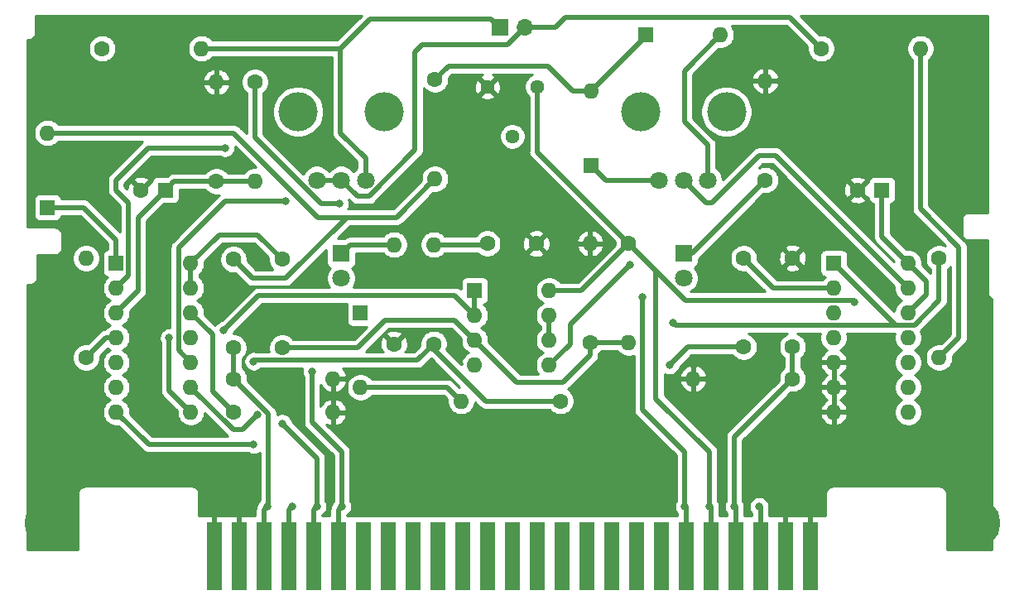
<source format=gbr>
G04 #@! TF.GenerationSoftware,KiCad,Pcbnew,(5.1.7)-1*
G04 #@! TF.CreationDate,2021-11-02T16:03:08-05:00*
G04 #@! TF.ProjectId,BadConnection,42616443-6f6e-46e6-9563-74696f6e2e6b,rev?*
G04 #@! TF.SameCoordinates,Original*
G04 #@! TF.FileFunction,Copper,L1,Top*
G04 #@! TF.FilePolarity,Positive*
%FSLAX46Y46*%
G04 Gerber Fmt 4.6, Leading zero omitted, Abs format (unit mm)*
G04 Created by KiCad (PCBNEW (5.1.7)-1) date 2021-11-02 16:03:08*
%MOMM*%
%LPD*%
G01*
G04 APERTURE LIST*
G04 #@! TA.AperFunction,ComponentPad*
%ADD10C,1.600000*%
G04 #@! TD*
G04 #@! TA.AperFunction,ComponentPad*
%ADD11O,1.600000X1.600000*%
G04 #@! TD*
G04 #@! TA.AperFunction,ComponentPad*
%ADD12R,1.800000X1.800000*%
G04 #@! TD*
G04 #@! TA.AperFunction,ComponentPad*
%ADD13C,1.800000*%
G04 #@! TD*
G04 #@! TA.AperFunction,ComponentPad*
%ADD14C,5.000000*%
G04 #@! TD*
G04 #@! TA.AperFunction,ConnectorPad*
%ADD15R,1.500000X7.000000*%
G04 #@! TD*
G04 #@! TA.AperFunction,ComponentPad*
%ADD16R,1.600000X1.600000*%
G04 #@! TD*
G04 #@! TA.AperFunction,ComponentPad*
%ADD17R,1.700000X1.700000*%
G04 #@! TD*
G04 #@! TA.AperFunction,ComponentPad*
%ADD18O,1.700000X1.700000*%
G04 #@! TD*
G04 #@! TA.AperFunction,ComponentPad*
%ADD19C,1.440000*%
G04 #@! TD*
G04 #@! TA.AperFunction,WasherPad*
%ADD20C,4.000000*%
G04 #@! TD*
G04 #@! TA.AperFunction,ViaPad*
%ADD21C,0.800000*%
G04 #@! TD*
G04 #@! TA.AperFunction,Conductor*
%ADD22C,0.500000*%
G04 #@! TD*
G04 #@! TA.AperFunction,Conductor*
%ADD23C,0.254000*%
G04 #@! TD*
G04 #@! TA.AperFunction,Conductor*
%ADD24C,0.100000*%
G04 #@! TD*
G04 APERTURE END LIST*
D10*
G04 #@! TO.P,R15,1*
G04 #@! TO.N,GND*
X120650000Y-104267000D03*
D11*
G04 #@! TO.P,R15,2*
G04 #@! TO.N,Net-(D5-Pad1)*
X120650000Y-94107000D03*
G04 #@! TD*
D12*
G04 #@! TO.P,D5,1*
G04 #@! TO.N,Net-(D5-Pad1)*
X115250000Y-95000000D03*
D13*
G04 #@! TO.P,D5,2*
G04 #@! TO.N,/LEDPower*
X115250000Y-97540000D03*
G04 #@! TD*
G04 #@! TO.P,D6,2*
G04 #@! TO.N,/LEDPower*
X150250000Y-97540000D03*
D12*
G04 #@! TO.P,D6,1*
G04 #@! TO.N,Net-(D6-Pad1)*
X150250000Y-95000000D03*
G04 #@! TD*
D14*
G04 #@! TO.P,H1,1*
G04 #@! TO.N,GND*
X85350000Y-122600000D03*
G04 #@! TD*
G04 #@! TO.P,H2,1*
G04 #@! TO.N,GND*
X180150000Y-122600000D03*
G04 #@! TD*
D15*
G04 #@! TO.P,J1,25*
G04 #@! TO.N,GND*
X163230000Y-126000000D03*
G04 #@! TO.P,J1,24*
X160690000Y-126000000D03*
G04 #@! TO.P,J1,23*
G04 #@! TO.N,/Input*
X158150000Y-126000000D03*
G04 #@! TO.P,J1,22*
G04 #@! TO.N,/Output*
X155610000Y-126000000D03*
G04 #@! TO.P,J1,21*
G04 #@! TO.N,+9V*
X153070000Y-126000000D03*
G04 #@! TO.P,J1,20*
G04 #@! TO.N,/LEDPower*
X150530000Y-126000000D03*
G04 #@! TO.P,J1,19*
G04 #@! TO.N,N/C*
X147990000Y-126000000D03*
G04 #@! TO.P,J1,18*
X145450000Y-126000000D03*
G04 #@! TO.P,J1,17*
X142910000Y-126000000D03*
G04 #@! TO.P,J1,16*
X140370000Y-126000000D03*
G04 #@! TO.P,J1,15*
X137830000Y-126000000D03*
G04 #@! TO.P,J1,14*
X135290000Y-126000000D03*
G04 #@! TO.P,J1,13*
X132750000Y-126000000D03*
G04 #@! TO.P,J1,12*
X130210000Y-126000000D03*
G04 #@! TO.P,J1,11*
X127670000Y-126000000D03*
G04 #@! TO.P,J1,10*
X125130000Y-126000000D03*
G04 #@! TO.P,J1,9*
X122590000Y-126000000D03*
G04 #@! TO.P,J1,8*
X120050000Y-126000000D03*
G04 #@! TO.P,J1,7*
X117510000Y-126000000D03*
G04 #@! TO.P,J1,6*
G04 #@! TO.N,/LEDPower*
X114970000Y-126000000D03*
G04 #@! TO.P,J1,5*
G04 #@! TO.N,+9V*
X112430000Y-126000000D03*
G04 #@! TO.P,J1,4*
G04 #@! TO.N,/Output*
X109890000Y-126000000D03*
G04 #@! TO.P,J1,3*
G04 #@! TO.N,/Input*
X107350000Y-126000000D03*
G04 #@! TO.P,J1,2*
G04 #@! TO.N,GND*
X104810000Y-126000000D03*
G04 #@! TO.P,J1,1*
X102270000Y-126000000D03*
G04 #@! TD*
D10*
G04 #@! TO.P,R16,1*
G04 #@! TO.N,Net-(D6-Pad1)*
X158623000Y-87503000D03*
D11*
G04 #@! TO.P,R16,2*
G04 #@! TO.N,GND*
X158623000Y-77343000D03*
G04 #@! TD*
D10*
G04 #@! TO.P,C1,1*
G04 #@! TO.N,Net-(C1-Pad1)*
X109220000Y-104667000D03*
G04 #@! TO.P,C1,2*
G04 #@! TO.N,/Input*
X104220000Y-104667000D03*
G04 #@! TD*
G04 #@! TO.P,C2,1*
G04 #@! TO.N,GND*
X161417000Y-95485000D03*
G04 #@! TO.P,C2,2*
G04 #@! TO.N,/pin2*
X156417000Y-95485000D03*
G04 #@! TD*
G04 #@! TO.P,C3,2*
G04 #@! TO.N,Net-(C3-Pad2)*
X130191500Y-93999000D03*
G04 #@! TO.P,C3,1*
G04 #@! TO.N,GND*
X135191500Y-93999000D03*
G04 #@! TD*
D16*
G04 #@! TO.P,C4,1*
G04 #@! TO.N,Net-(C4-Pad1)*
X97282000Y-88519000D03*
D10*
G04 #@! TO.P,C4,2*
G04 #@! TO.N,GND*
X94782000Y-88519000D03*
G04 #@! TD*
G04 #@! TO.P,C5,1*
G04 #@! TO.N,/VREF*
X109220000Y-95612000D03*
G04 #@! TO.P,C5,2*
G04 #@! TO.N,Net-(C5-Pad2)*
X104220000Y-95612000D03*
G04 #@! TD*
G04 #@! TO.P,C6,2*
G04 #@! TO.N,Net-(C6-Pad2)*
X156417000Y-104540000D03*
G04 #@! TO.P,C6,1*
G04 #@! TO.N,/Output*
X161417000Y-104540000D03*
G04 #@! TD*
G04 #@! TO.P,C7,2*
G04 #@! TO.N,GND*
X168061000Y-88519000D03*
D16*
G04 #@! TO.P,C7,1*
G04 #@! TO.N,+9V*
X170561000Y-88519000D03*
G04 #@! TD*
D11*
G04 #@! TO.P,D1,2*
G04 #@! TO.N,Net-(D1-Pad2)*
X117221000Y-108712000D03*
D16*
G04 #@! TO.P,D1,1*
G04 #@! TO.N,Net-(D1-Pad1)*
X117221000Y-101092000D03*
G04 #@! TD*
G04 #@! TO.P,D2,1*
G04 #@! TO.N,Net-(D2-Pad1)*
X85217000Y-90297000D03*
D11*
G04 #@! TO.P,D2,2*
G04 #@! TO.N,Net-(C5-Pad2)*
X85217000Y-82677000D03*
G04 #@! TD*
G04 #@! TO.P,D3,2*
G04 #@! TO.N,Net-(D3-Pad2)*
X140843000Y-78359000D03*
D16*
G04 #@! TO.P,D3,1*
G04 #@! TO.N,Net-(D3-Pad1)*
X140843000Y-85979000D03*
G04 #@! TD*
G04 #@! TO.P,D4,1*
G04 #@! TO.N,Net-(D3-Pad2)*
X146431000Y-72644000D03*
D11*
G04 #@! TO.P,D4,2*
G04 #@! TO.N,Net-(D4-Pad2)*
X154051000Y-72644000D03*
G04 #@! TD*
D17*
G04 #@! TO.P,J2,1*
G04 #@! TO.N,/M1*
X131480000Y-71882000D03*
D18*
G04 #@! TO.P,J2,2*
G04 #@! TO.N,/M2*
X134020000Y-71882000D03*
G04 #@! TD*
D10*
G04 #@! TO.P,R1,1*
G04 #@! TO.N,Net-(C1-Pad1)*
X140716000Y-104140000D03*
D11*
G04 #@! TO.P,R1,2*
G04 #@! TO.N,GND*
X140716000Y-93980000D03*
G04 #@! TD*
G04 #@! TO.P,R2,2*
G04 #@! TO.N,Net-(C1-Pad1)*
X144653000Y-104140000D03*
D10*
G04 #@! TO.P,R2,1*
G04 #@! TO.N,+9V*
X144653000Y-93980000D03*
G04 #@! TD*
D11*
G04 #@! TO.P,R3,2*
G04 #@! TO.N,/VREF*
X176403000Y-105664000D03*
D10*
G04 #@! TO.P,R3,1*
G04 #@! TO.N,/pin1*
X176403000Y-95504000D03*
G04 #@! TD*
D11*
G04 #@! TO.P,R4,2*
G04 #@! TO.N,GND*
X114427000Y-107823000D03*
D10*
G04 #@! TO.P,R4,1*
G04 #@! TO.N,/Input*
X104267000Y-107823000D03*
G04 #@! TD*
G04 #@! TO.P,R5,1*
G04 #@! TO.N,Net-(R14-Pad1)*
X124714000Y-104267000D03*
D11*
G04 #@! TO.P,R5,2*
G04 #@! TO.N,Net-(C3-Pad2)*
X124714000Y-94107000D03*
G04 #@! TD*
D10*
G04 #@! TO.P,R6,1*
G04 #@! TO.N,Net-(D1-Pad1)*
X106426000Y-77470000D03*
D11*
G04 #@! TO.P,R6,2*
G04 #@! TO.N,Net-(C4-Pad1)*
X106426000Y-87630000D03*
G04 #@! TD*
D10*
G04 #@! TO.P,R7,1*
G04 #@! TO.N,Net-(C4-Pad1)*
X102489000Y-87630000D03*
D11*
G04 #@! TO.P,R7,2*
G04 #@! TO.N,GND*
X102489000Y-77470000D03*
G04 #@! TD*
D10*
G04 #@! TO.P,R8,1*
G04 #@! TO.N,/pin13*
X90805000Y-74041000D03*
D11*
G04 #@! TO.P,R8,2*
G04 #@! TO.N,/M1*
X100965000Y-74041000D03*
G04 #@! TD*
G04 #@! TO.P,R9,2*
G04 #@! TO.N,/VREF*
X174498000Y-74041000D03*
D10*
G04 #@! TO.P,R9,1*
G04 #@! TO.N,/M2*
X164338000Y-74041000D03*
G04 #@! TD*
D11*
G04 #@! TO.P,R10,2*
G04 #@! TO.N,Net-(C5-Pad2)*
X124841000Y-87376000D03*
D10*
G04 #@! TO.P,R10,1*
G04 #@! TO.N,Net-(D3-Pad2)*
X124841000Y-77216000D03*
G04 #@! TD*
G04 #@! TO.P,R11,1*
G04 #@! TO.N,/Output*
X161417000Y-107823000D03*
D11*
G04 #@! TO.P,R11,2*
G04 #@! TO.N,GND*
X151257000Y-107823000D03*
G04 #@! TD*
D10*
G04 #@! TO.P,R12,1*
G04 #@! TO.N,Net-(R12-Pad1)*
X104267000Y-111252000D03*
D11*
G04 #@! TO.P,R12,2*
G04 #@! TO.N,GND*
X114427000Y-111252000D03*
G04 #@! TD*
G04 #@! TO.P,R13,2*
G04 #@! TO.N,Net-(R12-Pad1)*
X89154000Y-95504000D03*
D10*
G04 #@! TO.P,R13,1*
G04 #@! TO.N,+9V*
X89154000Y-105664000D03*
G04 #@! TD*
D11*
G04 #@! TO.P,R14,2*
G04 #@! TO.N,Net-(D1-Pad2)*
X127508000Y-110109000D03*
D10*
G04 #@! TO.P,R14,1*
G04 #@! TO.N,Net-(R14-Pad1)*
X137668000Y-110109000D03*
G04 #@! TD*
D19*
G04 #@! TO.P,RV1,3*
G04 #@! TO.N,+9V*
X135295000Y-77960000D03*
G04 #@! TO.P,RV1,2*
G04 #@! TO.N,Net-(RV1-Pad2)*
X132755000Y-83040000D03*
G04 #@! TO.P,RV1,1*
G04 #@! TO.N,GND*
X130215000Y-77960000D03*
G04 #@! TD*
D20*
G04 #@! TO.P,RV2,*
G04 #@! TO.N,*
X154650000Y-80500000D03*
X145850000Y-80500000D03*
D13*
G04 #@! TO.P,RV2,1*
G04 #@! TO.N,Net-(D4-Pad2)*
X152750000Y-87500000D03*
G04 #@! TO.P,RV2,2*
G04 #@! TO.N,/pin13*
X150250000Y-87500000D03*
G04 #@! TO.P,RV2,3*
G04 #@! TO.N,Net-(D3-Pad1)*
X147750000Y-87500000D03*
G04 #@! TD*
G04 #@! TO.P,RV3,3*
G04 #@! TO.N,/M2*
X112750000Y-87500000D03*
G04 #@! TO.P,RV3,2*
X115250000Y-87500000D03*
G04 #@! TO.P,RV3,1*
G04 #@! TO.N,/M1*
X117750000Y-87500000D03*
D20*
G04 #@! TO.P,RV3,*
G04 #@! TO.N,*
X110850000Y-80500000D03*
X119650000Y-80500000D03*
G04 #@! TD*
D16*
G04 #@! TO.P,U1,1*
G04 #@! TO.N,/pin1*
X128905000Y-98806000D03*
D11*
G04 #@! TO.P,U1,5*
G04 #@! TO.N,/pin2*
X136525000Y-106426000D03*
G04 #@! TO.P,U1,2*
G04 #@! TO.N,/pin1*
X128905000Y-101346000D03*
G04 #@! TO.P,U1,6*
G04 #@! TO.N,Net-(C6-Pad2)*
X136525000Y-103886000D03*
G04 #@! TO.P,U1,3*
G04 #@! TO.N,Net-(C1-Pad1)*
X128905000Y-103886000D03*
G04 #@! TO.P,U1,7*
G04 #@! TO.N,Net-(C6-Pad2)*
X136525000Y-101346000D03*
G04 #@! TO.P,U1,4*
G04 #@! TO.N,GND*
X128905000Y-106426000D03*
G04 #@! TO.P,U1,8*
G04 #@! TO.N,+9V*
X136525000Y-98806000D03*
G04 #@! TD*
D16*
G04 #@! TO.P,U2,1*
G04 #@! TO.N,Net-(D2-Pad1)*
X92250000Y-96000000D03*
D11*
G04 #@! TO.P,U2,8*
G04 #@! TO.N,/pin13*
X99870000Y-111240000D03*
G04 #@! TO.P,U2,2*
G04 #@! TO.N,Net-(RV1-Pad2)*
X92250000Y-98540000D03*
G04 #@! TO.P,U2,9*
G04 #@! TO.N,Net-(C5-Pad2)*
X99870000Y-108700000D03*
G04 #@! TO.P,U2,3*
G04 #@! TO.N,Net-(C4-Pad1)*
X92250000Y-101080000D03*
G04 #@! TO.P,U2,10*
G04 #@! TO.N,/M2*
X99870000Y-106160000D03*
G04 #@! TO.P,U2,4*
G04 #@! TO.N,+9V*
X92250000Y-103620000D03*
G04 #@! TO.P,U2,11*
G04 #@! TO.N,GND*
X99870000Y-103620000D03*
G04 #@! TO.P,U2,5*
G04 #@! TO.N,/pin1*
X92250000Y-106160000D03*
G04 #@! TO.P,U2,12*
G04 #@! TO.N,Net-(R12-Pad1)*
X99870000Y-101080000D03*
G04 #@! TO.P,U2,6*
G04 #@! TO.N,Net-(R14-Pad1)*
X92250000Y-108700000D03*
G04 #@! TO.P,U2,13*
G04 #@! TO.N,/VREF*
X99870000Y-98540000D03*
G04 #@! TO.P,U2,7*
G04 #@! TO.N,Net-(D1-Pad2)*
X92250000Y-111240000D03*
G04 #@! TO.P,U2,14*
G04 #@! TO.N,/VREF*
X99870000Y-96000000D03*
G04 #@! TD*
G04 #@! TO.P,U3,14*
G04 #@! TO.N,+9V*
X173250000Y-96000000D03*
G04 #@! TO.P,U3,7*
G04 #@! TO.N,GND*
X165630000Y-111240000D03*
G04 #@! TO.P,U3,13*
G04 #@! TO.N,/pin13*
X173250000Y-98540000D03*
G04 #@! TO.P,U3,6*
G04 #@! TO.N,GND*
X165630000Y-108700000D03*
G04 #@! TO.P,U3,12*
G04 #@! TO.N,+9V*
X173250000Y-101080000D03*
G04 #@! TO.P,U3,5*
G04 #@! TO.N,GND*
X165630000Y-106160000D03*
G04 #@! TO.P,U3,11*
G04 #@! TO.N,N/C*
X173250000Y-103620000D03*
G04 #@! TO.P,U3,4*
X165630000Y-103620000D03*
G04 #@! TO.P,U3,10*
X173250000Y-106160000D03*
G04 #@! TO.P,U3,3*
X165630000Y-101080000D03*
G04 #@! TO.P,U3,9*
X173250000Y-108700000D03*
G04 #@! TO.P,U3,2*
G04 #@! TO.N,/pin2*
X165630000Y-98540000D03*
G04 #@! TO.P,U3,8*
G04 #@! TO.N,N/C*
X173250000Y-111240000D03*
D16*
G04 #@! TO.P,U3,1*
G04 #@! TO.N,/pin1*
X165630000Y-96000000D03*
G04 #@! TD*
D21*
G04 #@! TO.N,GND*
X102616000Y-120904000D03*
X105156000Y-120904000D03*
X160528000Y-120904000D03*
X163068000Y-120904000D03*
X102108000Y-99695000D03*
X105537000Y-102616000D03*
X94742000Y-101727000D03*
X95631000Y-109855000D03*
X106680000Y-95504000D03*
G04 #@! TO.N,/LEDPower*
X115316000Y-120904000D03*
X150368000Y-120904000D03*
X112268000Y-107061000D03*
X146050000Y-99441000D03*
G04 #@! TO.N,/Input*
X107696000Y-120904000D03*
X157988000Y-120904000D03*
G04 #@! TO.N,/Output*
X110236000Y-120904000D03*
G04 #@! TO.N,+9V*
X112776000Y-120904000D03*
X152908000Y-120904000D03*
X109220000Y-112395000D03*
X167767000Y-99949000D03*
G04 #@! TO.N,Net-(D1-Pad1)*
X115062000Y-89916000D03*
G04 #@! TO.N,Net-(D1-Pad2)*
X106299000Y-114554000D03*
G04 #@! TO.N,/pin2*
X144780000Y-96139000D03*
G04 #@! TO.N,Net-(C5-Pad2)*
X106680000Y-111506000D03*
G04 #@! TO.N,Net-(C6-Pad2)*
X148844000Y-106426000D03*
G04 #@! TO.N,/Output*
X155448000Y-120904000D03*
G04 #@! TO.N,/M2*
X109601000Y-89662000D03*
G04 #@! TO.N,/pin1*
X149225000Y-102108000D03*
X103251000Y-102870000D03*
G04 #@! TO.N,Net-(R14-Pad1)*
X106299000Y-106045000D03*
G04 #@! TO.N,/pin13*
X97663000Y-103632000D03*
G04 #@! TO.N,Net-(RV1-Pad2)*
X103378000Y-84201000D03*
G04 #@! TD*
D22*
G04 #@! TO.N,GND*
X102270000Y-121250000D02*
X102616000Y-120904000D01*
X102270000Y-126000000D02*
X102270000Y-121250000D01*
X104810000Y-121250000D02*
X105156000Y-120904000D01*
X104810000Y-126000000D02*
X104810000Y-121250000D01*
X160690000Y-121066000D02*
X160528000Y-120904000D01*
X160690000Y-126000000D02*
X160690000Y-121066000D01*
X163230000Y-121066000D02*
X163068000Y-120904000D01*
X163230000Y-126000000D02*
X163230000Y-121066000D01*
G04 #@! TO.N,/LEDPower*
X150530000Y-121066000D02*
X150368000Y-120904000D01*
X150530000Y-126000000D02*
X150530000Y-121066000D01*
X114970000Y-121250000D02*
X115316000Y-120904000D01*
X114970000Y-126000000D02*
X114970000Y-121250000D01*
X115316000Y-120904000D02*
X115316000Y-115316000D01*
X112268000Y-112268000D02*
X112268000Y-107061000D01*
X115316000Y-115316000D02*
X112268000Y-112268000D01*
X150368000Y-120904000D02*
X150368000Y-115316000D01*
X146050000Y-110998000D02*
X146050000Y-99441000D01*
X150368000Y-115316000D02*
X146050000Y-110998000D01*
G04 #@! TO.N,/Input*
X107350000Y-121250000D02*
X107696000Y-120904000D01*
X107350000Y-126000000D02*
X107350000Y-121250000D01*
X158150000Y-121066000D02*
X157988000Y-120904000D01*
X158150000Y-126000000D02*
X158150000Y-121066000D01*
X104267000Y-104714000D02*
X104220000Y-104667000D01*
X104267000Y-107823000D02*
X104267000Y-104714000D01*
X104267000Y-107823000D02*
X107823000Y-111379000D01*
X107823000Y-120777000D02*
X107696000Y-120904000D01*
X107823000Y-111379000D02*
X107823000Y-120777000D01*
G04 #@! TO.N,+9V*
X112430000Y-121250000D02*
X112776000Y-120904000D01*
X112430000Y-126000000D02*
X112430000Y-121250000D01*
X153070000Y-121066000D02*
X152908000Y-120904000D01*
X153070000Y-126000000D02*
X153070000Y-121066000D01*
X91198000Y-103620000D02*
X89154000Y-105664000D01*
X92250000Y-103620000D02*
X91198000Y-103620000D01*
X170561000Y-93311000D02*
X173250000Y-96000000D01*
X170561000Y-88519000D02*
X170561000Y-93311000D01*
X173250000Y-101080000D02*
X175133000Y-99197000D01*
X175133000Y-97883000D02*
X173250000Y-96000000D01*
X175133000Y-99197000D02*
X175133000Y-97883000D01*
X139827000Y-98806000D02*
X144653000Y-93980000D01*
X136525000Y-98806000D02*
X139827000Y-98806000D01*
X152908000Y-120904000D02*
X152908000Y-115316000D01*
X152908000Y-115316000D02*
X147447000Y-109855000D01*
X147447000Y-96774000D02*
X144653000Y-93980000D01*
X147447000Y-109855000D02*
X147447000Y-96774000D01*
X135295000Y-84622000D02*
X135295000Y-77960000D01*
X144653000Y-93980000D02*
X135295000Y-84622000D01*
X112776000Y-115951000D02*
X109220000Y-112395000D01*
X112776000Y-120904000D02*
X112776000Y-115951000D01*
X167608001Y-99790001D02*
X167767000Y-99949000D01*
X150463001Y-99790001D02*
X167608001Y-99790001D01*
X147447000Y-96774000D02*
X150463001Y-99790001D01*
G04 #@! TO.N,Net-(D1-Pad1)*
X113167998Y-89916000D02*
X115062000Y-89916000D01*
X106426000Y-83174002D02*
X113167998Y-89916000D01*
X106426000Y-77470000D02*
X106426000Y-83174002D01*
G04 #@! TO.N,Net-(C4-Pad1)*
X102489000Y-87630000D02*
X106426000Y-87630000D01*
X98171000Y-87630000D02*
X97282000Y-88519000D01*
X102489000Y-87630000D02*
X98171000Y-87630000D01*
X92250000Y-101080000D02*
X94488000Y-98842000D01*
X94488000Y-91313000D02*
X97282000Y-88519000D01*
X94488000Y-98842000D02*
X94488000Y-91313000D01*
G04 #@! TO.N,Net-(D1-Pad2)*
X126111000Y-108712000D02*
X127508000Y-110109000D01*
X117221000Y-108712000D02*
X126111000Y-108712000D01*
X95564000Y-114554000D02*
X106299000Y-114554000D01*
X92250000Y-111240000D02*
X95564000Y-114554000D01*
G04 #@! TO.N,Net-(D3-Pad2)*
X146431000Y-72771000D02*
X146431000Y-72644000D01*
X140843000Y-78359000D02*
X146431000Y-72771000D01*
X140843000Y-78359000D02*
X138938000Y-78359000D01*
X138938000Y-78359000D02*
X136398000Y-75819000D01*
X126238000Y-75819000D02*
X124841000Y-77216000D01*
X136398000Y-75819000D02*
X126238000Y-75819000D01*
G04 #@! TO.N,Net-(D5-Pad1)*
X116143000Y-94107000D02*
X115250000Y-95000000D01*
X120650000Y-94107000D02*
X116143000Y-94107000D01*
G04 #@! TO.N,Net-(C1-Pad1)*
X128905000Y-103886000D02*
X133223000Y-108204000D01*
X133223000Y-108204000D02*
X137922000Y-108204000D01*
X140716000Y-105410000D02*
X140716000Y-104140000D01*
X137922000Y-108204000D02*
X140716000Y-105410000D01*
X140716000Y-104140000D02*
X144653000Y-104140000D01*
X109220000Y-104667000D02*
X116948000Y-104667000D01*
X116948000Y-104667000D02*
X119761000Y-101854000D01*
X126873000Y-101854000D02*
X128905000Y-103886000D01*
X119761000Y-101854000D02*
X126873000Y-101854000D01*
G04 #@! TO.N,/pin2*
X159472000Y-98540000D02*
X156417000Y-95485000D01*
X165630000Y-98540000D02*
X159472000Y-98540000D01*
X136525000Y-106426000D02*
X138684000Y-104267000D01*
X138684000Y-102235000D02*
X144780000Y-96139000D01*
X138684000Y-104267000D02*
X138684000Y-102235000D01*
G04 #@! TO.N,Net-(C3-Pad2)*
X130083500Y-94107000D02*
X130191500Y-93999000D01*
X124714000Y-94107000D02*
X130083500Y-94107000D01*
G04 #@! TO.N,/VREF*
X174498000Y-74041000D02*
X174498000Y-90424000D01*
X174498000Y-90424000D02*
X178435000Y-94361000D01*
X178435000Y-103632000D02*
X176403000Y-105664000D01*
X178435000Y-94361000D02*
X178435000Y-103632000D01*
X99870000Y-98540000D02*
X99870000Y-96000000D01*
X99870000Y-96000000D02*
X102779000Y-93091000D01*
X106699000Y-93091000D02*
X109220000Y-95612000D01*
X102779000Y-93091000D02*
X106699000Y-93091000D01*
G04 #@! TO.N,Net-(C5-Pad2)*
X104220000Y-95612000D02*
X106144000Y-97536000D01*
X106144000Y-97536000D02*
X109601000Y-97536000D01*
X109601000Y-97536000D02*
X115824000Y-91313000D01*
X120904000Y-91313000D02*
X124841000Y-87376000D01*
X85217000Y-82677000D02*
X104267000Y-82677000D01*
X112903000Y-91313000D02*
X116459000Y-91313000D01*
X104267000Y-82677000D02*
X112903000Y-91313000D01*
X116459000Y-91313000D02*
X120904000Y-91313000D01*
X115824000Y-91313000D02*
X116459000Y-91313000D01*
X99870000Y-108700000D02*
X104200000Y-113030000D01*
X105156000Y-113030000D02*
X106680000Y-111506000D01*
X104200000Y-113030000D02*
X105156000Y-113030000D01*
G04 #@! TO.N,Net-(C6-Pad2)*
X136525000Y-103886000D02*
X136525000Y-101346000D01*
X150730000Y-104540000D02*
X148844000Y-106426000D01*
X156417000Y-104540000D02*
X150730000Y-104540000D01*
G04 #@! TO.N,/Output*
X161417000Y-107823000D02*
X161417000Y-104540000D01*
X155610000Y-121066000D02*
X155448000Y-120904000D01*
X155610000Y-126000000D02*
X155610000Y-121066000D01*
X155448000Y-113792000D02*
X161417000Y-107823000D01*
X155448000Y-120904000D02*
X155448000Y-113792000D01*
X109890000Y-121250000D02*
X110236000Y-120904000D01*
X109890000Y-126000000D02*
X109890000Y-121250000D01*
G04 #@! TO.N,Net-(D2-Pad1)*
X92250000Y-96000000D02*
X92250000Y-93647000D01*
X88900000Y-90297000D02*
X85217000Y-90297000D01*
X92250000Y-93647000D02*
X88900000Y-90297000D01*
G04 #@! TO.N,Net-(D3-Pad1)*
X142364000Y-87500000D02*
X140843000Y-85979000D01*
X147750000Y-87500000D02*
X142364000Y-87500000D01*
G04 #@! TO.N,Net-(D4-Pad2)*
X152750000Y-87500000D02*
X152750000Y-83916000D01*
X152750000Y-83916000D02*
X150368000Y-81534000D01*
X150368000Y-76327000D02*
X154051000Y-72644000D01*
X150368000Y-81534000D02*
X150368000Y-76327000D01*
G04 #@! TO.N,Net-(D6-Pad1)*
X151126000Y-95000000D02*
X158623000Y-87503000D01*
X150250000Y-95000000D02*
X151126000Y-95000000D01*
G04 #@! TO.N,/M1*
X117750000Y-87500000D02*
X117750000Y-85238000D01*
X117750000Y-85238000D02*
X115189000Y-82677000D01*
X115189000Y-82677000D02*
X115189000Y-74041000D01*
X118237000Y-70993000D02*
X130591000Y-70993000D01*
X115189000Y-74041000D02*
X118237000Y-70993000D01*
X130591000Y-70993000D02*
X131480000Y-71882000D01*
X100965000Y-74041000D02*
X115189000Y-74041000D01*
G04 #@! TO.N,/M2*
X134020000Y-71882000D02*
X137160000Y-71882000D01*
X137160000Y-71882000D02*
X138176000Y-70866000D01*
X161163000Y-70866000D02*
X164338000Y-74041000D01*
X138176000Y-70866000D02*
X161163000Y-70866000D01*
X115250000Y-87500000D02*
X112750000Y-87500000D01*
X115250000Y-87500000D02*
X116904000Y-89154000D01*
X118094002Y-89154000D02*
X122809000Y-84439002D01*
X116904000Y-89154000D02*
X118094002Y-89154000D01*
X122809000Y-84439002D02*
X122809000Y-74422000D01*
X122809000Y-74422000D02*
X123571000Y-73660000D01*
X132242000Y-73660000D02*
X134020000Y-71882000D01*
X123571000Y-73660000D02*
X132242000Y-73660000D01*
X98619999Y-104909999D02*
X98619999Y-94420001D01*
X99870000Y-106160000D02*
X98619999Y-104909999D01*
X103378000Y-89662000D02*
X109601000Y-89662000D01*
X98619999Y-94420001D02*
X103378000Y-89662000D01*
G04 #@! TO.N,/pin1*
X128905000Y-101346000D02*
X128905000Y-98806000D01*
X171960001Y-102330001D02*
X165630000Y-96000000D01*
X173889999Y-102330001D02*
X171960001Y-102330001D01*
X176403000Y-99817000D02*
X173889999Y-102330001D01*
X176403000Y-95504000D02*
X176403000Y-99817000D01*
X149447001Y-102330001D02*
X149225000Y-102108000D01*
X171960001Y-102330001D02*
X149447001Y-102330001D01*
X128905000Y-101346000D02*
X126873000Y-99314000D01*
X106807000Y-99314000D02*
X103251000Y-102870000D01*
X126873000Y-99314000D02*
X106807000Y-99314000D01*
G04 #@! TO.N,Net-(R14-Pad1)*
X137668000Y-110109000D02*
X130048000Y-110109000D01*
X124714000Y-104775000D02*
X124714000Y-104267000D01*
X130048000Y-110109000D02*
X124714000Y-104775000D01*
X124714000Y-104267000D02*
X123063000Y-105918000D01*
X106426000Y-105918000D02*
X106299000Y-106045000D01*
X123063000Y-105918000D02*
X106426000Y-105918000D01*
G04 #@! TO.N,/pin13*
X152539000Y-89789000D02*
X150250000Y-87500000D01*
X153162000Y-89789000D02*
X152539000Y-89789000D01*
X157988000Y-84963000D02*
X153162000Y-89789000D01*
X159673000Y-84963000D02*
X157988000Y-84963000D01*
X173250000Y-98540000D02*
X159673000Y-84963000D01*
X99870000Y-111240000D02*
X97663000Y-109033000D01*
X97663000Y-109033000D02*
X97663000Y-103632000D01*
G04 #@! TO.N,Net-(R12-Pad1)*
X104267000Y-111252000D02*
X102108000Y-109093000D01*
X102108000Y-103318000D02*
X99870000Y-101080000D01*
X102108000Y-109093000D02*
X102108000Y-103318000D01*
G04 #@! TO.N,Net-(RV1-Pad2)*
X93500001Y-97289999D02*
X93500001Y-89817001D01*
X92250000Y-98540000D02*
X93500001Y-97289999D01*
X93500001Y-89817001D02*
X92202000Y-88519000D01*
X92202000Y-88519000D02*
X92202000Y-87503000D01*
X92202000Y-87503000D02*
X95504000Y-84201000D01*
X95504000Y-84201000D02*
X103378000Y-84201000D01*
G04 #@! TD*
D23*
G04 #@! TO.N,GND*
X114825735Y-73164000D02*
X102095247Y-73164000D01*
X102073424Y-73131340D01*
X101874660Y-72932576D01*
X101640938Y-72776409D01*
X101381241Y-72668838D01*
X101105547Y-72614000D01*
X100824453Y-72614000D01*
X100548759Y-72668838D01*
X100289062Y-72776409D01*
X100055340Y-72932576D01*
X99856576Y-73131340D01*
X99700409Y-73365062D01*
X99592838Y-73624759D01*
X99538000Y-73900453D01*
X99538000Y-74181547D01*
X99592838Y-74457241D01*
X99700409Y-74716938D01*
X99856576Y-74950660D01*
X100055340Y-75149424D01*
X100289062Y-75305591D01*
X100548759Y-75413162D01*
X100824453Y-75468000D01*
X101105547Y-75468000D01*
X101381241Y-75413162D01*
X101640938Y-75305591D01*
X101874660Y-75149424D01*
X102073424Y-74950660D01*
X102095247Y-74918000D01*
X114312001Y-74918000D01*
X114312000Y-82633920D01*
X114307757Y-82677000D01*
X114312000Y-82720078D01*
X114324690Y-82848921D01*
X114374838Y-83014236D01*
X114456273Y-83166591D01*
X114565867Y-83300133D01*
X114599332Y-83327597D01*
X116873001Y-85601267D01*
X116873001Y-86249484D01*
X116776594Y-86313901D01*
X116563901Y-86526594D01*
X116500000Y-86622229D01*
X116436099Y-86526594D01*
X116223406Y-86313901D01*
X115973306Y-86146790D01*
X115695410Y-86031681D01*
X115400396Y-85973000D01*
X115099604Y-85973000D01*
X114804590Y-86031681D01*
X114526694Y-86146790D01*
X114276594Y-86313901D01*
X114063901Y-86526594D01*
X114000000Y-86622229D01*
X113936099Y-86526594D01*
X113723406Y-86313901D01*
X113473306Y-86146790D01*
X113195410Y-86031681D01*
X112900396Y-85973000D01*
X112599604Y-85973000D01*
X112304590Y-86031681D01*
X112026694Y-86146790D01*
X111776594Y-86313901D01*
X111563901Y-86526594D01*
X111396790Y-86776694D01*
X111359349Y-86867085D01*
X107303000Y-82810737D01*
X107303000Y-80241263D01*
X108223000Y-80241263D01*
X108223000Y-80758737D01*
X108323954Y-81266268D01*
X108521983Y-81744351D01*
X108809476Y-82174615D01*
X109175385Y-82540524D01*
X109605649Y-82828017D01*
X110083732Y-83026046D01*
X110591263Y-83127000D01*
X111108737Y-83127000D01*
X111616268Y-83026046D01*
X112094351Y-82828017D01*
X112524615Y-82540524D01*
X112890524Y-82174615D01*
X113178017Y-81744351D01*
X113376046Y-81266268D01*
X113477000Y-80758737D01*
X113477000Y-80241263D01*
X113376046Y-79733732D01*
X113178017Y-79255649D01*
X112890524Y-78825385D01*
X112524615Y-78459476D01*
X112094351Y-78171983D01*
X111616268Y-77973954D01*
X111108737Y-77873000D01*
X110591263Y-77873000D01*
X110083732Y-77973954D01*
X109605649Y-78171983D01*
X109175385Y-78459476D01*
X108809476Y-78825385D01*
X108521983Y-79255649D01*
X108323954Y-79733732D01*
X108223000Y-80241263D01*
X107303000Y-80241263D01*
X107303000Y-78600247D01*
X107335660Y-78578424D01*
X107534424Y-78379660D01*
X107690591Y-78145938D01*
X107798162Y-77886241D01*
X107853000Y-77610547D01*
X107853000Y-77329453D01*
X107798162Y-77053759D01*
X107690591Y-76794062D01*
X107534424Y-76560340D01*
X107335660Y-76361576D01*
X107101938Y-76205409D01*
X106842241Y-76097838D01*
X106566547Y-76043000D01*
X106285453Y-76043000D01*
X106009759Y-76097838D01*
X105750062Y-76205409D01*
X105516340Y-76361576D01*
X105317576Y-76560340D01*
X105161409Y-76794062D01*
X105053838Y-77053759D01*
X104999000Y-77329453D01*
X104999000Y-77610547D01*
X105053838Y-77886241D01*
X105161409Y-78145938D01*
X105317576Y-78379660D01*
X105516340Y-78578424D01*
X105549000Y-78600247D01*
X105549001Y-82718736D01*
X104917597Y-82087332D01*
X104890133Y-82053867D01*
X104756592Y-81944273D01*
X104604237Y-81862838D01*
X104438922Y-81812690D01*
X104310079Y-81800000D01*
X104267000Y-81795757D01*
X104223921Y-81800000D01*
X86347247Y-81800000D01*
X86325424Y-81767340D01*
X86126660Y-81568576D01*
X85892938Y-81412409D01*
X85633241Y-81304838D01*
X85357547Y-81250000D01*
X85076453Y-81250000D01*
X84800759Y-81304838D01*
X84541062Y-81412409D01*
X84307340Y-81568576D01*
X84108576Y-81767340D01*
X83952409Y-82001062D01*
X83844838Y-82260759D01*
X83790000Y-82536453D01*
X83790000Y-82817547D01*
X83844838Y-83093241D01*
X83952409Y-83352938D01*
X84108576Y-83586660D01*
X84307340Y-83785424D01*
X84541062Y-83941591D01*
X84800759Y-84049162D01*
X85076453Y-84104000D01*
X85357547Y-84104000D01*
X85633241Y-84049162D01*
X85892938Y-83941591D01*
X86126660Y-83785424D01*
X86325424Y-83586660D01*
X86347247Y-83554000D01*
X94909949Y-83554000D01*
X94880867Y-83577867D01*
X94853403Y-83611332D01*
X91612329Y-86852406D01*
X91578868Y-86879867D01*
X91551409Y-86913326D01*
X91551406Y-86913329D01*
X91469274Y-87013408D01*
X91387838Y-87165764D01*
X91337690Y-87331078D01*
X91320757Y-87503000D01*
X91325001Y-87546089D01*
X91325000Y-88475920D01*
X91320757Y-88519000D01*
X91337690Y-88690922D01*
X91366229Y-88785000D01*
X91387838Y-88856236D01*
X91469273Y-89008591D01*
X91578867Y-89142133D01*
X91612332Y-89169597D01*
X92623002Y-90180267D01*
X92623002Y-92779737D01*
X89550597Y-89707332D01*
X89523133Y-89673867D01*
X89389592Y-89564273D01*
X89237237Y-89482838D01*
X89071922Y-89432690D01*
X88943079Y-89420000D01*
X88900000Y-89415757D01*
X88856921Y-89420000D01*
X86639449Y-89420000D01*
X86634927Y-89374087D01*
X86599075Y-89255897D01*
X86540853Y-89146972D01*
X86462501Y-89051499D01*
X86367028Y-88973147D01*
X86258103Y-88914925D01*
X86139913Y-88879073D01*
X86017000Y-88866967D01*
X84417000Y-88866967D01*
X84294087Y-88879073D01*
X84175897Y-88914925D01*
X84066972Y-88973147D01*
X83971499Y-89051499D01*
X83893147Y-89146972D01*
X83834925Y-89255897D01*
X83799073Y-89374087D01*
X83786967Y-89497000D01*
X83786967Y-91097000D01*
X83799073Y-91219913D01*
X83834925Y-91338103D01*
X83893147Y-91447028D01*
X83971499Y-91542501D01*
X84066972Y-91620853D01*
X84175897Y-91679075D01*
X84294087Y-91714927D01*
X84417000Y-91727033D01*
X86017000Y-91727033D01*
X86139913Y-91714927D01*
X86258103Y-91679075D01*
X86367028Y-91620853D01*
X86462501Y-91542501D01*
X86540853Y-91447028D01*
X86599075Y-91338103D01*
X86634927Y-91219913D01*
X86639449Y-91174000D01*
X88536735Y-91174000D01*
X91373001Y-94010266D01*
X91373001Y-94577551D01*
X91327087Y-94582073D01*
X91208897Y-94617925D01*
X91099972Y-94676147D01*
X91004499Y-94754499D01*
X90926147Y-94849972D01*
X90867925Y-94958897D01*
X90832073Y-95077087D01*
X90819967Y-95200000D01*
X90819967Y-96800000D01*
X90832073Y-96922913D01*
X90867925Y-97041103D01*
X90926147Y-97150028D01*
X91004499Y-97245501D01*
X91099972Y-97323853D01*
X91208897Y-97382075D01*
X91327087Y-97417927D01*
X91356440Y-97420818D01*
X91340340Y-97431576D01*
X91141576Y-97630340D01*
X90985409Y-97864062D01*
X90877838Y-98123759D01*
X90823000Y-98399453D01*
X90823000Y-98680547D01*
X90877838Y-98956241D01*
X90985409Y-99215938D01*
X91141576Y-99449660D01*
X91340340Y-99648424D01*
X91574062Y-99804591D01*
X91587120Y-99810000D01*
X91574062Y-99815409D01*
X91340340Y-99971576D01*
X91141576Y-100170340D01*
X90985409Y-100404062D01*
X90877838Y-100663759D01*
X90823000Y-100939453D01*
X90823000Y-101220547D01*
X90877838Y-101496241D01*
X90985409Y-101755938D01*
X91141576Y-101989660D01*
X91340340Y-102188424D01*
X91574062Y-102344591D01*
X91587120Y-102350000D01*
X91574062Y-102355409D01*
X91340340Y-102511576D01*
X91141576Y-102710340D01*
X91117276Y-102746708D01*
X91026077Y-102755690D01*
X90860763Y-102805838D01*
X90708408Y-102887273D01*
X90574867Y-102996867D01*
X90547406Y-103030329D01*
X89333072Y-104244663D01*
X89294547Y-104237000D01*
X89013453Y-104237000D01*
X88737759Y-104291838D01*
X88478062Y-104399409D01*
X88244340Y-104555576D01*
X88045576Y-104754340D01*
X87889409Y-104988062D01*
X87781838Y-105247759D01*
X87727000Y-105523453D01*
X87727000Y-105804547D01*
X87781838Y-106080241D01*
X87889409Y-106339938D01*
X88045576Y-106573660D01*
X88244340Y-106772424D01*
X88478062Y-106928591D01*
X88737759Y-107036162D01*
X89013453Y-107091000D01*
X89294547Y-107091000D01*
X89570241Y-107036162D01*
X89829938Y-106928591D01*
X90063660Y-106772424D01*
X90262424Y-106573660D01*
X90418591Y-106339938D01*
X90526162Y-106080241D01*
X90581000Y-105804547D01*
X90581000Y-105523453D01*
X90573337Y-105484928D01*
X91335091Y-104723175D01*
X91340340Y-104728424D01*
X91574062Y-104884591D01*
X91587120Y-104890000D01*
X91574062Y-104895409D01*
X91340340Y-105051576D01*
X91141576Y-105250340D01*
X90985409Y-105484062D01*
X90877838Y-105743759D01*
X90823000Y-106019453D01*
X90823000Y-106300547D01*
X90877838Y-106576241D01*
X90985409Y-106835938D01*
X91141576Y-107069660D01*
X91340340Y-107268424D01*
X91574062Y-107424591D01*
X91587120Y-107430000D01*
X91574062Y-107435409D01*
X91340340Y-107591576D01*
X91141576Y-107790340D01*
X90985409Y-108024062D01*
X90877838Y-108283759D01*
X90823000Y-108559453D01*
X90823000Y-108840547D01*
X90877838Y-109116241D01*
X90985409Y-109375938D01*
X91141576Y-109609660D01*
X91340340Y-109808424D01*
X91574062Y-109964591D01*
X91587120Y-109970000D01*
X91574062Y-109975409D01*
X91340340Y-110131576D01*
X91141576Y-110330340D01*
X90985409Y-110564062D01*
X90877838Y-110823759D01*
X90823000Y-111099453D01*
X90823000Y-111380547D01*
X90877838Y-111656241D01*
X90985409Y-111915938D01*
X91141576Y-112149660D01*
X91340340Y-112348424D01*
X91574062Y-112504591D01*
X91833759Y-112612162D01*
X92109453Y-112667000D01*
X92390547Y-112667000D01*
X92429072Y-112659337D01*
X94913408Y-115143674D01*
X94940867Y-115177133D01*
X95074408Y-115286727D01*
X95151376Y-115327867D01*
X95226763Y-115368162D01*
X95392077Y-115418310D01*
X95564000Y-115435243D01*
X95607079Y-115431000D01*
X105762973Y-115431000D01*
X105812533Y-115464115D01*
X105999435Y-115541533D01*
X106197849Y-115581000D01*
X106400151Y-115581000D01*
X106598565Y-115541533D01*
X106785467Y-115464115D01*
X106946000Y-115356850D01*
X106946001Y-120201602D01*
X106898277Y-120249326D01*
X106785885Y-120417533D01*
X106708467Y-120604435D01*
X106696691Y-120663637D01*
X106617274Y-120760408D01*
X106535838Y-120912764D01*
X106485690Y-121078078D01*
X106468757Y-121250000D01*
X106473001Y-121293089D01*
X106473001Y-121793000D01*
X100697000Y-121793000D01*
X100697000Y-119533252D01*
X100700275Y-119500000D01*
X100687204Y-119367285D01*
X100648492Y-119239670D01*
X100585628Y-119122059D01*
X100501027Y-119018973D01*
X100397941Y-118934372D01*
X100280330Y-118871508D01*
X100152715Y-118832796D01*
X100053252Y-118823000D01*
X100020000Y-118819725D01*
X99986748Y-118823000D01*
X89033252Y-118823000D01*
X89000000Y-118819725D01*
X88966748Y-118823000D01*
X88867285Y-118832796D01*
X88739670Y-118871508D01*
X88622059Y-118934372D01*
X88518973Y-119018973D01*
X88434372Y-119122059D01*
X88371508Y-119239670D01*
X88332796Y-119367285D01*
X88319725Y-119500000D01*
X88323000Y-119533252D01*
X88323001Y-125323000D01*
X83177000Y-125323000D01*
X83177000Y-98177000D01*
X83466748Y-98177000D01*
X83500000Y-98180275D01*
X83533252Y-98177000D01*
X83632715Y-98167204D01*
X83760330Y-98128492D01*
X83877941Y-98065628D01*
X83981027Y-97981027D01*
X84065628Y-97877941D01*
X84128492Y-97760330D01*
X84167204Y-97632715D01*
X84180275Y-97500000D01*
X84177000Y-97466748D01*
X84177000Y-95363453D01*
X87727000Y-95363453D01*
X87727000Y-95644547D01*
X87781838Y-95920241D01*
X87889409Y-96179938D01*
X88045576Y-96413660D01*
X88244340Y-96612424D01*
X88478062Y-96768591D01*
X88737759Y-96876162D01*
X89013453Y-96931000D01*
X89294547Y-96931000D01*
X89570241Y-96876162D01*
X89829938Y-96768591D01*
X90063660Y-96612424D01*
X90262424Y-96413660D01*
X90418591Y-96179938D01*
X90526162Y-95920241D01*
X90581000Y-95644547D01*
X90581000Y-95363453D01*
X90526162Y-95087759D01*
X90418591Y-94828062D01*
X90262424Y-94594340D01*
X90063660Y-94395576D01*
X89829938Y-94239409D01*
X89570241Y-94131838D01*
X89294547Y-94077000D01*
X89013453Y-94077000D01*
X88737759Y-94131838D01*
X88478062Y-94239409D01*
X88244340Y-94395576D01*
X88045576Y-94594340D01*
X87889409Y-94828062D01*
X87781838Y-95087759D01*
X87727000Y-95363453D01*
X84177000Y-95363453D01*
X84177000Y-95177000D01*
X85966748Y-95177000D01*
X86000000Y-95180275D01*
X86033252Y-95177000D01*
X86132715Y-95167204D01*
X86260330Y-95128492D01*
X86377941Y-95065628D01*
X86481027Y-94981027D01*
X86565628Y-94877941D01*
X86628492Y-94760330D01*
X86667204Y-94632715D01*
X86680275Y-94500000D01*
X86677000Y-94466748D01*
X86677000Y-93033251D01*
X86680275Y-93000000D01*
X86667204Y-92867285D01*
X86628492Y-92739670D01*
X86565628Y-92622059D01*
X86481027Y-92518973D01*
X86377941Y-92434372D01*
X86260330Y-92371508D01*
X86132715Y-92332796D01*
X86033252Y-92323000D01*
X86000000Y-92319725D01*
X85966748Y-92323000D01*
X83177000Y-92323000D01*
X83177000Y-77819040D01*
X101097091Y-77819040D01*
X101191930Y-78083881D01*
X101336615Y-78325131D01*
X101525586Y-78533519D01*
X101751580Y-78701037D01*
X102005913Y-78821246D01*
X102139961Y-78861904D01*
X102362000Y-78739915D01*
X102362000Y-77597000D01*
X102616000Y-77597000D01*
X102616000Y-78739915D01*
X102838039Y-78861904D01*
X102972087Y-78821246D01*
X103226420Y-78701037D01*
X103452414Y-78533519D01*
X103641385Y-78325131D01*
X103786070Y-78083881D01*
X103880909Y-77819040D01*
X103759624Y-77597000D01*
X102616000Y-77597000D01*
X102362000Y-77597000D01*
X101218376Y-77597000D01*
X101097091Y-77819040D01*
X83177000Y-77819040D01*
X83177000Y-77120960D01*
X101097091Y-77120960D01*
X101218376Y-77343000D01*
X102362000Y-77343000D01*
X102362000Y-76200085D01*
X102616000Y-76200085D01*
X102616000Y-77343000D01*
X103759624Y-77343000D01*
X103880909Y-77120960D01*
X103786070Y-76856119D01*
X103641385Y-76614869D01*
X103452414Y-76406481D01*
X103226420Y-76238963D01*
X102972087Y-76118754D01*
X102838039Y-76078096D01*
X102616000Y-76200085D01*
X102362000Y-76200085D01*
X102139961Y-76078096D01*
X102005913Y-76118754D01*
X101751580Y-76238963D01*
X101525586Y-76406481D01*
X101336615Y-76614869D01*
X101191930Y-76856119D01*
X101097091Y-77120960D01*
X83177000Y-77120960D01*
X83177000Y-73900453D01*
X89378000Y-73900453D01*
X89378000Y-74181547D01*
X89432838Y-74457241D01*
X89540409Y-74716938D01*
X89696576Y-74950660D01*
X89895340Y-75149424D01*
X90129062Y-75305591D01*
X90388759Y-75413162D01*
X90664453Y-75468000D01*
X90945547Y-75468000D01*
X91221241Y-75413162D01*
X91480938Y-75305591D01*
X91714660Y-75149424D01*
X91913424Y-74950660D01*
X92069591Y-74716938D01*
X92177162Y-74457241D01*
X92232000Y-74181547D01*
X92232000Y-73900453D01*
X92177162Y-73624759D01*
X92069591Y-73365062D01*
X91913424Y-73131340D01*
X91714660Y-72932576D01*
X91480938Y-72776409D01*
X91221241Y-72668838D01*
X90945547Y-72614000D01*
X90664453Y-72614000D01*
X90388759Y-72668838D01*
X90129062Y-72776409D01*
X89895340Y-72932576D01*
X89696576Y-73131340D01*
X89540409Y-73365062D01*
X89432838Y-73624759D01*
X89378000Y-73900453D01*
X83177000Y-73900453D01*
X83177000Y-73177000D01*
X83266748Y-73177000D01*
X83300000Y-73180275D01*
X83333252Y-73177000D01*
X83432715Y-73167204D01*
X83560330Y-73128492D01*
X83677941Y-73065628D01*
X83781027Y-72981027D01*
X83865628Y-72877941D01*
X83928492Y-72760330D01*
X83967204Y-72632715D01*
X83980275Y-72500000D01*
X83977000Y-72466748D01*
X83977000Y-70677000D01*
X117312734Y-70677000D01*
X114825735Y-73164000D01*
G04 #@! TA.AperFunction,Conductor*
D24*
G36*
X114825735Y-73164000D02*
G01*
X102095247Y-73164000D01*
X102073424Y-73131340D01*
X101874660Y-72932576D01*
X101640938Y-72776409D01*
X101381241Y-72668838D01*
X101105547Y-72614000D01*
X100824453Y-72614000D01*
X100548759Y-72668838D01*
X100289062Y-72776409D01*
X100055340Y-72932576D01*
X99856576Y-73131340D01*
X99700409Y-73365062D01*
X99592838Y-73624759D01*
X99538000Y-73900453D01*
X99538000Y-74181547D01*
X99592838Y-74457241D01*
X99700409Y-74716938D01*
X99856576Y-74950660D01*
X100055340Y-75149424D01*
X100289062Y-75305591D01*
X100548759Y-75413162D01*
X100824453Y-75468000D01*
X101105547Y-75468000D01*
X101381241Y-75413162D01*
X101640938Y-75305591D01*
X101874660Y-75149424D01*
X102073424Y-74950660D01*
X102095247Y-74918000D01*
X114312001Y-74918000D01*
X114312000Y-82633920D01*
X114307757Y-82677000D01*
X114312000Y-82720078D01*
X114324690Y-82848921D01*
X114374838Y-83014236D01*
X114456273Y-83166591D01*
X114565867Y-83300133D01*
X114599332Y-83327597D01*
X116873001Y-85601267D01*
X116873001Y-86249484D01*
X116776594Y-86313901D01*
X116563901Y-86526594D01*
X116500000Y-86622229D01*
X116436099Y-86526594D01*
X116223406Y-86313901D01*
X115973306Y-86146790D01*
X115695410Y-86031681D01*
X115400396Y-85973000D01*
X115099604Y-85973000D01*
X114804590Y-86031681D01*
X114526694Y-86146790D01*
X114276594Y-86313901D01*
X114063901Y-86526594D01*
X114000000Y-86622229D01*
X113936099Y-86526594D01*
X113723406Y-86313901D01*
X113473306Y-86146790D01*
X113195410Y-86031681D01*
X112900396Y-85973000D01*
X112599604Y-85973000D01*
X112304590Y-86031681D01*
X112026694Y-86146790D01*
X111776594Y-86313901D01*
X111563901Y-86526594D01*
X111396790Y-86776694D01*
X111359349Y-86867085D01*
X107303000Y-82810737D01*
X107303000Y-80241263D01*
X108223000Y-80241263D01*
X108223000Y-80758737D01*
X108323954Y-81266268D01*
X108521983Y-81744351D01*
X108809476Y-82174615D01*
X109175385Y-82540524D01*
X109605649Y-82828017D01*
X110083732Y-83026046D01*
X110591263Y-83127000D01*
X111108737Y-83127000D01*
X111616268Y-83026046D01*
X112094351Y-82828017D01*
X112524615Y-82540524D01*
X112890524Y-82174615D01*
X113178017Y-81744351D01*
X113376046Y-81266268D01*
X113477000Y-80758737D01*
X113477000Y-80241263D01*
X113376046Y-79733732D01*
X113178017Y-79255649D01*
X112890524Y-78825385D01*
X112524615Y-78459476D01*
X112094351Y-78171983D01*
X111616268Y-77973954D01*
X111108737Y-77873000D01*
X110591263Y-77873000D01*
X110083732Y-77973954D01*
X109605649Y-78171983D01*
X109175385Y-78459476D01*
X108809476Y-78825385D01*
X108521983Y-79255649D01*
X108323954Y-79733732D01*
X108223000Y-80241263D01*
X107303000Y-80241263D01*
X107303000Y-78600247D01*
X107335660Y-78578424D01*
X107534424Y-78379660D01*
X107690591Y-78145938D01*
X107798162Y-77886241D01*
X107853000Y-77610547D01*
X107853000Y-77329453D01*
X107798162Y-77053759D01*
X107690591Y-76794062D01*
X107534424Y-76560340D01*
X107335660Y-76361576D01*
X107101938Y-76205409D01*
X106842241Y-76097838D01*
X106566547Y-76043000D01*
X106285453Y-76043000D01*
X106009759Y-76097838D01*
X105750062Y-76205409D01*
X105516340Y-76361576D01*
X105317576Y-76560340D01*
X105161409Y-76794062D01*
X105053838Y-77053759D01*
X104999000Y-77329453D01*
X104999000Y-77610547D01*
X105053838Y-77886241D01*
X105161409Y-78145938D01*
X105317576Y-78379660D01*
X105516340Y-78578424D01*
X105549000Y-78600247D01*
X105549001Y-82718736D01*
X104917597Y-82087332D01*
X104890133Y-82053867D01*
X104756592Y-81944273D01*
X104604237Y-81862838D01*
X104438922Y-81812690D01*
X104310079Y-81800000D01*
X104267000Y-81795757D01*
X104223921Y-81800000D01*
X86347247Y-81800000D01*
X86325424Y-81767340D01*
X86126660Y-81568576D01*
X85892938Y-81412409D01*
X85633241Y-81304838D01*
X85357547Y-81250000D01*
X85076453Y-81250000D01*
X84800759Y-81304838D01*
X84541062Y-81412409D01*
X84307340Y-81568576D01*
X84108576Y-81767340D01*
X83952409Y-82001062D01*
X83844838Y-82260759D01*
X83790000Y-82536453D01*
X83790000Y-82817547D01*
X83844838Y-83093241D01*
X83952409Y-83352938D01*
X84108576Y-83586660D01*
X84307340Y-83785424D01*
X84541062Y-83941591D01*
X84800759Y-84049162D01*
X85076453Y-84104000D01*
X85357547Y-84104000D01*
X85633241Y-84049162D01*
X85892938Y-83941591D01*
X86126660Y-83785424D01*
X86325424Y-83586660D01*
X86347247Y-83554000D01*
X94909949Y-83554000D01*
X94880867Y-83577867D01*
X94853403Y-83611332D01*
X91612329Y-86852406D01*
X91578868Y-86879867D01*
X91551409Y-86913326D01*
X91551406Y-86913329D01*
X91469274Y-87013408D01*
X91387838Y-87165764D01*
X91337690Y-87331078D01*
X91320757Y-87503000D01*
X91325001Y-87546089D01*
X91325000Y-88475920D01*
X91320757Y-88519000D01*
X91337690Y-88690922D01*
X91366229Y-88785000D01*
X91387838Y-88856236D01*
X91469273Y-89008591D01*
X91578867Y-89142133D01*
X91612332Y-89169597D01*
X92623002Y-90180267D01*
X92623002Y-92779737D01*
X89550597Y-89707332D01*
X89523133Y-89673867D01*
X89389592Y-89564273D01*
X89237237Y-89482838D01*
X89071922Y-89432690D01*
X88943079Y-89420000D01*
X88900000Y-89415757D01*
X88856921Y-89420000D01*
X86639449Y-89420000D01*
X86634927Y-89374087D01*
X86599075Y-89255897D01*
X86540853Y-89146972D01*
X86462501Y-89051499D01*
X86367028Y-88973147D01*
X86258103Y-88914925D01*
X86139913Y-88879073D01*
X86017000Y-88866967D01*
X84417000Y-88866967D01*
X84294087Y-88879073D01*
X84175897Y-88914925D01*
X84066972Y-88973147D01*
X83971499Y-89051499D01*
X83893147Y-89146972D01*
X83834925Y-89255897D01*
X83799073Y-89374087D01*
X83786967Y-89497000D01*
X83786967Y-91097000D01*
X83799073Y-91219913D01*
X83834925Y-91338103D01*
X83893147Y-91447028D01*
X83971499Y-91542501D01*
X84066972Y-91620853D01*
X84175897Y-91679075D01*
X84294087Y-91714927D01*
X84417000Y-91727033D01*
X86017000Y-91727033D01*
X86139913Y-91714927D01*
X86258103Y-91679075D01*
X86367028Y-91620853D01*
X86462501Y-91542501D01*
X86540853Y-91447028D01*
X86599075Y-91338103D01*
X86634927Y-91219913D01*
X86639449Y-91174000D01*
X88536735Y-91174000D01*
X91373001Y-94010266D01*
X91373001Y-94577551D01*
X91327087Y-94582073D01*
X91208897Y-94617925D01*
X91099972Y-94676147D01*
X91004499Y-94754499D01*
X90926147Y-94849972D01*
X90867925Y-94958897D01*
X90832073Y-95077087D01*
X90819967Y-95200000D01*
X90819967Y-96800000D01*
X90832073Y-96922913D01*
X90867925Y-97041103D01*
X90926147Y-97150028D01*
X91004499Y-97245501D01*
X91099972Y-97323853D01*
X91208897Y-97382075D01*
X91327087Y-97417927D01*
X91356440Y-97420818D01*
X91340340Y-97431576D01*
X91141576Y-97630340D01*
X90985409Y-97864062D01*
X90877838Y-98123759D01*
X90823000Y-98399453D01*
X90823000Y-98680547D01*
X90877838Y-98956241D01*
X90985409Y-99215938D01*
X91141576Y-99449660D01*
X91340340Y-99648424D01*
X91574062Y-99804591D01*
X91587120Y-99810000D01*
X91574062Y-99815409D01*
X91340340Y-99971576D01*
X91141576Y-100170340D01*
X90985409Y-100404062D01*
X90877838Y-100663759D01*
X90823000Y-100939453D01*
X90823000Y-101220547D01*
X90877838Y-101496241D01*
X90985409Y-101755938D01*
X91141576Y-101989660D01*
X91340340Y-102188424D01*
X91574062Y-102344591D01*
X91587120Y-102350000D01*
X91574062Y-102355409D01*
X91340340Y-102511576D01*
X91141576Y-102710340D01*
X91117276Y-102746708D01*
X91026077Y-102755690D01*
X90860763Y-102805838D01*
X90708408Y-102887273D01*
X90574867Y-102996867D01*
X90547406Y-103030329D01*
X89333072Y-104244663D01*
X89294547Y-104237000D01*
X89013453Y-104237000D01*
X88737759Y-104291838D01*
X88478062Y-104399409D01*
X88244340Y-104555576D01*
X88045576Y-104754340D01*
X87889409Y-104988062D01*
X87781838Y-105247759D01*
X87727000Y-105523453D01*
X87727000Y-105804547D01*
X87781838Y-106080241D01*
X87889409Y-106339938D01*
X88045576Y-106573660D01*
X88244340Y-106772424D01*
X88478062Y-106928591D01*
X88737759Y-107036162D01*
X89013453Y-107091000D01*
X89294547Y-107091000D01*
X89570241Y-107036162D01*
X89829938Y-106928591D01*
X90063660Y-106772424D01*
X90262424Y-106573660D01*
X90418591Y-106339938D01*
X90526162Y-106080241D01*
X90581000Y-105804547D01*
X90581000Y-105523453D01*
X90573337Y-105484928D01*
X91335091Y-104723175D01*
X91340340Y-104728424D01*
X91574062Y-104884591D01*
X91587120Y-104890000D01*
X91574062Y-104895409D01*
X91340340Y-105051576D01*
X91141576Y-105250340D01*
X90985409Y-105484062D01*
X90877838Y-105743759D01*
X90823000Y-106019453D01*
X90823000Y-106300547D01*
X90877838Y-106576241D01*
X90985409Y-106835938D01*
X91141576Y-107069660D01*
X91340340Y-107268424D01*
X91574062Y-107424591D01*
X91587120Y-107430000D01*
X91574062Y-107435409D01*
X91340340Y-107591576D01*
X91141576Y-107790340D01*
X90985409Y-108024062D01*
X90877838Y-108283759D01*
X90823000Y-108559453D01*
X90823000Y-108840547D01*
X90877838Y-109116241D01*
X90985409Y-109375938D01*
X91141576Y-109609660D01*
X91340340Y-109808424D01*
X91574062Y-109964591D01*
X91587120Y-109970000D01*
X91574062Y-109975409D01*
X91340340Y-110131576D01*
X91141576Y-110330340D01*
X90985409Y-110564062D01*
X90877838Y-110823759D01*
X90823000Y-111099453D01*
X90823000Y-111380547D01*
X90877838Y-111656241D01*
X90985409Y-111915938D01*
X91141576Y-112149660D01*
X91340340Y-112348424D01*
X91574062Y-112504591D01*
X91833759Y-112612162D01*
X92109453Y-112667000D01*
X92390547Y-112667000D01*
X92429072Y-112659337D01*
X94913408Y-115143674D01*
X94940867Y-115177133D01*
X95074408Y-115286727D01*
X95151376Y-115327867D01*
X95226763Y-115368162D01*
X95392077Y-115418310D01*
X95564000Y-115435243D01*
X95607079Y-115431000D01*
X105762973Y-115431000D01*
X105812533Y-115464115D01*
X105999435Y-115541533D01*
X106197849Y-115581000D01*
X106400151Y-115581000D01*
X106598565Y-115541533D01*
X106785467Y-115464115D01*
X106946000Y-115356850D01*
X106946001Y-120201602D01*
X106898277Y-120249326D01*
X106785885Y-120417533D01*
X106708467Y-120604435D01*
X106696691Y-120663637D01*
X106617274Y-120760408D01*
X106535838Y-120912764D01*
X106485690Y-121078078D01*
X106468757Y-121250000D01*
X106473001Y-121293089D01*
X106473001Y-121793000D01*
X100697000Y-121793000D01*
X100697000Y-119533252D01*
X100700275Y-119500000D01*
X100687204Y-119367285D01*
X100648492Y-119239670D01*
X100585628Y-119122059D01*
X100501027Y-119018973D01*
X100397941Y-118934372D01*
X100280330Y-118871508D01*
X100152715Y-118832796D01*
X100053252Y-118823000D01*
X100020000Y-118819725D01*
X99986748Y-118823000D01*
X89033252Y-118823000D01*
X89000000Y-118819725D01*
X88966748Y-118823000D01*
X88867285Y-118832796D01*
X88739670Y-118871508D01*
X88622059Y-118934372D01*
X88518973Y-119018973D01*
X88434372Y-119122059D01*
X88371508Y-119239670D01*
X88332796Y-119367285D01*
X88319725Y-119500000D01*
X88323000Y-119533252D01*
X88323001Y-125323000D01*
X83177000Y-125323000D01*
X83177000Y-98177000D01*
X83466748Y-98177000D01*
X83500000Y-98180275D01*
X83533252Y-98177000D01*
X83632715Y-98167204D01*
X83760330Y-98128492D01*
X83877941Y-98065628D01*
X83981027Y-97981027D01*
X84065628Y-97877941D01*
X84128492Y-97760330D01*
X84167204Y-97632715D01*
X84180275Y-97500000D01*
X84177000Y-97466748D01*
X84177000Y-95363453D01*
X87727000Y-95363453D01*
X87727000Y-95644547D01*
X87781838Y-95920241D01*
X87889409Y-96179938D01*
X88045576Y-96413660D01*
X88244340Y-96612424D01*
X88478062Y-96768591D01*
X88737759Y-96876162D01*
X89013453Y-96931000D01*
X89294547Y-96931000D01*
X89570241Y-96876162D01*
X89829938Y-96768591D01*
X90063660Y-96612424D01*
X90262424Y-96413660D01*
X90418591Y-96179938D01*
X90526162Y-95920241D01*
X90581000Y-95644547D01*
X90581000Y-95363453D01*
X90526162Y-95087759D01*
X90418591Y-94828062D01*
X90262424Y-94594340D01*
X90063660Y-94395576D01*
X89829938Y-94239409D01*
X89570241Y-94131838D01*
X89294547Y-94077000D01*
X89013453Y-94077000D01*
X88737759Y-94131838D01*
X88478062Y-94239409D01*
X88244340Y-94395576D01*
X88045576Y-94594340D01*
X87889409Y-94828062D01*
X87781838Y-95087759D01*
X87727000Y-95363453D01*
X84177000Y-95363453D01*
X84177000Y-95177000D01*
X85966748Y-95177000D01*
X86000000Y-95180275D01*
X86033252Y-95177000D01*
X86132715Y-95167204D01*
X86260330Y-95128492D01*
X86377941Y-95065628D01*
X86481027Y-94981027D01*
X86565628Y-94877941D01*
X86628492Y-94760330D01*
X86667204Y-94632715D01*
X86680275Y-94500000D01*
X86677000Y-94466748D01*
X86677000Y-93033251D01*
X86680275Y-93000000D01*
X86667204Y-92867285D01*
X86628492Y-92739670D01*
X86565628Y-92622059D01*
X86481027Y-92518973D01*
X86377941Y-92434372D01*
X86260330Y-92371508D01*
X86132715Y-92332796D01*
X86033252Y-92323000D01*
X86000000Y-92319725D01*
X85966748Y-92323000D01*
X83177000Y-92323000D01*
X83177000Y-77819040D01*
X101097091Y-77819040D01*
X101191930Y-78083881D01*
X101336615Y-78325131D01*
X101525586Y-78533519D01*
X101751580Y-78701037D01*
X102005913Y-78821246D01*
X102139961Y-78861904D01*
X102362000Y-78739915D01*
X102362000Y-77597000D01*
X102616000Y-77597000D01*
X102616000Y-78739915D01*
X102838039Y-78861904D01*
X102972087Y-78821246D01*
X103226420Y-78701037D01*
X103452414Y-78533519D01*
X103641385Y-78325131D01*
X103786070Y-78083881D01*
X103880909Y-77819040D01*
X103759624Y-77597000D01*
X102616000Y-77597000D01*
X102362000Y-77597000D01*
X101218376Y-77597000D01*
X101097091Y-77819040D01*
X83177000Y-77819040D01*
X83177000Y-77120960D01*
X101097091Y-77120960D01*
X101218376Y-77343000D01*
X102362000Y-77343000D01*
X102362000Y-76200085D01*
X102616000Y-76200085D01*
X102616000Y-77343000D01*
X103759624Y-77343000D01*
X103880909Y-77120960D01*
X103786070Y-76856119D01*
X103641385Y-76614869D01*
X103452414Y-76406481D01*
X103226420Y-76238963D01*
X102972087Y-76118754D01*
X102838039Y-76078096D01*
X102616000Y-76200085D01*
X102362000Y-76200085D01*
X102139961Y-76078096D01*
X102005913Y-76118754D01*
X101751580Y-76238963D01*
X101525586Y-76406481D01*
X101336615Y-76614869D01*
X101191930Y-76856119D01*
X101097091Y-77120960D01*
X83177000Y-77120960D01*
X83177000Y-73900453D01*
X89378000Y-73900453D01*
X89378000Y-74181547D01*
X89432838Y-74457241D01*
X89540409Y-74716938D01*
X89696576Y-74950660D01*
X89895340Y-75149424D01*
X90129062Y-75305591D01*
X90388759Y-75413162D01*
X90664453Y-75468000D01*
X90945547Y-75468000D01*
X91221241Y-75413162D01*
X91480938Y-75305591D01*
X91714660Y-75149424D01*
X91913424Y-74950660D01*
X92069591Y-74716938D01*
X92177162Y-74457241D01*
X92232000Y-74181547D01*
X92232000Y-73900453D01*
X92177162Y-73624759D01*
X92069591Y-73365062D01*
X91913424Y-73131340D01*
X91714660Y-72932576D01*
X91480938Y-72776409D01*
X91221241Y-72668838D01*
X90945547Y-72614000D01*
X90664453Y-72614000D01*
X90388759Y-72668838D01*
X90129062Y-72776409D01*
X89895340Y-72932576D01*
X89696576Y-73131340D01*
X89540409Y-73365062D01*
X89432838Y-73624759D01*
X89378000Y-73900453D01*
X83177000Y-73900453D01*
X83177000Y-73177000D01*
X83266748Y-73177000D01*
X83300000Y-73180275D01*
X83333252Y-73177000D01*
X83432715Y-73167204D01*
X83560330Y-73128492D01*
X83677941Y-73065628D01*
X83781027Y-72981027D01*
X83865628Y-72877941D01*
X83928492Y-72760330D01*
X83967204Y-72632715D01*
X83980275Y-72500000D01*
X83977000Y-72466748D01*
X83977000Y-70677000D01*
X117312734Y-70677000D01*
X114825735Y-73164000D01*
G37*
G04 #@! TD.AperFunction*
D23*
X181323001Y-90823000D02*
X179433252Y-90823000D01*
X179400000Y-90819725D01*
X179362605Y-90823408D01*
X179267285Y-90832796D01*
X179139670Y-90871508D01*
X179022059Y-90934372D01*
X178918973Y-91018973D01*
X178834372Y-91122059D01*
X178771508Y-91239670D01*
X178732796Y-91367285D01*
X178719725Y-91500000D01*
X178723001Y-91533262D01*
X178723000Y-92966747D01*
X178719725Y-93000000D01*
X178732796Y-93132715D01*
X178771508Y-93260330D01*
X178834372Y-93377941D01*
X178918973Y-93481027D01*
X179009951Y-93555691D01*
X179022059Y-93565628D01*
X179139670Y-93628492D01*
X179267285Y-93667204D01*
X179400000Y-93680275D01*
X179433252Y-93677000D01*
X181323000Y-93677000D01*
X181323001Y-98966738D01*
X181319725Y-99000000D01*
X181332796Y-99132715D01*
X181371508Y-99260330D01*
X181434372Y-99377941D01*
X181518973Y-99481027D01*
X181622059Y-99565628D01*
X181739670Y-99628492D01*
X181823001Y-99653770D01*
X181823000Y-125323000D01*
X177177000Y-125323000D01*
X177177000Y-119533252D01*
X177180275Y-119500000D01*
X177167204Y-119367285D01*
X177128492Y-119239670D01*
X177065628Y-119122059D01*
X176981027Y-119018973D01*
X176877941Y-118934372D01*
X176760330Y-118871508D01*
X176632715Y-118832796D01*
X176533252Y-118823000D01*
X176500000Y-118819725D01*
X176466748Y-118823000D01*
X165513252Y-118823000D01*
X165480000Y-118819725D01*
X165446748Y-118823000D01*
X165347285Y-118832796D01*
X165219670Y-118871508D01*
X165102059Y-118934372D01*
X164998973Y-119018973D01*
X164914372Y-119122059D01*
X164851508Y-119239670D01*
X164812796Y-119367285D01*
X164799725Y-119500000D01*
X164803001Y-119533262D01*
X164803001Y-121793000D01*
X159027000Y-121793000D01*
X159027000Y-121109079D01*
X159031243Y-121066000D01*
X159015000Y-120901084D01*
X159015000Y-120802849D01*
X158975533Y-120604435D01*
X158898115Y-120417533D01*
X158785723Y-120249326D01*
X158642674Y-120106277D01*
X158474467Y-119993885D01*
X158287565Y-119916467D01*
X158089151Y-119877000D01*
X157886849Y-119877000D01*
X157688435Y-119916467D01*
X157501533Y-119993885D01*
X157333326Y-120106277D01*
X157190277Y-120249326D01*
X157077885Y-120417533D01*
X157000467Y-120604435D01*
X156961000Y-120802849D01*
X156961000Y-121005151D01*
X157000467Y-121203565D01*
X157077885Y-121390467D01*
X157190277Y-121558674D01*
X157273001Y-121641398D01*
X157273001Y-121793000D01*
X156487000Y-121793000D01*
X156487000Y-121109079D01*
X156491243Y-121066000D01*
X156475000Y-120901084D01*
X156475000Y-120802849D01*
X156435533Y-120604435D01*
X156358115Y-120417533D01*
X156325000Y-120367973D01*
X156325000Y-114155265D01*
X158891226Y-111589039D01*
X164238096Y-111589039D01*
X164278754Y-111723087D01*
X164398963Y-111977420D01*
X164566481Y-112203414D01*
X164774869Y-112392385D01*
X165016119Y-112537070D01*
X165280960Y-112631909D01*
X165503000Y-112510624D01*
X165503000Y-111367000D01*
X165757000Y-111367000D01*
X165757000Y-112510624D01*
X165979040Y-112631909D01*
X166243881Y-112537070D01*
X166485131Y-112392385D01*
X166693519Y-112203414D01*
X166861037Y-111977420D01*
X166981246Y-111723087D01*
X167021904Y-111589039D01*
X166899915Y-111367000D01*
X165757000Y-111367000D01*
X165503000Y-111367000D01*
X164360085Y-111367000D01*
X164238096Y-111589039D01*
X158891226Y-111589039D01*
X161237929Y-109242337D01*
X161276453Y-109250000D01*
X161557547Y-109250000D01*
X161833241Y-109195162D01*
X162092938Y-109087591D01*
X162150635Y-109049039D01*
X164238096Y-109049039D01*
X164278754Y-109183087D01*
X164398963Y-109437420D01*
X164566481Y-109663414D01*
X164774869Y-109852385D01*
X164970982Y-109970000D01*
X164774869Y-110087615D01*
X164566481Y-110276586D01*
X164398963Y-110502580D01*
X164278754Y-110756913D01*
X164238096Y-110890961D01*
X164360085Y-111113000D01*
X165503000Y-111113000D01*
X165503000Y-108827000D01*
X165757000Y-108827000D01*
X165757000Y-111113000D01*
X166899915Y-111113000D01*
X167021904Y-110890961D01*
X166981246Y-110756913D01*
X166861037Y-110502580D01*
X166693519Y-110276586D01*
X166485131Y-110087615D01*
X166289018Y-109970000D01*
X166485131Y-109852385D01*
X166693519Y-109663414D01*
X166861037Y-109437420D01*
X166981246Y-109183087D01*
X167021904Y-109049039D01*
X166899915Y-108827000D01*
X165757000Y-108827000D01*
X165503000Y-108827000D01*
X164360085Y-108827000D01*
X164238096Y-109049039D01*
X162150635Y-109049039D01*
X162326660Y-108931424D01*
X162525424Y-108732660D01*
X162681591Y-108498938D01*
X162789162Y-108239241D01*
X162844000Y-107963547D01*
X162844000Y-107682453D01*
X162789162Y-107406759D01*
X162681591Y-107147062D01*
X162525424Y-106913340D01*
X162326660Y-106714576D01*
X162294000Y-106692753D01*
X162294000Y-106509039D01*
X164238096Y-106509039D01*
X164278754Y-106643087D01*
X164398963Y-106897420D01*
X164566481Y-107123414D01*
X164774869Y-107312385D01*
X164970982Y-107430000D01*
X164774869Y-107547615D01*
X164566481Y-107736586D01*
X164398963Y-107962580D01*
X164278754Y-108216913D01*
X164238096Y-108350961D01*
X164360085Y-108573000D01*
X165503000Y-108573000D01*
X165503000Y-106287000D01*
X165757000Y-106287000D01*
X165757000Y-108573000D01*
X166899915Y-108573000D01*
X167021904Y-108350961D01*
X166981246Y-108216913D01*
X166861037Y-107962580D01*
X166693519Y-107736586D01*
X166485131Y-107547615D01*
X166289018Y-107430000D01*
X166485131Y-107312385D01*
X166693519Y-107123414D01*
X166861037Y-106897420D01*
X166981246Y-106643087D01*
X167021904Y-106509039D01*
X166899915Y-106287000D01*
X165757000Y-106287000D01*
X165503000Y-106287000D01*
X164360085Y-106287000D01*
X164238096Y-106509039D01*
X162294000Y-106509039D01*
X162294000Y-105670247D01*
X162326660Y-105648424D01*
X162525424Y-105449660D01*
X162681591Y-105215938D01*
X162789162Y-104956241D01*
X162844000Y-104680547D01*
X162844000Y-104399453D01*
X162789162Y-104123759D01*
X162681591Y-103864062D01*
X162525424Y-103630340D01*
X162326660Y-103431576D01*
X162092938Y-103275409D01*
X161927788Y-103207001D01*
X164257193Y-103207001D01*
X164203000Y-103479453D01*
X164203000Y-103760547D01*
X164257838Y-104036241D01*
X164365409Y-104295938D01*
X164521576Y-104529660D01*
X164720340Y-104728424D01*
X164954062Y-104884591D01*
X164969404Y-104890946D01*
X164774869Y-105007615D01*
X164566481Y-105196586D01*
X164398963Y-105422580D01*
X164278754Y-105676913D01*
X164238096Y-105810961D01*
X164360085Y-106033000D01*
X165503000Y-106033000D01*
X165503000Y-106013000D01*
X165757000Y-106013000D01*
X165757000Y-106033000D01*
X166899915Y-106033000D01*
X167021904Y-105810961D01*
X166981246Y-105676913D01*
X166861037Y-105422580D01*
X166693519Y-105196586D01*
X166485131Y-105007615D01*
X166290596Y-104890946D01*
X166305938Y-104884591D01*
X166539660Y-104728424D01*
X166738424Y-104529660D01*
X166894591Y-104295938D01*
X167002162Y-104036241D01*
X167057000Y-103760547D01*
X167057000Y-103479453D01*
X167002807Y-103207001D01*
X171877193Y-103207001D01*
X171823000Y-103479453D01*
X171823000Y-103760547D01*
X171877838Y-104036241D01*
X171985409Y-104295938D01*
X172141576Y-104529660D01*
X172340340Y-104728424D01*
X172574062Y-104884591D01*
X172587120Y-104890000D01*
X172574062Y-104895409D01*
X172340340Y-105051576D01*
X172141576Y-105250340D01*
X171985409Y-105484062D01*
X171877838Y-105743759D01*
X171823000Y-106019453D01*
X171823000Y-106300547D01*
X171877838Y-106576241D01*
X171985409Y-106835938D01*
X172141576Y-107069660D01*
X172340340Y-107268424D01*
X172574062Y-107424591D01*
X172587120Y-107430000D01*
X172574062Y-107435409D01*
X172340340Y-107591576D01*
X172141576Y-107790340D01*
X171985409Y-108024062D01*
X171877838Y-108283759D01*
X171823000Y-108559453D01*
X171823000Y-108840547D01*
X171877838Y-109116241D01*
X171985409Y-109375938D01*
X172141576Y-109609660D01*
X172340340Y-109808424D01*
X172574062Y-109964591D01*
X172587120Y-109970000D01*
X172574062Y-109975409D01*
X172340340Y-110131576D01*
X172141576Y-110330340D01*
X171985409Y-110564062D01*
X171877838Y-110823759D01*
X171823000Y-111099453D01*
X171823000Y-111380547D01*
X171877838Y-111656241D01*
X171985409Y-111915938D01*
X172141576Y-112149660D01*
X172340340Y-112348424D01*
X172574062Y-112504591D01*
X172833759Y-112612162D01*
X173109453Y-112667000D01*
X173390547Y-112667000D01*
X173666241Y-112612162D01*
X173925938Y-112504591D01*
X174159660Y-112348424D01*
X174358424Y-112149660D01*
X174514591Y-111915938D01*
X174622162Y-111656241D01*
X174677000Y-111380547D01*
X174677000Y-111099453D01*
X174622162Y-110823759D01*
X174514591Y-110564062D01*
X174358424Y-110330340D01*
X174159660Y-110131576D01*
X173925938Y-109975409D01*
X173912880Y-109970000D01*
X173925938Y-109964591D01*
X174159660Y-109808424D01*
X174358424Y-109609660D01*
X174514591Y-109375938D01*
X174622162Y-109116241D01*
X174677000Y-108840547D01*
X174677000Y-108559453D01*
X174622162Y-108283759D01*
X174514591Y-108024062D01*
X174358424Y-107790340D01*
X174159660Y-107591576D01*
X173925938Y-107435409D01*
X173912880Y-107430000D01*
X173925938Y-107424591D01*
X174159660Y-107268424D01*
X174358424Y-107069660D01*
X174514591Y-106835938D01*
X174622162Y-106576241D01*
X174677000Y-106300547D01*
X174677000Y-106019453D01*
X174622162Y-105743759D01*
X174514591Y-105484062D01*
X174358424Y-105250340D01*
X174159660Y-105051576D01*
X173925938Y-104895409D01*
X173912880Y-104890000D01*
X173925938Y-104884591D01*
X174159660Y-104728424D01*
X174358424Y-104529660D01*
X174514591Y-104295938D01*
X174622162Y-104036241D01*
X174677000Y-103760547D01*
X174677000Y-103479453D01*
X174622162Y-103203759D01*
X174516599Y-102948910D01*
X174540596Y-102919669D01*
X176992674Y-100467592D01*
X177026133Y-100440133D01*
X177135727Y-100306592D01*
X177217162Y-100154237D01*
X177267310Y-99988922D01*
X177280000Y-99860079D01*
X177280000Y-99860078D01*
X177284243Y-99817001D01*
X177280000Y-99773924D01*
X177280000Y-96634247D01*
X177312660Y-96612424D01*
X177511424Y-96413660D01*
X177558000Y-96343953D01*
X177558001Y-103268733D01*
X176582072Y-104244663D01*
X176543547Y-104237000D01*
X176262453Y-104237000D01*
X175986759Y-104291838D01*
X175727062Y-104399409D01*
X175493340Y-104555576D01*
X175294576Y-104754340D01*
X175138409Y-104988062D01*
X175030838Y-105247759D01*
X174976000Y-105523453D01*
X174976000Y-105804547D01*
X175030838Y-106080241D01*
X175138409Y-106339938D01*
X175294576Y-106573660D01*
X175493340Y-106772424D01*
X175727062Y-106928591D01*
X175986759Y-107036162D01*
X176262453Y-107091000D01*
X176543547Y-107091000D01*
X176819241Y-107036162D01*
X177078938Y-106928591D01*
X177312660Y-106772424D01*
X177511424Y-106573660D01*
X177667591Y-106339938D01*
X177775162Y-106080241D01*
X177830000Y-105804547D01*
X177830000Y-105523453D01*
X177822337Y-105484928D01*
X179024674Y-104282592D01*
X179058133Y-104255133D01*
X179167727Y-104121592D01*
X179249162Y-103969237D01*
X179261344Y-103929078D01*
X179299310Y-103803923D01*
X179316243Y-103632000D01*
X179312000Y-103588921D01*
X179312000Y-94404079D01*
X179316243Y-94361000D01*
X179299310Y-94189077D01*
X179249162Y-94023763D01*
X179246602Y-94018973D01*
X179167727Y-93871408D01*
X179106554Y-93796868D01*
X179085594Y-93771328D01*
X179085592Y-93771326D01*
X179058133Y-93737867D01*
X179024675Y-93710409D01*
X175375000Y-90060735D01*
X175375000Y-75171247D01*
X175407660Y-75149424D01*
X175606424Y-74950660D01*
X175762591Y-74716938D01*
X175870162Y-74457241D01*
X175925000Y-74181547D01*
X175925000Y-73900453D01*
X175870162Y-73624759D01*
X175762591Y-73365062D01*
X175606424Y-73131340D01*
X175407660Y-72932576D01*
X175173938Y-72776409D01*
X174914241Y-72668838D01*
X174638547Y-72614000D01*
X174357453Y-72614000D01*
X174081759Y-72668838D01*
X173822062Y-72776409D01*
X173588340Y-72932576D01*
X173389576Y-73131340D01*
X173233409Y-73365062D01*
X173125838Y-73624759D01*
X173071000Y-73900453D01*
X173071000Y-74181547D01*
X173125838Y-74457241D01*
X173233409Y-74716938D01*
X173389576Y-74950660D01*
X173588340Y-75149424D01*
X173621000Y-75171247D01*
X173621001Y-90380910D01*
X173616757Y-90424000D01*
X173633690Y-90595922D01*
X173683838Y-90761236D01*
X173765274Y-90913592D01*
X173847406Y-91013671D01*
X173847409Y-91013674D01*
X173874868Y-91047133D01*
X173908327Y-91074592D01*
X177069046Y-94235311D01*
X176819241Y-94131838D01*
X176543547Y-94077000D01*
X176262453Y-94077000D01*
X175986759Y-94131838D01*
X175727062Y-94239409D01*
X175493340Y-94395576D01*
X175294576Y-94594340D01*
X175138409Y-94828062D01*
X175030838Y-95087759D01*
X174976000Y-95363453D01*
X174976000Y-95644547D01*
X175030838Y-95920241D01*
X175138409Y-96179938D01*
X175294576Y-96413660D01*
X175493340Y-96612424D01*
X175526000Y-96634247D01*
X175526000Y-97035734D01*
X174669337Y-96179072D01*
X174677000Y-96140547D01*
X174677000Y-95859453D01*
X174622162Y-95583759D01*
X174514591Y-95324062D01*
X174358424Y-95090340D01*
X174159660Y-94891576D01*
X173925938Y-94735409D01*
X173666241Y-94627838D01*
X173390547Y-94573000D01*
X173109453Y-94573000D01*
X173070928Y-94580663D01*
X171438000Y-92947735D01*
X171438000Y-89941449D01*
X171483913Y-89936927D01*
X171602103Y-89901075D01*
X171711028Y-89842853D01*
X171806501Y-89764501D01*
X171884853Y-89669028D01*
X171943075Y-89560103D01*
X171978927Y-89441913D01*
X171991033Y-89319000D01*
X171991033Y-87719000D01*
X171978927Y-87596087D01*
X171943075Y-87477897D01*
X171884853Y-87368972D01*
X171806501Y-87273499D01*
X171711028Y-87195147D01*
X171602103Y-87136925D01*
X171483913Y-87101073D01*
X171361000Y-87088967D01*
X169761000Y-87088967D01*
X169638087Y-87101073D01*
X169519897Y-87136925D01*
X169410972Y-87195147D01*
X169315499Y-87273499D01*
X169237147Y-87368972D01*
X169178925Y-87477897D01*
X169143073Y-87596087D01*
X169130967Y-87719000D01*
X169130967Y-87728573D01*
X169053702Y-87705903D01*
X168240605Y-88519000D01*
X169053702Y-89332097D01*
X169130967Y-89309427D01*
X169130967Y-89319000D01*
X169143073Y-89441913D01*
X169178925Y-89560103D01*
X169237147Y-89669028D01*
X169315499Y-89764501D01*
X169410972Y-89842853D01*
X169519897Y-89901075D01*
X169638087Y-89936927D01*
X169684000Y-89941449D01*
X169684001Y-93267911D01*
X169679757Y-93311000D01*
X169696690Y-93482922D01*
X169746838Y-93648236D01*
X169828274Y-93800592D01*
X169910406Y-93900671D01*
X169910409Y-93900674D01*
X169937868Y-93934133D01*
X169971327Y-93961592D01*
X171830663Y-95820928D01*
X171823000Y-95859453D01*
X171823000Y-95872735D01*
X165461967Y-89511702D01*
X167247903Y-89511702D01*
X167319486Y-89755671D01*
X167574996Y-89876571D01*
X167849184Y-89945300D01*
X168131512Y-89959217D01*
X168411130Y-89917787D01*
X168677292Y-89822603D01*
X168802514Y-89755671D01*
X168874097Y-89511702D01*
X168061000Y-88698605D01*
X167247903Y-89511702D01*
X165461967Y-89511702D01*
X164539777Y-88589512D01*
X166620783Y-88589512D01*
X166662213Y-88869130D01*
X166757397Y-89135292D01*
X166824329Y-89260514D01*
X167068298Y-89332097D01*
X167881395Y-88519000D01*
X167068298Y-87705903D01*
X166824329Y-87777486D01*
X166703429Y-88032996D01*
X166634700Y-88307184D01*
X166620783Y-88589512D01*
X164539777Y-88589512D01*
X163476563Y-87526298D01*
X167247903Y-87526298D01*
X168061000Y-88339395D01*
X168874097Y-87526298D01*
X168802514Y-87282329D01*
X168547004Y-87161429D01*
X168272816Y-87092700D01*
X167990488Y-87078783D01*
X167710870Y-87120213D01*
X167444708Y-87215397D01*
X167319486Y-87282329D01*
X167247903Y-87526298D01*
X163476563Y-87526298D01*
X160323597Y-84373332D01*
X160296133Y-84339867D01*
X160162592Y-84230273D01*
X160010237Y-84148838D01*
X159844922Y-84098690D01*
X159673000Y-84081757D01*
X159629921Y-84086000D01*
X158031079Y-84086000D01*
X157988000Y-84081757D01*
X157816077Y-84098690D01*
X157704925Y-84132408D01*
X157650763Y-84148838D01*
X157498408Y-84230273D01*
X157364867Y-84339867D01*
X157337403Y-84373332D01*
X154277000Y-87433735D01*
X154277000Y-87349604D01*
X154218319Y-87054590D01*
X154103210Y-86776694D01*
X153936099Y-86526594D01*
X153723406Y-86313901D01*
X153627000Y-86249485D01*
X153627000Y-83959079D01*
X153631243Y-83916000D01*
X153614310Y-83744077D01*
X153564162Y-83578763D01*
X153528069Y-83511238D01*
X153482727Y-83426408D01*
X153373133Y-83292867D01*
X153339668Y-83265403D01*
X151245000Y-81170735D01*
X151245000Y-80241263D01*
X152023000Y-80241263D01*
X152023000Y-80758737D01*
X152123954Y-81266268D01*
X152321983Y-81744351D01*
X152609476Y-82174615D01*
X152975385Y-82540524D01*
X153405649Y-82828017D01*
X153883732Y-83026046D01*
X154391263Y-83127000D01*
X154908737Y-83127000D01*
X155416268Y-83026046D01*
X155894351Y-82828017D01*
X156324615Y-82540524D01*
X156690524Y-82174615D01*
X156978017Y-81744351D01*
X157176046Y-81266268D01*
X157277000Y-80758737D01*
X157277000Y-80241263D01*
X157176046Y-79733732D01*
X156978017Y-79255649D01*
X156690524Y-78825385D01*
X156324615Y-78459476D01*
X155894351Y-78171983D01*
X155416268Y-77973954D01*
X154908737Y-77873000D01*
X154391263Y-77873000D01*
X153883732Y-77973954D01*
X153405649Y-78171983D01*
X152975385Y-78459476D01*
X152609476Y-78825385D01*
X152321983Y-79255649D01*
X152123954Y-79733732D01*
X152023000Y-80241263D01*
X151245000Y-80241263D01*
X151245000Y-77692040D01*
X157231091Y-77692040D01*
X157325930Y-77956881D01*
X157470615Y-78198131D01*
X157659586Y-78406519D01*
X157885580Y-78574037D01*
X158139913Y-78694246D01*
X158273961Y-78734904D01*
X158496000Y-78612915D01*
X158496000Y-77470000D01*
X158750000Y-77470000D01*
X158750000Y-78612915D01*
X158972039Y-78734904D01*
X159106087Y-78694246D01*
X159360420Y-78574037D01*
X159586414Y-78406519D01*
X159775385Y-78198131D01*
X159920070Y-77956881D01*
X160014909Y-77692040D01*
X159893624Y-77470000D01*
X158750000Y-77470000D01*
X158496000Y-77470000D01*
X157352376Y-77470000D01*
X157231091Y-77692040D01*
X151245000Y-77692040D01*
X151245000Y-76993960D01*
X157231091Y-76993960D01*
X157352376Y-77216000D01*
X158496000Y-77216000D01*
X158496000Y-76073085D01*
X158750000Y-76073085D01*
X158750000Y-77216000D01*
X159893624Y-77216000D01*
X160014909Y-76993960D01*
X159920070Y-76729119D01*
X159775385Y-76487869D01*
X159586414Y-76279481D01*
X159360420Y-76111963D01*
X159106087Y-75991754D01*
X158972039Y-75951096D01*
X158750000Y-76073085D01*
X158496000Y-76073085D01*
X158273961Y-75951096D01*
X158139913Y-75991754D01*
X157885580Y-76111963D01*
X157659586Y-76279481D01*
X157470615Y-76487869D01*
X157325930Y-76729119D01*
X157231091Y-76993960D01*
X151245000Y-76993960D01*
X151245000Y-76690265D01*
X153871928Y-74063337D01*
X153910453Y-74071000D01*
X154191547Y-74071000D01*
X154467241Y-74016162D01*
X154726938Y-73908591D01*
X154960660Y-73752424D01*
X155159424Y-73553660D01*
X155315591Y-73319938D01*
X155423162Y-73060241D01*
X155478000Y-72784547D01*
X155478000Y-72503453D01*
X155423162Y-72227759D01*
X155315591Y-71968062D01*
X155165210Y-71743000D01*
X160799735Y-71743000D01*
X162918663Y-73861929D01*
X162911000Y-73900453D01*
X162911000Y-74181547D01*
X162965838Y-74457241D01*
X163073409Y-74716938D01*
X163229576Y-74950660D01*
X163428340Y-75149424D01*
X163662062Y-75305591D01*
X163921759Y-75413162D01*
X164197453Y-75468000D01*
X164478547Y-75468000D01*
X164754241Y-75413162D01*
X165013938Y-75305591D01*
X165247660Y-75149424D01*
X165446424Y-74950660D01*
X165602591Y-74716938D01*
X165710162Y-74457241D01*
X165765000Y-74181547D01*
X165765000Y-73900453D01*
X165710162Y-73624759D01*
X165602591Y-73365062D01*
X165446424Y-73131340D01*
X165247660Y-72932576D01*
X165013938Y-72776409D01*
X164754241Y-72668838D01*
X164478547Y-72614000D01*
X164197453Y-72614000D01*
X164158929Y-72621663D01*
X162214265Y-70677000D01*
X181323000Y-70677000D01*
X181323001Y-90823000D01*
G04 #@! TA.AperFunction,Conductor*
D24*
G36*
X181323001Y-90823000D02*
G01*
X179433252Y-90823000D01*
X179400000Y-90819725D01*
X179362605Y-90823408D01*
X179267285Y-90832796D01*
X179139670Y-90871508D01*
X179022059Y-90934372D01*
X178918973Y-91018973D01*
X178834372Y-91122059D01*
X178771508Y-91239670D01*
X178732796Y-91367285D01*
X178719725Y-91500000D01*
X178723001Y-91533262D01*
X178723000Y-92966747D01*
X178719725Y-93000000D01*
X178732796Y-93132715D01*
X178771508Y-93260330D01*
X178834372Y-93377941D01*
X178918973Y-93481027D01*
X179009951Y-93555691D01*
X179022059Y-93565628D01*
X179139670Y-93628492D01*
X179267285Y-93667204D01*
X179400000Y-93680275D01*
X179433252Y-93677000D01*
X181323000Y-93677000D01*
X181323001Y-98966738D01*
X181319725Y-99000000D01*
X181332796Y-99132715D01*
X181371508Y-99260330D01*
X181434372Y-99377941D01*
X181518973Y-99481027D01*
X181622059Y-99565628D01*
X181739670Y-99628492D01*
X181823001Y-99653770D01*
X181823000Y-125323000D01*
X177177000Y-125323000D01*
X177177000Y-119533252D01*
X177180275Y-119500000D01*
X177167204Y-119367285D01*
X177128492Y-119239670D01*
X177065628Y-119122059D01*
X176981027Y-119018973D01*
X176877941Y-118934372D01*
X176760330Y-118871508D01*
X176632715Y-118832796D01*
X176533252Y-118823000D01*
X176500000Y-118819725D01*
X176466748Y-118823000D01*
X165513252Y-118823000D01*
X165480000Y-118819725D01*
X165446748Y-118823000D01*
X165347285Y-118832796D01*
X165219670Y-118871508D01*
X165102059Y-118934372D01*
X164998973Y-119018973D01*
X164914372Y-119122059D01*
X164851508Y-119239670D01*
X164812796Y-119367285D01*
X164799725Y-119500000D01*
X164803001Y-119533262D01*
X164803001Y-121793000D01*
X159027000Y-121793000D01*
X159027000Y-121109079D01*
X159031243Y-121066000D01*
X159015000Y-120901084D01*
X159015000Y-120802849D01*
X158975533Y-120604435D01*
X158898115Y-120417533D01*
X158785723Y-120249326D01*
X158642674Y-120106277D01*
X158474467Y-119993885D01*
X158287565Y-119916467D01*
X158089151Y-119877000D01*
X157886849Y-119877000D01*
X157688435Y-119916467D01*
X157501533Y-119993885D01*
X157333326Y-120106277D01*
X157190277Y-120249326D01*
X157077885Y-120417533D01*
X157000467Y-120604435D01*
X156961000Y-120802849D01*
X156961000Y-121005151D01*
X157000467Y-121203565D01*
X157077885Y-121390467D01*
X157190277Y-121558674D01*
X157273001Y-121641398D01*
X157273001Y-121793000D01*
X156487000Y-121793000D01*
X156487000Y-121109079D01*
X156491243Y-121066000D01*
X156475000Y-120901084D01*
X156475000Y-120802849D01*
X156435533Y-120604435D01*
X156358115Y-120417533D01*
X156325000Y-120367973D01*
X156325000Y-114155265D01*
X158891226Y-111589039D01*
X164238096Y-111589039D01*
X164278754Y-111723087D01*
X164398963Y-111977420D01*
X164566481Y-112203414D01*
X164774869Y-112392385D01*
X165016119Y-112537070D01*
X165280960Y-112631909D01*
X165503000Y-112510624D01*
X165503000Y-111367000D01*
X165757000Y-111367000D01*
X165757000Y-112510624D01*
X165979040Y-112631909D01*
X166243881Y-112537070D01*
X166485131Y-112392385D01*
X166693519Y-112203414D01*
X166861037Y-111977420D01*
X166981246Y-111723087D01*
X167021904Y-111589039D01*
X166899915Y-111367000D01*
X165757000Y-111367000D01*
X165503000Y-111367000D01*
X164360085Y-111367000D01*
X164238096Y-111589039D01*
X158891226Y-111589039D01*
X161237929Y-109242337D01*
X161276453Y-109250000D01*
X161557547Y-109250000D01*
X161833241Y-109195162D01*
X162092938Y-109087591D01*
X162150635Y-109049039D01*
X164238096Y-109049039D01*
X164278754Y-109183087D01*
X164398963Y-109437420D01*
X164566481Y-109663414D01*
X164774869Y-109852385D01*
X164970982Y-109970000D01*
X164774869Y-110087615D01*
X164566481Y-110276586D01*
X164398963Y-110502580D01*
X164278754Y-110756913D01*
X164238096Y-110890961D01*
X164360085Y-111113000D01*
X165503000Y-111113000D01*
X165503000Y-108827000D01*
X165757000Y-108827000D01*
X165757000Y-111113000D01*
X166899915Y-111113000D01*
X167021904Y-110890961D01*
X166981246Y-110756913D01*
X166861037Y-110502580D01*
X166693519Y-110276586D01*
X166485131Y-110087615D01*
X166289018Y-109970000D01*
X166485131Y-109852385D01*
X166693519Y-109663414D01*
X166861037Y-109437420D01*
X166981246Y-109183087D01*
X167021904Y-109049039D01*
X166899915Y-108827000D01*
X165757000Y-108827000D01*
X165503000Y-108827000D01*
X164360085Y-108827000D01*
X164238096Y-109049039D01*
X162150635Y-109049039D01*
X162326660Y-108931424D01*
X162525424Y-108732660D01*
X162681591Y-108498938D01*
X162789162Y-108239241D01*
X162844000Y-107963547D01*
X162844000Y-107682453D01*
X162789162Y-107406759D01*
X162681591Y-107147062D01*
X162525424Y-106913340D01*
X162326660Y-106714576D01*
X162294000Y-106692753D01*
X162294000Y-106509039D01*
X164238096Y-106509039D01*
X164278754Y-106643087D01*
X164398963Y-106897420D01*
X164566481Y-107123414D01*
X164774869Y-107312385D01*
X164970982Y-107430000D01*
X164774869Y-107547615D01*
X164566481Y-107736586D01*
X164398963Y-107962580D01*
X164278754Y-108216913D01*
X164238096Y-108350961D01*
X164360085Y-108573000D01*
X165503000Y-108573000D01*
X165503000Y-106287000D01*
X165757000Y-106287000D01*
X165757000Y-108573000D01*
X166899915Y-108573000D01*
X167021904Y-108350961D01*
X166981246Y-108216913D01*
X166861037Y-107962580D01*
X166693519Y-107736586D01*
X166485131Y-107547615D01*
X166289018Y-107430000D01*
X166485131Y-107312385D01*
X166693519Y-107123414D01*
X166861037Y-106897420D01*
X166981246Y-106643087D01*
X167021904Y-106509039D01*
X166899915Y-106287000D01*
X165757000Y-106287000D01*
X165503000Y-106287000D01*
X164360085Y-106287000D01*
X164238096Y-106509039D01*
X162294000Y-106509039D01*
X162294000Y-105670247D01*
X162326660Y-105648424D01*
X162525424Y-105449660D01*
X162681591Y-105215938D01*
X162789162Y-104956241D01*
X162844000Y-104680547D01*
X162844000Y-104399453D01*
X162789162Y-104123759D01*
X162681591Y-103864062D01*
X162525424Y-103630340D01*
X162326660Y-103431576D01*
X162092938Y-103275409D01*
X161927788Y-103207001D01*
X164257193Y-103207001D01*
X164203000Y-103479453D01*
X164203000Y-103760547D01*
X164257838Y-104036241D01*
X164365409Y-104295938D01*
X164521576Y-104529660D01*
X164720340Y-104728424D01*
X164954062Y-104884591D01*
X164969404Y-104890946D01*
X164774869Y-105007615D01*
X164566481Y-105196586D01*
X164398963Y-105422580D01*
X164278754Y-105676913D01*
X164238096Y-105810961D01*
X164360085Y-106033000D01*
X165503000Y-106033000D01*
X165503000Y-106013000D01*
X165757000Y-106013000D01*
X165757000Y-106033000D01*
X166899915Y-106033000D01*
X167021904Y-105810961D01*
X166981246Y-105676913D01*
X166861037Y-105422580D01*
X166693519Y-105196586D01*
X166485131Y-105007615D01*
X166290596Y-104890946D01*
X166305938Y-104884591D01*
X166539660Y-104728424D01*
X166738424Y-104529660D01*
X166894591Y-104295938D01*
X167002162Y-104036241D01*
X167057000Y-103760547D01*
X167057000Y-103479453D01*
X167002807Y-103207001D01*
X171877193Y-103207001D01*
X171823000Y-103479453D01*
X171823000Y-103760547D01*
X171877838Y-104036241D01*
X171985409Y-104295938D01*
X172141576Y-104529660D01*
X172340340Y-104728424D01*
X172574062Y-104884591D01*
X172587120Y-104890000D01*
X172574062Y-104895409D01*
X172340340Y-105051576D01*
X172141576Y-105250340D01*
X171985409Y-105484062D01*
X171877838Y-105743759D01*
X171823000Y-106019453D01*
X171823000Y-106300547D01*
X171877838Y-106576241D01*
X171985409Y-106835938D01*
X172141576Y-107069660D01*
X172340340Y-107268424D01*
X172574062Y-107424591D01*
X172587120Y-107430000D01*
X172574062Y-107435409D01*
X172340340Y-107591576D01*
X172141576Y-107790340D01*
X171985409Y-108024062D01*
X171877838Y-108283759D01*
X171823000Y-108559453D01*
X171823000Y-108840547D01*
X171877838Y-109116241D01*
X171985409Y-109375938D01*
X172141576Y-109609660D01*
X172340340Y-109808424D01*
X172574062Y-109964591D01*
X172587120Y-109970000D01*
X172574062Y-109975409D01*
X172340340Y-110131576D01*
X172141576Y-110330340D01*
X171985409Y-110564062D01*
X171877838Y-110823759D01*
X171823000Y-111099453D01*
X171823000Y-111380547D01*
X171877838Y-111656241D01*
X171985409Y-111915938D01*
X172141576Y-112149660D01*
X172340340Y-112348424D01*
X172574062Y-112504591D01*
X172833759Y-112612162D01*
X173109453Y-112667000D01*
X173390547Y-112667000D01*
X173666241Y-112612162D01*
X173925938Y-112504591D01*
X174159660Y-112348424D01*
X174358424Y-112149660D01*
X174514591Y-111915938D01*
X174622162Y-111656241D01*
X174677000Y-111380547D01*
X174677000Y-111099453D01*
X174622162Y-110823759D01*
X174514591Y-110564062D01*
X174358424Y-110330340D01*
X174159660Y-110131576D01*
X173925938Y-109975409D01*
X173912880Y-109970000D01*
X173925938Y-109964591D01*
X174159660Y-109808424D01*
X174358424Y-109609660D01*
X174514591Y-109375938D01*
X174622162Y-109116241D01*
X174677000Y-108840547D01*
X174677000Y-108559453D01*
X174622162Y-108283759D01*
X174514591Y-108024062D01*
X174358424Y-107790340D01*
X174159660Y-107591576D01*
X173925938Y-107435409D01*
X173912880Y-107430000D01*
X173925938Y-107424591D01*
X174159660Y-107268424D01*
X174358424Y-107069660D01*
X174514591Y-106835938D01*
X174622162Y-106576241D01*
X174677000Y-106300547D01*
X174677000Y-106019453D01*
X174622162Y-105743759D01*
X174514591Y-105484062D01*
X174358424Y-105250340D01*
X174159660Y-105051576D01*
X173925938Y-104895409D01*
X173912880Y-104890000D01*
X173925938Y-104884591D01*
X174159660Y-104728424D01*
X174358424Y-104529660D01*
X174514591Y-104295938D01*
X174622162Y-104036241D01*
X174677000Y-103760547D01*
X174677000Y-103479453D01*
X174622162Y-103203759D01*
X174516599Y-102948910D01*
X174540596Y-102919669D01*
X176992674Y-100467592D01*
X177026133Y-100440133D01*
X177135727Y-100306592D01*
X177217162Y-100154237D01*
X177267310Y-99988922D01*
X177280000Y-99860079D01*
X177280000Y-99860078D01*
X177284243Y-99817001D01*
X177280000Y-99773924D01*
X177280000Y-96634247D01*
X177312660Y-96612424D01*
X177511424Y-96413660D01*
X177558000Y-96343953D01*
X177558001Y-103268733D01*
X176582072Y-104244663D01*
X176543547Y-104237000D01*
X176262453Y-104237000D01*
X175986759Y-104291838D01*
X175727062Y-104399409D01*
X175493340Y-104555576D01*
X175294576Y-104754340D01*
X175138409Y-104988062D01*
X175030838Y-105247759D01*
X174976000Y-105523453D01*
X174976000Y-105804547D01*
X175030838Y-106080241D01*
X175138409Y-106339938D01*
X175294576Y-106573660D01*
X175493340Y-106772424D01*
X175727062Y-106928591D01*
X175986759Y-107036162D01*
X176262453Y-107091000D01*
X176543547Y-107091000D01*
X176819241Y-107036162D01*
X177078938Y-106928591D01*
X177312660Y-106772424D01*
X177511424Y-106573660D01*
X177667591Y-106339938D01*
X177775162Y-106080241D01*
X177830000Y-105804547D01*
X177830000Y-105523453D01*
X177822337Y-105484928D01*
X179024674Y-104282592D01*
X179058133Y-104255133D01*
X179167727Y-104121592D01*
X179249162Y-103969237D01*
X179261344Y-103929078D01*
X179299310Y-103803923D01*
X179316243Y-103632000D01*
X179312000Y-103588921D01*
X179312000Y-94404079D01*
X179316243Y-94361000D01*
X179299310Y-94189077D01*
X179249162Y-94023763D01*
X179246602Y-94018973D01*
X179167727Y-93871408D01*
X179106554Y-93796868D01*
X179085594Y-93771328D01*
X179085592Y-93771326D01*
X179058133Y-93737867D01*
X179024675Y-93710409D01*
X175375000Y-90060735D01*
X175375000Y-75171247D01*
X175407660Y-75149424D01*
X175606424Y-74950660D01*
X175762591Y-74716938D01*
X175870162Y-74457241D01*
X175925000Y-74181547D01*
X175925000Y-73900453D01*
X175870162Y-73624759D01*
X175762591Y-73365062D01*
X175606424Y-73131340D01*
X175407660Y-72932576D01*
X175173938Y-72776409D01*
X174914241Y-72668838D01*
X174638547Y-72614000D01*
X174357453Y-72614000D01*
X174081759Y-72668838D01*
X173822062Y-72776409D01*
X173588340Y-72932576D01*
X173389576Y-73131340D01*
X173233409Y-73365062D01*
X173125838Y-73624759D01*
X173071000Y-73900453D01*
X173071000Y-74181547D01*
X173125838Y-74457241D01*
X173233409Y-74716938D01*
X173389576Y-74950660D01*
X173588340Y-75149424D01*
X173621000Y-75171247D01*
X173621001Y-90380910D01*
X173616757Y-90424000D01*
X173633690Y-90595922D01*
X173683838Y-90761236D01*
X173765274Y-90913592D01*
X173847406Y-91013671D01*
X173847409Y-91013674D01*
X173874868Y-91047133D01*
X173908327Y-91074592D01*
X177069046Y-94235311D01*
X176819241Y-94131838D01*
X176543547Y-94077000D01*
X176262453Y-94077000D01*
X175986759Y-94131838D01*
X175727062Y-94239409D01*
X175493340Y-94395576D01*
X175294576Y-94594340D01*
X175138409Y-94828062D01*
X175030838Y-95087759D01*
X174976000Y-95363453D01*
X174976000Y-95644547D01*
X175030838Y-95920241D01*
X175138409Y-96179938D01*
X175294576Y-96413660D01*
X175493340Y-96612424D01*
X175526000Y-96634247D01*
X175526000Y-97035734D01*
X174669337Y-96179072D01*
X174677000Y-96140547D01*
X174677000Y-95859453D01*
X174622162Y-95583759D01*
X174514591Y-95324062D01*
X174358424Y-95090340D01*
X174159660Y-94891576D01*
X173925938Y-94735409D01*
X173666241Y-94627838D01*
X173390547Y-94573000D01*
X173109453Y-94573000D01*
X173070928Y-94580663D01*
X171438000Y-92947735D01*
X171438000Y-89941449D01*
X171483913Y-89936927D01*
X171602103Y-89901075D01*
X171711028Y-89842853D01*
X171806501Y-89764501D01*
X171884853Y-89669028D01*
X171943075Y-89560103D01*
X171978927Y-89441913D01*
X171991033Y-89319000D01*
X171991033Y-87719000D01*
X171978927Y-87596087D01*
X171943075Y-87477897D01*
X171884853Y-87368972D01*
X171806501Y-87273499D01*
X171711028Y-87195147D01*
X171602103Y-87136925D01*
X171483913Y-87101073D01*
X171361000Y-87088967D01*
X169761000Y-87088967D01*
X169638087Y-87101073D01*
X169519897Y-87136925D01*
X169410972Y-87195147D01*
X169315499Y-87273499D01*
X169237147Y-87368972D01*
X169178925Y-87477897D01*
X169143073Y-87596087D01*
X169130967Y-87719000D01*
X169130967Y-87728573D01*
X169053702Y-87705903D01*
X168240605Y-88519000D01*
X169053702Y-89332097D01*
X169130967Y-89309427D01*
X169130967Y-89319000D01*
X169143073Y-89441913D01*
X169178925Y-89560103D01*
X169237147Y-89669028D01*
X169315499Y-89764501D01*
X169410972Y-89842853D01*
X169519897Y-89901075D01*
X169638087Y-89936927D01*
X169684000Y-89941449D01*
X169684001Y-93267911D01*
X169679757Y-93311000D01*
X169696690Y-93482922D01*
X169746838Y-93648236D01*
X169828274Y-93800592D01*
X169910406Y-93900671D01*
X169910409Y-93900674D01*
X169937868Y-93934133D01*
X169971327Y-93961592D01*
X171830663Y-95820928D01*
X171823000Y-95859453D01*
X171823000Y-95872735D01*
X165461967Y-89511702D01*
X167247903Y-89511702D01*
X167319486Y-89755671D01*
X167574996Y-89876571D01*
X167849184Y-89945300D01*
X168131512Y-89959217D01*
X168411130Y-89917787D01*
X168677292Y-89822603D01*
X168802514Y-89755671D01*
X168874097Y-89511702D01*
X168061000Y-88698605D01*
X167247903Y-89511702D01*
X165461967Y-89511702D01*
X164539777Y-88589512D01*
X166620783Y-88589512D01*
X166662213Y-88869130D01*
X166757397Y-89135292D01*
X166824329Y-89260514D01*
X167068298Y-89332097D01*
X167881395Y-88519000D01*
X167068298Y-87705903D01*
X166824329Y-87777486D01*
X166703429Y-88032996D01*
X166634700Y-88307184D01*
X166620783Y-88589512D01*
X164539777Y-88589512D01*
X163476563Y-87526298D01*
X167247903Y-87526298D01*
X168061000Y-88339395D01*
X168874097Y-87526298D01*
X168802514Y-87282329D01*
X168547004Y-87161429D01*
X168272816Y-87092700D01*
X167990488Y-87078783D01*
X167710870Y-87120213D01*
X167444708Y-87215397D01*
X167319486Y-87282329D01*
X167247903Y-87526298D01*
X163476563Y-87526298D01*
X160323597Y-84373332D01*
X160296133Y-84339867D01*
X160162592Y-84230273D01*
X160010237Y-84148838D01*
X159844922Y-84098690D01*
X159673000Y-84081757D01*
X159629921Y-84086000D01*
X158031079Y-84086000D01*
X157988000Y-84081757D01*
X157816077Y-84098690D01*
X157704925Y-84132408D01*
X157650763Y-84148838D01*
X157498408Y-84230273D01*
X157364867Y-84339867D01*
X157337403Y-84373332D01*
X154277000Y-87433735D01*
X154277000Y-87349604D01*
X154218319Y-87054590D01*
X154103210Y-86776694D01*
X153936099Y-86526594D01*
X153723406Y-86313901D01*
X153627000Y-86249485D01*
X153627000Y-83959079D01*
X153631243Y-83916000D01*
X153614310Y-83744077D01*
X153564162Y-83578763D01*
X153528069Y-83511238D01*
X153482727Y-83426408D01*
X153373133Y-83292867D01*
X153339668Y-83265403D01*
X151245000Y-81170735D01*
X151245000Y-80241263D01*
X152023000Y-80241263D01*
X152023000Y-80758737D01*
X152123954Y-81266268D01*
X152321983Y-81744351D01*
X152609476Y-82174615D01*
X152975385Y-82540524D01*
X153405649Y-82828017D01*
X153883732Y-83026046D01*
X154391263Y-83127000D01*
X154908737Y-83127000D01*
X155416268Y-83026046D01*
X155894351Y-82828017D01*
X156324615Y-82540524D01*
X156690524Y-82174615D01*
X156978017Y-81744351D01*
X157176046Y-81266268D01*
X157277000Y-80758737D01*
X157277000Y-80241263D01*
X157176046Y-79733732D01*
X156978017Y-79255649D01*
X156690524Y-78825385D01*
X156324615Y-78459476D01*
X155894351Y-78171983D01*
X155416268Y-77973954D01*
X154908737Y-77873000D01*
X154391263Y-77873000D01*
X153883732Y-77973954D01*
X153405649Y-78171983D01*
X152975385Y-78459476D01*
X152609476Y-78825385D01*
X152321983Y-79255649D01*
X152123954Y-79733732D01*
X152023000Y-80241263D01*
X151245000Y-80241263D01*
X151245000Y-77692040D01*
X157231091Y-77692040D01*
X157325930Y-77956881D01*
X157470615Y-78198131D01*
X157659586Y-78406519D01*
X157885580Y-78574037D01*
X158139913Y-78694246D01*
X158273961Y-78734904D01*
X158496000Y-78612915D01*
X158496000Y-77470000D01*
X158750000Y-77470000D01*
X158750000Y-78612915D01*
X158972039Y-78734904D01*
X159106087Y-78694246D01*
X159360420Y-78574037D01*
X159586414Y-78406519D01*
X159775385Y-78198131D01*
X159920070Y-77956881D01*
X160014909Y-77692040D01*
X159893624Y-77470000D01*
X158750000Y-77470000D01*
X158496000Y-77470000D01*
X157352376Y-77470000D01*
X157231091Y-77692040D01*
X151245000Y-77692040D01*
X151245000Y-76993960D01*
X157231091Y-76993960D01*
X157352376Y-77216000D01*
X158496000Y-77216000D01*
X158496000Y-76073085D01*
X158750000Y-76073085D01*
X158750000Y-77216000D01*
X159893624Y-77216000D01*
X160014909Y-76993960D01*
X159920070Y-76729119D01*
X159775385Y-76487869D01*
X159586414Y-76279481D01*
X159360420Y-76111963D01*
X159106087Y-75991754D01*
X158972039Y-75951096D01*
X158750000Y-76073085D01*
X158496000Y-76073085D01*
X158273961Y-75951096D01*
X158139913Y-75991754D01*
X157885580Y-76111963D01*
X157659586Y-76279481D01*
X157470615Y-76487869D01*
X157325930Y-76729119D01*
X157231091Y-76993960D01*
X151245000Y-76993960D01*
X151245000Y-76690265D01*
X153871928Y-74063337D01*
X153910453Y-74071000D01*
X154191547Y-74071000D01*
X154467241Y-74016162D01*
X154726938Y-73908591D01*
X154960660Y-73752424D01*
X155159424Y-73553660D01*
X155315591Y-73319938D01*
X155423162Y-73060241D01*
X155478000Y-72784547D01*
X155478000Y-72503453D01*
X155423162Y-72227759D01*
X155315591Y-71968062D01*
X155165210Y-71743000D01*
X160799735Y-71743000D01*
X162918663Y-73861929D01*
X162911000Y-73900453D01*
X162911000Y-74181547D01*
X162965838Y-74457241D01*
X163073409Y-74716938D01*
X163229576Y-74950660D01*
X163428340Y-75149424D01*
X163662062Y-75305591D01*
X163921759Y-75413162D01*
X164197453Y-75468000D01*
X164478547Y-75468000D01*
X164754241Y-75413162D01*
X165013938Y-75305591D01*
X165247660Y-75149424D01*
X165446424Y-74950660D01*
X165602591Y-74716938D01*
X165710162Y-74457241D01*
X165765000Y-74181547D01*
X165765000Y-73900453D01*
X165710162Y-73624759D01*
X165602591Y-73365062D01*
X165446424Y-73131340D01*
X165247660Y-72932576D01*
X165013938Y-72776409D01*
X164754241Y-72668838D01*
X164478547Y-72614000D01*
X164197453Y-72614000D01*
X164158929Y-72621663D01*
X162214265Y-70677000D01*
X181323000Y-70677000D01*
X181323001Y-90823000D01*
G37*
G04 #@! TD.AperFunction*
D23*
X143544576Y-105049660D02*
X143743340Y-105248424D01*
X143977062Y-105404591D01*
X144236759Y-105512162D01*
X144512453Y-105567000D01*
X144793547Y-105567000D01*
X145069241Y-105512162D01*
X145173000Y-105469183D01*
X145173000Y-110954920D01*
X145168757Y-110998000D01*
X145185690Y-111169922D01*
X145196962Y-111207079D01*
X145235838Y-111335236D01*
X145317273Y-111487591D01*
X145426867Y-111621133D01*
X145460332Y-111648597D01*
X149491001Y-115679266D01*
X149491000Y-120367973D01*
X149457885Y-120417533D01*
X149380467Y-120604435D01*
X149341000Y-120802849D01*
X149341000Y-121005151D01*
X149380467Y-121203565D01*
X149457885Y-121390467D01*
X149570277Y-121558674D01*
X149653001Y-121641398D01*
X149653001Y-121793000D01*
X115847000Y-121793000D01*
X115847000Y-121784359D01*
X115970674Y-121701723D01*
X116113723Y-121558674D01*
X116226115Y-121390467D01*
X116303533Y-121203565D01*
X116343000Y-121005151D01*
X116343000Y-120802849D01*
X116303533Y-120604435D01*
X116226115Y-120417533D01*
X116193000Y-120367973D01*
X116193000Y-115359079D01*
X116197243Y-115316000D01*
X116180310Y-115144077D01*
X116130162Y-114978763D01*
X116130161Y-114978762D01*
X116048727Y-114826408D01*
X115939133Y-114692867D01*
X115905674Y-114665408D01*
X113753700Y-112513434D01*
X113813119Y-112549070D01*
X114077960Y-112643909D01*
X114300000Y-112522624D01*
X114300000Y-111379000D01*
X114554000Y-111379000D01*
X114554000Y-112522624D01*
X114776040Y-112643909D01*
X115040881Y-112549070D01*
X115282131Y-112404385D01*
X115490519Y-112215414D01*
X115658037Y-111989420D01*
X115778246Y-111735087D01*
X115818904Y-111601039D01*
X115696915Y-111379000D01*
X114554000Y-111379000D01*
X114300000Y-111379000D01*
X114280000Y-111379000D01*
X114280000Y-111125000D01*
X114300000Y-111125000D01*
X114300000Y-109981376D01*
X114554000Y-109981376D01*
X114554000Y-111125000D01*
X115696915Y-111125000D01*
X115818904Y-110902961D01*
X115778246Y-110768913D01*
X115658037Y-110514580D01*
X115490519Y-110288586D01*
X115282131Y-110099615D01*
X115040881Y-109954930D01*
X114776040Y-109860091D01*
X114554000Y-109981376D01*
X114300000Y-109981376D01*
X114077960Y-109860091D01*
X113813119Y-109954930D01*
X113571869Y-110099615D01*
X113363481Y-110288586D01*
X113195963Y-110514580D01*
X113145000Y-110622405D01*
X113145000Y-108452595D01*
X113195963Y-108560420D01*
X113363481Y-108786414D01*
X113571869Y-108975385D01*
X113813119Y-109120070D01*
X114077960Y-109214909D01*
X114300000Y-109093624D01*
X114300000Y-107950000D01*
X114554000Y-107950000D01*
X114554000Y-109093624D01*
X114776040Y-109214909D01*
X115040881Y-109120070D01*
X115282131Y-108975385D01*
X115490519Y-108786414D01*
X115658037Y-108560420D01*
X115778246Y-108306087D01*
X115818904Y-108172039D01*
X115696915Y-107950000D01*
X114554000Y-107950000D01*
X114300000Y-107950000D01*
X114280000Y-107950000D01*
X114280000Y-107696000D01*
X114300000Y-107696000D01*
X114300000Y-107676000D01*
X114554000Y-107676000D01*
X114554000Y-107696000D01*
X115696915Y-107696000D01*
X115818904Y-107473961D01*
X115778246Y-107339913D01*
X115658037Y-107085580D01*
X115490519Y-106859586D01*
X115419297Y-106795000D01*
X123019921Y-106795000D01*
X123063000Y-106799243D01*
X123106079Y-106795000D01*
X123234922Y-106782310D01*
X123400237Y-106732162D01*
X123552592Y-106650727D01*
X123686133Y-106541133D01*
X123713597Y-106507668D01*
X124460000Y-105761265D01*
X127380735Y-108682000D01*
X127367453Y-108682000D01*
X127328928Y-108689663D01*
X126761597Y-108122332D01*
X126734133Y-108088867D01*
X126600592Y-107979273D01*
X126448237Y-107897838D01*
X126282922Y-107847690D01*
X126154079Y-107835000D01*
X126111000Y-107830757D01*
X126067921Y-107835000D01*
X118351247Y-107835000D01*
X118329424Y-107802340D01*
X118130660Y-107603576D01*
X117896938Y-107447409D01*
X117637241Y-107339838D01*
X117361547Y-107285000D01*
X117080453Y-107285000D01*
X116804759Y-107339838D01*
X116545062Y-107447409D01*
X116311340Y-107603576D01*
X116112576Y-107802340D01*
X115956409Y-108036062D01*
X115848838Y-108295759D01*
X115794000Y-108571453D01*
X115794000Y-108852547D01*
X115848838Y-109128241D01*
X115956409Y-109387938D01*
X116112576Y-109621660D01*
X116311340Y-109820424D01*
X116545062Y-109976591D01*
X116804759Y-110084162D01*
X117080453Y-110139000D01*
X117361547Y-110139000D01*
X117637241Y-110084162D01*
X117896938Y-109976591D01*
X118130660Y-109820424D01*
X118329424Y-109621660D01*
X118351247Y-109589000D01*
X125747735Y-109589000D01*
X126088663Y-109929928D01*
X126081000Y-109968453D01*
X126081000Y-110249547D01*
X126135838Y-110525241D01*
X126243409Y-110784938D01*
X126399576Y-111018660D01*
X126598340Y-111217424D01*
X126832062Y-111373591D01*
X127091759Y-111481162D01*
X127367453Y-111536000D01*
X127648547Y-111536000D01*
X127924241Y-111481162D01*
X128183938Y-111373591D01*
X128417660Y-111217424D01*
X128616424Y-111018660D01*
X128772591Y-110784938D01*
X128880162Y-110525241D01*
X128935000Y-110249547D01*
X128935000Y-110236265D01*
X129397403Y-110698668D01*
X129424867Y-110732133D01*
X129558408Y-110841727D01*
X129710763Y-110923162D01*
X129876078Y-110973310D01*
X130004921Y-110986000D01*
X130004922Y-110986000D01*
X130047999Y-110990243D01*
X130091076Y-110986000D01*
X136537753Y-110986000D01*
X136559576Y-111018660D01*
X136758340Y-111217424D01*
X136992062Y-111373591D01*
X137251759Y-111481162D01*
X137527453Y-111536000D01*
X137808547Y-111536000D01*
X138084241Y-111481162D01*
X138343938Y-111373591D01*
X138577660Y-111217424D01*
X138776424Y-111018660D01*
X138932591Y-110784938D01*
X139040162Y-110525241D01*
X139095000Y-110249547D01*
X139095000Y-109968453D01*
X139040162Y-109692759D01*
X138932591Y-109433062D01*
X138776424Y-109199340D01*
X138577660Y-109000576D01*
X138443236Y-108910757D01*
X138545133Y-108827133D01*
X138572597Y-108793668D01*
X141305669Y-106060596D01*
X141339133Y-106033133D01*
X141448727Y-105899592D01*
X141530162Y-105747237D01*
X141546524Y-105693300D01*
X141580310Y-105581923D01*
X141597243Y-105410000D01*
X141593000Y-105366921D01*
X141593000Y-105270247D01*
X141625660Y-105248424D01*
X141824424Y-105049660D01*
X141846247Y-105017000D01*
X143522753Y-105017000D01*
X143544576Y-105049660D01*
G04 #@! TA.AperFunction,Conductor*
D24*
G36*
X143544576Y-105049660D02*
G01*
X143743340Y-105248424D01*
X143977062Y-105404591D01*
X144236759Y-105512162D01*
X144512453Y-105567000D01*
X144793547Y-105567000D01*
X145069241Y-105512162D01*
X145173000Y-105469183D01*
X145173000Y-110954920D01*
X145168757Y-110998000D01*
X145185690Y-111169922D01*
X145196962Y-111207079D01*
X145235838Y-111335236D01*
X145317273Y-111487591D01*
X145426867Y-111621133D01*
X145460332Y-111648597D01*
X149491001Y-115679266D01*
X149491000Y-120367973D01*
X149457885Y-120417533D01*
X149380467Y-120604435D01*
X149341000Y-120802849D01*
X149341000Y-121005151D01*
X149380467Y-121203565D01*
X149457885Y-121390467D01*
X149570277Y-121558674D01*
X149653001Y-121641398D01*
X149653001Y-121793000D01*
X115847000Y-121793000D01*
X115847000Y-121784359D01*
X115970674Y-121701723D01*
X116113723Y-121558674D01*
X116226115Y-121390467D01*
X116303533Y-121203565D01*
X116343000Y-121005151D01*
X116343000Y-120802849D01*
X116303533Y-120604435D01*
X116226115Y-120417533D01*
X116193000Y-120367973D01*
X116193000Y-115359079D01*
X116197243Y-115316000D01*
X116180310Y-115144077D01*
X116130162Y-114978763D01*
X116130161Y-114978762D01*
X116048727Y-114826408D01*
X115939133Y-114692867D01*
X115905674Y-114665408D01*
X113753700Y-112513434D01*
X113813119Y-112549070D01*
X114077960Y-112643909D01*
X114300000Y-112522624D01*
X114300000Y-111379000D01*
X114554000Y-111379000D01*
X114554000Y-112522624D01*
X114776040Y-112643909D01*
X115040881Y-112549070D01*
X115282131Y-112404385D01*
X115490519Y-112215414D01*
X115658037Y-111989420D01*
X115778246Y-111735087D01*
X115818904Y-111601039D01*
X115696915Y-111379000D01*
X114554000Y-111379000D01*
X114300000Y-111379000D01*
X114280000Y-111379000D01*
X114280000Y-111125000D01*
X114300000Y-111125000D01*
X114300000Y-109981376D01*
X114554000Y-109981376D01*
X114554000Y-111125000D01*
X115696915Y-111125000D01*
X115818904Y-110902961D01*
X115778246Y-110768913D01*
X115658037Y-110514580D01*
X115490519Y-110288586D01*
X115282131Y-110099615D01*
X115040881Y-109954930D01*
X114776040Y-109860091D01*
X114554000Y-109981376D01*
X114300000Y-109981376D01*
X114077960Y-109860091D01*
X113813119Y-109954930D01*
X113571869Y-110099615D01*
X113363481Y-110288586D01*
X113195963Y-110514580D01*
X113145000Y-110622405D01*
X113145000Y-108452595D01*
X113195963Y-108560420D01*
X113363481Y-108786414D01*
X113571869Y-108975385D01*
X113813119Y-109120070D01*
X114077960Y-109214909D01*
X114300000Y-109093624D01*
X114300000Y-107950000D01*
X114554000Y-107950000D01*
X114554000Y-109093624D01*
X114776040Y-109214909D01*
X115040881Y-109120070D01*
X115282131Y-108975385D01*
X115490519Y-108786414D01*
X115658037Y-108560420D01*
X115778246Y-108306087D01*
X115818904Y-108172039D01*
X115696915Y-107950000D01*
X114554000Y-107950000D01*
X114300000Y-107950000D01*
X114280000Y-107950000D01*
X114280000Y-107696000D01*
X114300000Y-107696000D01*
X114300000Y-107676000D01*
X114554000Y-107676000D01*
X114554000Y-107696000D01*
X115696915Y-107696000D01*
X115818904Y-107473961D01*
X115778246Y-107339913D01*
X115658037Y-107085580D01*
X115490519Y-106859586D01*
X115419297Y-106795000D01*
X123019921Y-106795000D01*
X123063000Y-106799243D01*
X123106079Y-106795000D01*
X123234922Y-106782310D01*
X123400237Y-106732162D01*
X123552592Y-106650727D01*
X123686133Y-106541133D01*
X123713597Y-106507668D01*
X124460000Y-105761265D01*
X127380735Y-108682000D01*
X127367453Y-108682000D01*
X127328928Y-108689663D01*
X126761597Y-108122332D01*
X126734133Y-108088867D01*
X126600592Y-107979273D01*
X126448237Y-107897838D01*
X126282922Y-107847690D01*
X126154079Y-107835000D01*
X126111000Y-107830757D01*
X126067921Y-107835000D01*
X118351247Y-107835000D01*
X118329424Y-107802340D01*
X118130660Y-107603576D01*
X117896938Y-107447409D01*
X117637241Y-107339838D01*
X117361547Y-107285000D01*
X117080453Y-107285000D01*
X116804759Y-107339838D01*
X116545062Y-107447409D01*
X116311340Y-107603576D01*
X116112576Y-107802340D01*
X115956409Y-108036062D01*
X115848838Y-108295759D01*
X115794000Y-108571453D01*
X115794000Y-108852547D01*
X115848838Y-109128241D01*
X115956409Y-109387938D01*
X116112576Y-109621660D01*
X116311340Y-109820424D01*
X116545062Y-109976591D01*
X116804759Y-110084162D01*
X117080453Y-110139000D01*
X117361547Y-110139000D01*
X117637241Y-110084162D01*
X117896938Y-109976591D01*
X118130660Y-109820424D01*
X118329424Y-109621660D01*
X118351247Y-109589000D01*
X125747735Y-109589000D01*
X126088663Y-109929928D01*
X126081000Y-109968453D01*
X126081000Y-110249547D01*
X126135838Y-110525241D01*
X126243409Y-110784938D01*
X126399576Y-111018660D01*
X126598340Y-111217424D01*
X126832062Y-111373591D01*
X127091759Y-111481162D01*
X127367453Y-111536000D01*
X127648547Y-111536000D01*
X127924241Y-111481162D01*
X128183938Y-111373591D01*
X128417660Y-111217424D01*
X128616424Y-111018660D01*
X128772591Y-110784938D01*
X128880162Y-110525241D01*
X128935000Y-110249547D01*
X128935000Y-110236265D01*
X129397403Y-110698668D01*
X129424867Y-110732133D01*
X129558408Y-110841727D01*
X129710763Y-110923162D01*
X129876078Y-110973310D01*
X130004921Y-110986000D01*
X130004922Y-110986000D01*
X130047999Y-110990243D01*
X130091076Y-110986000D01*
X136537753Y-110986000D01*
X136559576Y-111018660D01*
X136758340Y-111217424D01*
X136992062Y-111373591D01*
X137251759Y-111481162D01*
X137527453Y-111536000D01*
X137808547Y-111536000D01*
X138084241Y-111481162D01*
X138343938Y-111373591D01*
X138577660Y-111217424D01*
X138776424Y-111018660D01*
X138932591Y-110784938D01*
X139040162Y-110525241D01*
X139095000Y-110249547D01*
X139095000Y-109968453D01*
X139040162Y-109692759D01*
X138932591Y-109433062D01*
X138776424Y-109199340D01*
X138577660Y-109000576D01*
X138443236Y-108910757D01*
X138545133Y-108827133D01*
X138572597Y-108793668D01*
X141305669Y-106060596D01*
X141339133Y-106033133D01*
X141448727Y-105899592D01*
X141530162Y-105747237D01*
X141546524Y-105693300D01*
X141580310Y-105581923D01*
X141597243Y-105410000D01*
X141593000Y-105366921D01*
X141593000Y-105270247D01*
X141625660Y-105248424D01*
X141824424Y-105049660D01*
X141846247Y-105017000D01*
X143522753Y-105017000D01*
X143544576Y-105049660D01*
G37*
G04 #@! TD.AperFunction*
D23*
X160741062Y-103275409D02*
X160507340Y-103431576D01*
X160308576Y-103630340D01*
X160152409Y-103864062D01*
X160044838Y-104123759D01*
X159990000Y-104399453D01*
X159990000Y-104680547D01*
X160044838Y-104956241D01*
X160152409Y-105215938D01*
X160308576Y-105449660D01*
X160507340Y-105648424D01*
X160540001Y-105670247D01*
X160540000Y-106692753D01*
X160507340Y-106714576D01*
X160308576Y-106913340D01*
X160152409Y-107147062D01*
X160044838Y-107406759D01*
X159990000Y-107682453D01*
X159990000Y-107963547D01*
X159997663Y-108002071D01*
X154858327Y-113141408D01*
X154824868Y-113168867D01*
X154797409Y-113202326D01*
X154797406Y-113202329D01*
X154715274Y-113302408D01*
X154633838Y-113454764D01*
X154583690Y-113620078D01*
X154566757Y-113792000D01*
X154571001Y-113835090D01*
X154571000Y-120367973D01*
X154537885Y-120417533D01*
X154460467Y-120604435D01*
X154421000Y-120802849D01*
X154421000Y-121005151D01*
X154460467Y-121203565D01*
X154537885Y-121390467D01*
X154650277Y-121558674D01*
X154733001Y-121641398D01*
X154733001Y-121793000D01*
X153947000Y-121793000D01*
X153947000Y-121109079D01*
X153951243Y-121066000D01*
X153935000Y-120901084D01*
X153935000Y-120802849D01*
X153895533Y-120604435D01*
X153818115Y-120417533D01*
X153785000Y-120367973D01*
X153785000Y-115359069D01*
X153789242Y-115315999D01*
X153785000Y-115272930D01*
X153785000Y-115272921D01*
X153772310Y-115144078D01*
X153722162Y-114978763D01*
X153640727Y-114826408D01*
X153531133Y-114692867D01*
X153497668Y-114665403D01*
X148324000Y-109491735D01*
X148324000Y-108172039D01*
X149865096Y-108172039D01*
X149905754Y-108306087D01*
X150025963Y-108560420D01*
X150193481Y-108786414D01*
X150401869Y-108975385D01*
X150643119Y-109120070D01*
X150907960Y-109214909D01*
X151130000Y-109093624D01*
X151130000Y-107950000D01*
X151384000Y-107950000D01*
X151384000Y-109093624D01*
X151606040Y-109214909D01*
X151870881Y-109120070D01*
X152112131Y-108975385D01*
X152320519Y-108786414D01*
X152488037Y-108560420D01*
X152608246Y-108306087D01*
X152648904Y-108172039D01*
X152526915Y-107950000D01*
X151384000Y-107950000D01*
X151130000Y-107950000D01*
X149987085Y-107950000D01*
X149865096Y-108172039D01*
X148324000Y-108172039D01*
X148324000Y-107473961D01*
X149865096Y-107473961D01*
X149987085Y-107696000D01*
X151130000Y-107696000D01*
X151130000Y-106552376D01*
X151384000Y-106552376D01*
X151384000Y-107696000D01*
X152526915Y-107696000D01*
X152648904Y-107473961D01*
X152608246Y-107339913D01*
X152488037Y-107085580D01*
X152320519Y-106859586D01*
X152112131Y-106670615D01*
X151870881Y-106525930D01*
X151606040Y-106431091D01*
X151384000Y-106552376D01*
X151130000Y-106552376D01*
X150907960Y-106431091D01*
X150643119Y-106525930D01*
X150401869Y-106670615D01*
X150193481Y-106859586D01*
X150025963Y-107085580D01*
X149905754Y-107339913D01*
X149865096Y-107473961D01*
X148324000Y-107473961D01*
X148324000Y-107313709D01*
X148357533Y-107336115D01*
X148544435Y-107413533D01*
X148742849Y-107453000D01*
X148945151Y-107453000D01*
X149143565Y-107413533D01*
X149330467Y-107336115D01*
X149498674Y-107223723D01*
X149641723Y-107080674D01*
X149754115Y-106912467D01*
X149831533Y-106725565D01*
X149843162Y-106667103D01*
X151093266Y-105417000D01*
X155286753Y-105417000D01*
X155308576Y-105449660D01*
X155507340Y-105648424D01*
X155741062Y-105804591D01*
X156000759Y-105912162D01*
X156276453Y-105967000D01*
X156557547Y-105967000D01*
X156833241Y-105912162D01*
X157092938Y-105804591D01*
X157326660Y-105648424D01*
X157525424Y-105449660D01*
X157681591Y-105215938D01*
X157789162Y-104956241D01*
X157844000Y-104680547D01*
X157844000Y-104399453D01*
X157789162Y-104123759D01*
X157681591Y-103864062D01*
X157525424Y-103630340D01*
X157326660Y-103431576D01*
X157092938Y-103275409D01*
X156927788Y-103207001D01*
X160906212Y-103207001D01*
X160741062Y-103275409D01*
G04 #@! TA.AperFunction,Conductor*
D24*
G36*
X160741062Y-103275409D02*
G01*
X160507340Y-103431576D01*
X160308576Y-103630340D01*
X160152409Y-103864062D01*
X160044838Y-104123759D01*
X159990000Y-104399453D01*
X159990000Y-104680547D01*
X160044838Y-104956241D01*
X160152409Y-105215938D01*
X160308576Y-105449660D01*
X160507340Y-105648424D01*
X160540001Y-105670247D01*
X160540000Y-106692753D01*
X160507340Y-106714576D01*
X160308576Y-106913340D01*
X160152409Y-107147062D01*
X160044838Y-107406759D01*
X159990000Y-107682453D01*
X159990000Y-107963547D01*
X159997663Y-108002071D01*
X154858327Y-113141408D01*
X154824868Y-113168867D01*
X154797409Y-113202326D01*
X154797406Y-113202329D01*
X154715274Y-113302408D01*
X154633838Y-113454764D01*
X154583690Y-113620078D01*
X154566757Y-113792000D01*
X154571001Y-113835090D01*
X154571000Y-120367973D01*
X154537885Y-120417533D01*
X154460467Y-120604435D01*
X154421000Y-120802849D01*
X154421000Y-121005151D01*
X154460467Y-121203565D01*
X154537885Y-121390467D01*
X154650277Y-121558674D01*
X154733001Y-121641398D01*
X154733001Y-121793000D01*
X153947000Y-121793000D01*
X153947000Y-121109079D01*
X153951243Y-121066000D01*
X153935000Y-120901084D01*
X153935000Y-120802849D01*
X153895533Y-120604435D01*
X153818115Y-120417533D01*
X153785000Y-120367973D01*
X153785000Y-115359069D01*
X153789242Y-115315999D01*
X153785000Y-115272930D01*
X153785000Y-115272921D01*
X153772310Y-115144078D01*
X153722162Y-114978763D01*
X153640727Y-114826408D01*
X153531133Y-114692867D01*
X153497668Y-114665403D01*
X148324000Y-109491735D01*
X148324000Y-108172039D01*
X149865096Y-108172039D01*
X149905754Y-108306087D01*
X150025963Y-108560420D01*
X150193481Y-108786414D01*
X150401869Y-108975385D01*
X150643119Y-109120070D01*
X150907960Y-109214909D01*
X151130000Y-109093624D01*
X151130000Y-107950000D01*
X151384000Y-107950000D01*
X151384000Y-109093624D01*
X151606040Y-109214909D01*
X151870881Y-109120070D01*
X152112131Y-108975385D01*
X152320519Y-108786414D01*
X152488037Y-108560420D01*
X152608246Y-108306087D01*
X152648904Y-108172039D01*
X152526915Y-107950000D01*
X151384000Y-107950000D01*
X151130000Y-107950000D01*
X149987085Y-107950000D01*
X149865096Y-108172039D01*
X148324000Y-108172039D01*
X148324000Y-107473961D01*
X149865096Y-107473961D01*
X149987085Y-107696000D01*
X151130000Y-107696000D01*
X151130000Y-106552376D01*
X151384000Y-106552376D01*
X151384000Y-107696000D01*
X152526915Y-107696000D01*
X152648904Y-107473961D01*
X152608246Y-107339913D01*
X152488037Y-107085580D01*
X152320519Y-106859586D01*
X152112131Y-106670615D01*
X151870881Y-106525930D01*
X151606040Y-106431091D01*
X151384000Y-106552376D01*
X151130000Y-106552376D01*
X150907960Y-106431091D01*
X150643119Y-106525930D01*
X150401869Y-106670615D01*
X150193481Y-106859586D01*
X150025963Y-107085580D01*
X149905754Y-107339913D01*
X149865096Y-107473961D01*
X148324000Y-107473961D01*
X148324000Y-107313709D01*
X148357533Y-107336115D01*
X148544435Y-107413533D01*
X148742849Y-107453000D01*
X148945151Y-107453000D01*
X149143565Y-107413533D01*
X149330467Y-107336115D01*
X149498674Y-107223723D01*
X149641723Y-107080674D01*
X149754115Y-106912467D01*
X149831533Y-106725565D01*
X149843162Y-106667103D01*
X151093266Y-105417000D01*
X155286753Y-105417000D01*
X155308576Y-105449660D01*
X155507340Y-105648424D01*
X155741062Y-105804591D01*
X156000759Y-105912162D01*
X156276453Y-105967000D01*
X156557547Y-105967000D01*
X156833241Y-105912162D01*
X157092938Y-105804591D01*
X157326660Y-105648424D01*
X157525424Y-105449660D01*
X157681591Y-105215938D01*
X157789162Y-104956241D01*
X157844000Y-104680547D01*
X157844000Y-104399453D01*
X157789162Y-104123759D01*
X157681591Y-103864062D01*
X157525424Y-103630340D01*
X157326660Y-103431576D01*
X157092938Y-103275409D01*
X156927788Y-103207001D01*
X160906212Y-103207001D01*
X160741062Y-103275409D01*
G37*
G04 #@! TD.AperFunction*
D23*
X115790967Y-100292000D02*
X115790967Y-101892000D01*
X115803073Y-102014913D01*
X115838925Y-102133103D01*
X115897147Y-102242028D01*
X115975499Y-102337501D01*
X116070972Y-102415853D01*
X116179897Y-102474075D01*
X116298087Y-102509927D01*
X116421000Y-102522033D01*
X117852701Y-102522033D01*
X116584735Y-103790000D01*
X110350247Y-103790000D01*
X110328424Y-103757340D01*
X110129660Y-103558576D01*
X109895938Y-103402409D01*
X109636241Y-103294838D01*
X109360547Y-103240000D01*
X109079453Y-103240000D01*
X108803759Y-103294838D01*
X108544062Y-103402409D01*
X108310340Y-103558576D01*
X108111576Y-103757340D01*
X107955409Y-103991062D01*
X107847838Y-104250759D01*
X107793000Y-104526453D01*
X107793000Y-104807547D01*
X107839436Y-105041000D01*
X106515780Y-105041000D01*
X106400151Y-105018000D01*
X106197849Y-105018000D01*
X105999435Y-105057467D01*
X105812533Y-105134885D01*
X105644326Y-105247277D01*
X105501277Y-105390326D01*
X105388885Y-105558533D01*
X105311467Y-105745435D01*
X105272000Y-105943849D01*
X105272000Y-106146151D01*
X105311467Y-106344565D01*
X105388885Y-106531467D01*
X105501277Y-106699674D01*
X105644326Y-106842723D01*
X105812533Y-106955115D01*
X105999435Y-107032533D01*
X106197849Y-107072000D01*
X106400151Y-107072000D01*
X106598565Y-107032533D01*
X106785467Y-106955115D01*
X106953674Y-106842723D01*
X107001397Y-106795000D01*
X111273791Y-106795000D01*
X111241000Y-106959849D01*
X111241000Y-107162151D01*
X111280467Y-107360565D01*
X111357885Y-107547467D01*
X111391001Y-107597029D01*
X111391000Y-112224920D01*
X111386757Y-112268000D01*
X111403690Y-112439922D01*
X111453838Y-112605236D01*
X111535273Y-112757591D01*
X111644867Y-112891133D01*
X111678332Y-112918597D01*
X114439001Y-115679267D01*
X114439000Y-120367973D01*
X114405885Y-120417533D01*
X114328467Y-120604435D01*
X114316691Y-120663637D01*
X114237274Y-120760408D01*
X114155838Y-120912764D01*
X114105690Y-121078078D01*
X114088757Y-121250000D01*
X114093001Y-121293089D01*
X114093001Y-121793000D01*
X113307000Y-121793000D01*
X113307000Y-121784359D01*
X113430674Y-121701723D01*
X113573723Y-121558674D01*
X113686115Y-121390467D01*
X113763533Y-121203565D01*
X113803000Y-121005151D01*
X113803000Y-120802849D01*
X113763533Y-120604435D01*
X113686115Y-120417533D01*
X113653000Y-120367973D01*
X113653000Y-115994069D01*
X113657242Y-115950999D01*
X113653000Y-115907930D01*
X113653000Y-115907921D01*
X113640310Y-115779078D01*
X113590162Y-115613763D01*
X113508727Y-115461408D01*
X113399133Y-115327867D01*
X113365668Y-115300403D01*
X110219162Y-112153897D01*
X110207533Y-112095435D01*
X110130115Y-111908533D01*
X110017723Y-111740326D01*
X109874674Y-111597277D01*
X109706467Y-111484885D01*
X109519565Y-111407467D01*
X109321151Y-111368000D01*
X109118849Y-111368000D01*
X108920435Y-111407467D01*
X108733533Y-111484885D01*
X108700000Y-111507291D01*
X108700000Y-111422069D01*
X108704242Y-111378999D01*
X108700000Y-111335930D01*
X108700000Y-111335921D01*
X108687310Y-111207078D01*
X108637162Y-111041763D01*
X108555727Y-110889408D01*
X108446133Y-110755867D01*
X108412669Y-110728404D01*
X105686337Y-108002072D01*
X105694000Y-107963547D01*
X105694000Y-107682453D01*
X105639162Y-107406759D01*
X105531591Y-107147062D01*
X105375424Y-106913340D01*
X105176660Y-106714576D01*
X105144000Y-106692753D01*
X105144000Y-105761084D01*
X105328424Y-105576660D01*
X105484591Y-105342938D01*
X105592162Y-105083241D01*
X105647000Y-104807547D01*
X105647000Y-104526453D01*
X105592162Y-104250759D01*
X105484591Y-103991062D01*
X105328424Y-103757340D01*
X105129660Y-103558576D01*
X104895938Y-103402409D01*
X104636241Y-103294838D01*
X104360547Y-103240000D01*
X104209358Y-103240000D01*
X104238533Y-103169565D01*
X104250162Y-103111103D01*
X107170265Y-100191000D01*
X115800915Y-100191000D01*
X115790967Y-100292000D01*
G04 #@! TA.AperFunction,Conductor*
D24*
G36*
X115790967Y-100292000D02*
G01*
X115790967Y-101892000D01*
X115803073Y-102014913D01*
X115838925Y-102133103D01*
X115897147Y-102242028D01*
X115975499Y-102337501D01*
X116070972Y-102415853D01*
X116179897Y-102474075D01*
X116298087Y-102509927D01*
X116421000Y-102522033D01*
X117852701Y-102522033D01*
X116584735Y-103790000D01*
X110350247Y-103790000D01*
X110328424Y-103757340D01*
X110129660Y-103558576D01*
X109895938Y-103402409D01*
X109636241Y-103294838D01*
X109360547Y-103240000D01*
X109079453Y-103240000D01*
X108803759Y-103294838D01*
X108544062Y-103402409D01*
X108310340Y-103558576D01*
X108111576Y-103757340D01*
X107955409Y-103991062D01*
X107847838Y-104250759D01*
X107793000Y-104526453D01*
X107793000Y-104807547D01*
X107839436Y-105041000D01*
X106515780Y-105041000D01*
X106400151Y-105018000D01*
X106197849Y-105018000D01*
X105999435Y-105057467D01*
X105812533Y-105134885D01*
X105644326Y-105247277D01*
X105501277Y-105390326D01*
X105388885Y-105558533D01*
X105311467Y-105745435D01*
X105272000Y-105943849D01*
X105272000Y-106146151D01*
X105311467Y-106344565D01*
X105388885Y-106531467D01*
X105501277Y-106699674D01*
X105644326Y-106842723D01*
X105812533Y-106955115D01*
X105999435Y-107032533D01*
X106197849Y-107072000D01*
X106400151Y-107072000D01*
X106598565Y-107032533D01*
X106785467Y-106955115D01*
X106953674Y-106842723D01*
X107001397Y-106795000D01*
X111273791Y-106795000D01*
X111241000Y-106959849D01*
X111241000Y-107162151D01*
X111280467Y-107360565D01*
X111357885Y-107547467D01*
X111391001Y-107597029D01*
X111391000Y-112224920D01*
X111386757Y-112268000D01*
X111403690Y-112439922D01*
X111453838Y-112605236D01*
X111535273Y-112757591D01*
X111644867Y-112891133D01*
X111678332Y-112918597D01*
X114439001Y-115679267D01*
X114439000Y-120367973D01*
X114405885Y-120417533D01*
X114328467Y-120604435D01*
X114316691Y-120663637D01*
X114237274Y-120760408D01*
X114155838Y-120912764D01*
X114105690Y-121078078D01*
X114088757Y-121250000D01*
X114093001Y-121293089D01*
X114093001Y-121793000D01*
X113307000Y-121793000D01*
X113307000Y-121784359D01*
X113430674Y-121701723D01*
X113573723Y-121558674D01*
X113686115Y-121390467D01*
X113763533Y-121203565D01*
X113803000Y-121005151D01*
X113803000Y-120802849D01*
X113763533Y-120604435D01*
X113686115Y-120417533D01*
X113653000Y-120367973D01*
X113653000Y-115994069D01*
X113657242Y-115950999D01*
X113653000Y-115907930D01*
X113653000Y-115907921D01*
X113640310Y-115779078D01*
X113590162Y-115613763D01*
X113508727Y-115461408D01*
X113399133Y-115327867D01*
X113365668Y-115300403D01*
X110219162Y-112153897D01*
X110207533Y-112095435D01*
X110130115Y-111908533D01*
X110017723Y-111740326D01*
X109874674Y-111597277D01*
X109706467Y-111484885D01*
X109519565Y-111407467D01*
X109321151Y-111368000D01*
X109118849Y-111368000D01*
X108920435Y-111407467D01*
X108733533Y-111484885D01*
X108700000Y-111507291D01*
X108700000Y-111422069D01*
X108704242Y-111378999D01*
X108700000Y-111335930D01*
X108700000Y-111335921D01*
X108687310Y-111207078D01*
X108637162Y-111041763D01*
X108555727Y-110889408D01*
X108446133Y-110755867D01*
X108412669Y-110728404D01*
X105686337Y-108002072D01*
X105694000Y-107963547D01*
X105694000Y-107682453D01*
X105639162Y-107406759D01*
X105531591Y-107147062D01*
X105375424Y-106913340D01*
X105176660Y-106714576D01*
X105144000Y-106692753D01*
X105144000Y-105761084D01*
X105328424Y-105576660D01*
X105484591Y-105342938D01*
X105592162Y-105083241D01*
X105647000Y-104807547D01*
X105647000Y-104526453D01*
X105592162Y-104250759D01*
X105484591Y-103991062D01*
X105328424Y-103757340D01*
X105129660Y-103558576D01*
X104895938Y-103402409D01*
X104636241Y-103294838D01*
X104360547Y-103240000D01*
X104209358Y-103240000D01*
X104238533Y-103169565D01*
X104250162Y-103111103D01*
X107170265Y-100191000D01*
X115800915Y-100191000D01*
X115790967Y-100292000D01*
G37*
G04 #@! TD.AperFunction*
D23*
X101380576Y-88539660D02*
X101579340Y-88738424D01*
X101813062Y-88894591D01*
X102072759Y-89002162D01*
X102348453Y-89057000D01*
X102629547Y-89057000D01*
X102765794Y-89029899D01*
X102754867Y-89038867D01*
X102727403Y-89072332D01*
X98030326Y-93769409D01*
X97996867Y-93796868D01*
X97969408Y-93830327D01*
X97969405Y-93830330D01*
X97887273Y-93930409D01*
X97805837Y-94082765D01*
X97755689Y-94248079D01*
X97738756Y-94420001D01*
X97743000Y-94463091D01*
X97742999Y-102605000D01*
X97561849Y-102605000D01*
X97363435Y-102644467D01*
X97176533Y-102721885D01*
X97008326Y-102834277D01*
X96865277Y-102977326D01*
X96752885Y-103145533D01*
X96675467Y-103332435D01*
X96636000Y-103530849D01*
X96636000Y-103733151D01*
X96675467Y-103931565D01*
X96752885Y-104118467D01*
X96786001Y-104168029D01*
X96786000Y-108989920D01*
X96781757Y-109033000D01*
X96798690Y-109204922D01*
X96816891Y-109264921D01*
X96848838Y-109370236D01*
X96930273Y-109522591D01*
X97039867Y-109656133D01*
X97073332Y-109683597D01*
X98450663Y-111060928D01*
X98443000Y-111099453D01*
X98443000Y-111380547D01*
X98497838Y-111656241D01*
X98605409Y-111915938D01*
X98761576Y-112149660D01*
X98960340Y-112348424D01*
X99194062Y-112504591D01*
X99453759Y-112612162D01*
X99729453Y-112667000D01*
X100010547Y-112667000D01*
X100286241Y-112612162D01*
X100545938Y-112504591D01*
X100779660Y-112348424D01*
X100978424Y-112149660D01*
X101134591Y-111915938D01*
X101242162Y-111656241D01*
X101297000Y-111380547D01*
X101297000Y-111367265D01*
X103549403Y-113619668D01*
X103576867Y-113653133D01*
X103605949Y-113677000D01*
X95927266Y-113677000D01*
X93669337Y-111419072D01*
X93677000Y-111380547D01*
X93677000Y-111099453D01*
X93622162Y-110823759D01*
X93514591Y-110564062D01*
X93358424Y-110330340D01*
X93159660Y-110131576D01*
X92925938Y-109975409D01*
X92912880Y-109970000D01*
X92925938Y-109964591D01*
X93159660Y-109808424D01*
X93358424Y-109609660D01*
X93514591Y-109375938D01*
X93622162Y-109116241D01*
X93677000Y-108840547D01*
X93677000Y-108559453D01*
X93622162Y-108283759D01*
X93514591Y-108024062D01*
X93358424Y-107790340D01*
X93159660Y-107591576D01*
X92925938Y-107435409D01*
X92912880Y-107430000D01*
X92925938Y-107424591D01*
X93159660Y-107268424D01*
X93358424Y-107069660D01*
X93514591Y-106835938D01*
X93622162Y-106576241D01*
X93677000Y-106300547D01*
X93677000Y-106019453D01*
X93622162Y-105743759D01*
X93514591Y-105484062D01*
X93358424Y-105250340D01*
X93159660Y-105051576D01*
X92925938Y-104895409D01*
X92912880Y-104890000D01*
X92925938Y-104884591D01*
X93159660Y-104728424D01*
X93358424Y-104529660D01*
X93514591Y-104295938D01*
X93622162Y-104036241D01*
X93677000Y-103760547D01*
X93677000Y-103479453D01*
X93622162Y-103203759D01*
X93514591Y-102944062D01*
X93358424Y-102710340D01*
X93159660Y-102511576D01*
X92925938Y-102355409D01*
X92912880Y-102350000D01*
X92925938Y-102344591D01*
X93159660Y-102188424D01*
X93358424Y-101989660D01*
X93514591Y-101755938D01*
X93622162Y-101496241D01*
X93677000Y-101220547D01*
X93677000Y-100939453D01*
X93669337Y-100900928D01*
X95077675Y-99492591D01*
X95111133Y-99465133D01*
X95140678Y-99429133D01*
X95220726Y-99331593D01*
X95220728Y-99331591D01*
X95302162Y-99179237D01*
X95344738Y-99038885D01*
X95352310Y-99013923D01*
X95369243Y-98842000D01*
X95365000Y-98798921D01*
X95365000Y-91676265D01*
X97092232Y-89949033D01*
X98082000Y-89949033D01*
X98204913Y-89936927D01*
X98323103Y-89901075D01*
X98432028Y-89842853D01*
X98527501Y-89764501D01*
X98605853Y-89669028D01*
X98664075Y-89560103D01*
X98699927Y-89441913D01*
X98712033Y-89319000D01*
X98712033Y-88507000D01*
X101358753Y-88507000D01*
X101380576Y-88539660D01*
G04 #@! TA.AperFunction,Conductor*
D24*
G36*
X101380576Y-88539660D02*
G01*
X101579340Y-88738424D01*
X101813062Y-88894591D01*
X102072759Y-89002162D01*
X102348453Y-89057000D01*
X102629547Y-89057000D01*
X102765794Y-89029899D01*
X102754867Y-89038867D01*
X102727403Y-89072332D01*
X98030326Y-93769409D01*
X97996867Y-93796868D01*
X97969408Y-93830327D01*
X97969405Y-93830330D01*
X97887273Y-93930409D01*
X97805837Y-94082765D01*
X97755689Y-94248079D01*
X97738756Y-94420001D01*
X97743000Y-94463091D01*
X97742999Y-102605000D01*
X97561849Y-102605000D01*
X97363435Y-102644467D01*
X97176533Y-102721885D01*
X97008326Y-102834277D01*
X96865277Y-102977326D01*
X96752885Y-103145533D01*
X96675467Y-103332435D01*
X96636000Y-103530849D01*
X96636000Y-103733151D01*
X96675467Y-103931565D01*
X96752885Y-104118467D01*
X96786001Y-104168029D01*
X96786000Y-108989920D01*
X96781757Y-109033000D01*
X96798690Y-109204922D01*
X96816891Y-109264921D01*
X96848838Y-109370236D01*
X96930273Y-109522591D01*
X97039867Y-109656133D01*
X97073332Y-109683597D01*
X98450663Y-111060928D01*
X98443000Y-111099453D01*
X98443000Y-111380547D01*
X98497838Y-111656241D01*
X98605409Y-111915938D01*
X98761576Y-112149660D01*
X98960340Y-112348424D01*
X99194062Y-112504591D01*
X99453759Y-112612162D01*
X99729453Y-112667000D01*
X100010547Y-112667000D01*
X100286241Y-112612162D01*
X100545938Y-112504591D01*
X100779660Y-112348424D01*
X100978424Y-112149660D01*
X101134591Y-111915938D01*
X101242162Y-111656241D01*
X101297000Y-111380547D01*
X101297000Y-111367265D01*
X103549403Y-113619668D01*
X103576867Y-113653133D01*
X103605949Y-113677000D01*
X95927266Y-113677000D01*
X93669337Y-111419072D01*
X93677000Y-111380547D01*
X93677000Y-111099453D01*
X93622162Y-110823759D01*
X93514591Y-110564062D01*
X93358424Y-110330340D01*
X93159660Y-110131576D01*
X92925938Y-109975409D01*
X92912880Y-109970000D01*
X92925938Y-109964591D01*
X93159660Y-109808424D01*
X93358424Y-109609660D01*
X93514591Y-109375938D01*
X93622162Y-109116241D01*
X93677000Y-108840547D01*
X93677000Y-108559453D01*
X93622162Y-108283759D01*
X93514591Y-108024062D01*
X93358424Y-107790340D01*
X93159660Y-107591576D01*
X92925938Y-107435409D01*
X92912880Y-107430000D01*
X92925938Y-107424591D01*
X93159660Y-107268424D01*
X93358424Y-107069660D01*
X93514591Y-106835938D01*
X93622162Y-106576241D01*
X93677000Y-106300547D01*
X93677000Y-106019453D01*
X93622162Y-105743759D01*
X93514591Y-105484062D01*
X93358424Y-105250340D01*
X93159660Y-105051576D01*
X92925938Y-104895409D01*
X92912880Y-104890000D01*
X92925938Y-104884591D01*
X93159660Y-104728424D01*
X93358424Y-104529660D01*
X93514591Y-104295938D01*
X93622162Y-104036241D01*
X93677000Y-103760547D01*
X93677000Y-103479453D01*
X93622162Y-103203759D01*
X93514591Y-102944062D01*
X93358424Y-102710340D01*
X93159660Y-102511576D01*
X92925938Y-102355409D01*
X92912880Y-102350000D01*
X92925938Y-102344591D01*
X93159660Y-102188424D01*
X93358424Y-101989660D01*
X93514591Y-101755938D01*
X93622162Y-101496241D01*
X93677000Y-101220547D01*
X93677000Y-100939453D01*
X93669337Y-100900928D01*
X95077675Y-99492591D01*
X95111133Y-99465133D01*
X95140678Y-99429133D01*
X95220726Y-99331593D01*
X95220728Y-99331591D01*
X95302162Y-99179237D01*
X95344738Y-99038885D01*
X95352310Y-99013923D01*
X95369243Y-98842000D01*
X95365000Y-98798921D01*
X95365000Y-91676265D01*
X97092232Y-89949033D01*
X98082000Y-89949033D01*
X98204913Y-89936927D01*
X98323103Y-89901075D01*
X98432028Y-89842853D01*
X98527501Y-89764501D01*
X98605853Y-89669028D01*
X98664075Y-89560103D01*
X98699927Y-89441913D01*
X98712033Y-89319000D01*
X98712033Y-88507000D01*
X101358753Y-88507000D01*
X101380576Y-88539660D01*
G37*
G04 #@! TD.AperFunction*
D23*
X129626647Y-76732125D02*
X129520932Y-76788632D01*
X129459045Y-77024440D01*
X130215000Y-77780395D01*
X130970955Y-77024440D01*
X130909068Y-76788632D01*
X130710625Y-76696000D01*
X134826684Y-76696000D01*
X134656956Y-76766304D01*
X134436337Y-76913716D01*
X134248716Y-77101337D01*
X134101304Y-77321956D01*
X133999764Y-77567094D01*
X133948000Y-77827332D01*
X133948000Y-78092668D01*
X133999764Y-78352906D01*
X134101304Y-78598044D01*
X134248716Y-78818663D01*
X134418001Y-78987948D01*
X134418000Y-84578920D01*
X134413757Y-84622000D01*
X134430690Y-84793922D01*
X134471543Y-84928594D01*
X134480838Y-84959236D01*
X134562273Y-85111591D01*
X134671867Y-85245133D01*
X134705332Y-85272597D01*
X143233663Y-93800928D01*
X143226000Y-93839453D01*
X143226000Y-94120547D01*
X143233663Y-94159072D01*
X139463735Y-97929000D01*
X137655247Y-97929000D01*
X137633424Y-97896340D01*
X137434660Y-97697576D01*
X137200938Y-97541409D01*
X136941241Y-97433838D01*
X136665547Y-97379000D01*
X136384453Y-97379000D01*
X136108759Y-97433838D01*
X135849062Y-97541409D01*
X135615340Y-97697576D01*
X135416576Y-97896340D01*
X135260409Y-98130062D01*
X135152838Y-98389759D01*
X135098000Y-98665453D01*
X135098000Y-98946547D01*
X135152838Y-99222241D01*
X135260409Y-99481938D01*
X135416576Y-99715660D01*
X135615340Y-99914424D01*
X135849062Y-100070591D01*
X135862120Y-100076000D01*
X135849062Y-100081409D01*
X135615340Y-100237576D01*
X135416576Y-100436340D01*
X135260409Y-100670062D01*
X135152838Y-100929759D01*
X135098000Y-101205453D01*
X135098000Y-101486547D01*
X135152838Y-101762241D01*
X135260409Y-102021938D01*
X135416576Y-102255660D01*
X135615340Y-102454424D01*
X135648001Y-102476247D01*
X135648000Y-102755753D01*
X135615340Y-102777576D01*
X135416576Y-102976340D01*
X135260409Y-103210062D01*
X135152838Y-103469759D01*
X135098000Y-103745453D01*
X135098000Y-104026547D01*
X135152838Y-104302241D01*
X135260409Y-104561938D01*
X135416576Y-104795660D01*
X135615340Y-104994424D01*
X135849062Y-105150591D01*
X135862120Y-105156000D01*
X135849062Y-105161409D01*
X135615340Y-105317576D01*
X135416576Y-105516340D01*
X135260409Y-105750062D01*
X135152838Y-106009759D01*
X135098000Y-106285453D01*
X135098000Y-106566547D01*
X135152838Y-106842241D01*
X135260409Y-107101938D01*
X135410790Y-107327000D01*
X133586265Y-107327000D01*
X130324337Y-104065072D01*
X130332000Y-104026547D01*
X130332000Y-103745453D01*
X130277162Y-103469759D01*
X130169591Y-103210062D01*
X130013424Y-102976340D01*
X129814660Y-102777576D01*
X129580938Y-102621409D01*
X129567880Y-102616000D01*
X129580938Y-102610591D01*
X129814660Y-102454424D01*
X130013424Y-102255660D01*
X130169591Y-102021938D01*
X130277162Y-101762241D01*
X130332000Y-101486547D01*
X130332000Y-101205453D01*
X130277162Y-100929759D01*
X130169591Y-100670062D01*
X130013424Y-100436340D01*
X129814660Y-100237576D01*
X129798560Y-100226818D01*
X129827913Y-100223927D01*
X129946103Y-100188075D01*
X130055028Y-100129853D01*
X130150501Y-100051501D01*
X130228853Y-99956028D01*
X130287075Y-99847103D01*
X130322927Y-99728913D01*
X130335033Y-99606000D01*
X130335033Y-98006000D01*
X130322927Y-97883087D01*
X130287075Y-97764897D01*
X130228853Y-97655972D01*
X130150501Y-97560499D01*
X130055028Y-97482147D01*
X129946103Y-97423925D01*
X129827913Y-97388073D01*
X129705000Y-97375967D01*
X128105000Y-97375967D01*
X127982087Y-97388073D01*
X127863897Y-97423925D01*
X127754972Y-97482147D01*
X127659499Y-97560499D01*
X127581147Y-97655972D01*
X127522925Y-97764897D01*
X127487073Y-97883087D01*
X127474967Y-98006000D01*
X127474967Y-98673497D01*
X127362592Y-98581273D01*
X127210237Y-98499838D01*
X127044922Y-98449690D01*
X126916079Y-98437000D01*
X126873000Y-98432757D01*
X126829921Y-98437000D01*
X116487152Y-98437000D01*
X116603210Y-98263306D01*
X116718319Y-97985410D01*
X116777000Y-97690396D01*
X116777000Y-97389604D01*
X116718319Y-97094590D01*
X116603210Y-96816694D01*
X116436099Y-96566594D01*
X116360779Y-96491274D01*
X116391103Y-96482075D01*
X116500028Y-96423853D01*
X116595501Y-96345501D01*
X116673853Y-96250028D01*
X116732075Y-96141103D01*
X116767927Y-96022913D01*
X116780033Y-95900000D01*
X116780033Y-94984000D01*
X119519753Y-94984000D01*
X119541576Y-95016660D01*
X119740340Y-95215424D01*
X119974062Y-95371591D01*
X120233759Y-95479162D01*
X120509453Y-95534000D01*
X120790547Y-95534000D01*
X121066241Y-95479162D01*
X121325938Y-95371591D01*
X121559660Y-95215424D01*
X121758424Y-95016660D01*
X121914591Y-94782938D01*
X122022162Y-94523241D01*
X122077000Y-94247547D01*
X122077000Y-93966453D01*
X123287000Y-93966453D01*
X123287000Y-94247547D01*
X123341838Y-94523241D01*
X123449409Y-94782938D01*
X123605576Y-95016660D01*
X123804340Y-95215424D01*
X124038062Y-95371591D01*
X124297759Y-95479162D01*
X124573453Y-95534000D01*
X124854547Y-95534000D01*
X125130241Y-95479162D01*
X125389938Y-95371591D01*
X125623660Y-95215424D01*
X125822424Y-95016660D01*
X125844247Y-94984000D01*
X129158416Y-94984000D01*
X129281840Y-95107424D01*
X129515562Y-95263591D01*
X129775259Y-95371162D01*
X130050953Y-95426000D01*
X130332047Y-95426000D01*
X130607741Y-95371162D01*
X130867438Y-95263591D01*
X131101160Y-95107424D01*
X131216882Y-94991702D01*
X134378403Y-94991702D01*
X134449986Y-95235671D01*
X134705496Y-95356571D01*
X134979684Y-95425300D01*
X135262012Y-95439217D01*
X135541630Y-95397787D01*
X135807792Y-95302603D01*
X135933014Y-95235671D01*
X136004597Y-94991702D01*
X135191500Y-94178605D01*
X134378403Y-94991702D01*
X131216882Y-94991702D01*
X131299924Y-94908660D01*
X131456091Y-94674938D01*
X131563662Y-94415241D01*
X131618500Y-94139547D01*
X131618500Y-94069512D01*
X133751283Y-94069512D01*
X133792713Y-94349130D01*
X133887897Y-94615292D01*
X133954829Y-94740514D01*
X134198798Y-94812097D01*
X135011895Y-93999000D01*
X135371105Y-93999000D01*
X136184202Y-94812097D01*
X136428171Y-94740514D01*
X136549071Y-94485004D01*
X136588165Y-94329040D01*
X139324091Y-94329040D01*
X139418930Y-94593881D01*
X139563615Y-94835131D01*
X139752586Y-95043519D01*
X139978580Y-95211037D01*
X140232913Y-95331246D01*
X140366961Y-95371904D01*
X140589000Y-95249915D01*
X140589000Y-94107000D01*
X140843000Y-94107000D01*
X140843000Y-95249915D01*
X141065039Y-95371904D01*
X141199087Y-95331246D01*
X141453420Y-95211037D01*
X141679414Y-95043519D01*
X141868385Y-94835131D01*
X142013070Y-94593881D01*
X142107909Y-94329040D01*
X141986624Y-94107000D01*
X140843000Y-94107000D01*
X140589000Y-94107000D01*
X139445376Y-94107000D01*
X139324091Y-94329040D01*
X136588165Y-94329040D01*
X136617800Y-94210816D01*
X136631717Y-93928488D01*
X136590287Y-93648870D01*
X136583883Y-93630960D01*
X139324091Y-93630960D01*
X139445376Y-93853000D01*
X140589000Y-93853000D01*
X140589000Y-92710085D01*
X140843000Y-92710085D01*
X140843000Y-93853000D01*
X141986624Y-93853000D01*
X142107909Y-93630960D01*
X142013070Y-93366119D01*
X141868385Y-93124869D01*
X141679414Y-92916481D01*
X141453420Y-92748963D01*
X141199087Y-92628754D01*
X141065039Y-92588096D01*
X140843000Y-92710085D01*
X140589000Y-92710085D01*
X140366961Y-92588096D01*
X140232913Y-92628754D01*
X139978580Y-92748963D01*
X139752586Y-92916481D01*
X139563615Y-93124869D01*
X139418930Y-93366119D01*
X139324091Y-93630960D01*
X136583883Y-93630960D01*
X136495103Y-93382708D01*
X136428171Y-93257486D01*
X136184202Y-93185903D01*
X135371105Y-93999000D01*
X135011895Y-93999000D01*
X134198798Y-93185903D01*
X133954829Y-93257486D01*
X133833929Y-93512996D01*
X133765200Y-93787184D01*
X133751283Y-94069512D01*
X131618500Y-94069512D01*
X131618500Y-93858453D01*
X131563662Y-93582759D01*
X131456091Y-93323062D01*
X131299924Y-93089340D01*
X131216882Y-93006298D01*
X134378403Y-93006298D01*
X135191500Y-93819395D01*
X136004597Y-93006298D01*
X135933014Y-92762329D01*
X135677504Y-92641429D01*
X135403316Y-92572700D01*
X135120988Y-92558783D01*
X134841370Y-92600213D01*
X134575208Y-92695397D01*
X134449986Y-92762329D01*
X134378403Y-93006298D01*
X131216882Y-93006298D01*
X131101160Y-92890576D01*
X130867438Y-92734409D01*
X130607741Y-92626838D01*
X130332047Y-92572000D01*
X130050953Y-92572000D01*
X129775259Y-92626838D01*
X129515562Y-92734409D01*
X129281840Y-92890576D01*
X129083076Y-93089340D01*
X128989091Y-93230000D01*
X125844247Y-93230000D01*
X125822424Y-93197340D01*
X125623660Y-92998576D01*
X125389938Y-92842409D01*
X125130241Y-92734838D01*
X124854547Y-92680000D01*
X124573453Y-92680000D01*
X124297759Y-92734838D01*
X124038062Y-92842409D01*
X123804340Y-92998576D01*
X123605576Y-93197340D01*
X123449409Y-93431062D01*
X123341838Y-93690759D01*
X123287000Y-93966453D01*
X122077000Y-93966453D01*
X122022162Y-93690759D01*
X121914591Y-93431062D01*
X121758424Y-93197340D01*
X121559660Y-92998576D01*
X121325938Y-92842409D01*
X121066241Y-92734838D01*
X120790547Y-92680000D01*
X120509453Y-92680000D01*
X120233759Y-92734838D01*
X119974062Y-92842409D01*
X119740340Y-92998576D01*
X119541576Y-93197340D01*
X119519753Y-93230000D01*
X116186079Y-93230000D01*
X116143000Y-93225757D01*
X115971077Y-93242690D01*
X115893332Y-93266274D01*
X115805763Y-93292838D01*
X115653408Y-93374273D01*
X115536804Y-93469967D01*
X114907299Y-93469967D01*
X116187266Y-92190000D01*
X120860921Y-92190000D01*
X120904000Y-92194243D01*
X120947079Y-92190000D01*
X121075922Y-92177310D01*
X121241237Y-92127162D01*
X121393592Y-92045727D01*
X121527133Y-91936133D01*
X121554597Y-91902668D01*
X124661929Y-88795337D01*
X124700453Y-88803000D01*
X124981547Y-88803000D01*
X125257241Y-88748162D01*
X125516938Y-88640591D01*
X125750660Y-88484424D01*
X125949424Y-88285660D01*
X126105591Y-88051938D01*
X126213162Y-87792241D01*
X126268000Y-87516547D01*
X126268000Y-87235453D01*
X126213162Y-86959759D01*
X126105591Y-86700062D01*
X125949424Y-86466340D01*
X125750660Y-86267576D01*
X125516938Y-86111409D01*
X125257241Y-86003838D01*
X124981547Y-85949000D01*
X124700453Y-85949000D01*
X124424759Y-86003838D01*
X124165062Y-86111409D01*
X123931340Y-86267576D01*
X123732576Y-86466340D01*
X123576409Y-86700062D01*
X123468838Y-86959759D01*
X123414000Y-87235453D01*
X123414000Y-87516547D01*
X123421663Y-87555071D01*
X120540735Y-90436000D01*
X115949709Y-90436000D01*
X115972115Y-90402467D01*
X116049533Y-90215565D01*
X116089000Y-90017151D01*
X116089000Y-89814849D01*
X116049533Y-89616435D01*
X115995342Y-89485607D01*
X116253403Y-89743668D01*
X116280867Y-89777133D01*
X116414408Y-89886727D01*
X116566763Y-89968162D01*
X116732078Y-90018310D01*
X116860921Y-90031000D01*
X116860930Y-90031000D01*
X116903999Y-90035242D01*
X116947069Y-90031000D01*
X118050923Y-90031000D01*
X118094002Y-90035243D01*
X118137081Y-90031000D01*
X118265924Y-90018310D01*
X118431239Y-89968162D01*
X118583594Y-89886727D01*
X118717135Y-89777133D01*
X118744599Y-89743668D01*
X123398675Y-85089593D01*
X123432133Y-85062135D01*
X123541727Y-84928594D01*
X123623162Y-84776239D01*
X123673310Y-84610924D01*
X123686000Y-84482081D01*
X123686000Y-84482080D01*
X123690243Y-84439003D01*
X123686000Y-84395926D01*
X123686000Y-82907332D01*
X131408000Y-82907332D01*
X131408000Y-83172668D01*
X131459764Y-83432906D01*
X131561304Y-83678044D01*
X131708716Y-83898663D01*
X131896337Y-84086284D01*
X132116956Y-84233696D01*
X132362094Y-84335236D01*
X132622332Y-84387000D01*
X132887668Y-84387000D01*
X133147906Y-84335236D01*
X133393044Y-84233696D01*
X133613663Y-84086284D01*
X133801284Y-83898663D01*
X133948696Y-83678044D01*
X134050236Y-83432906D01*
X134102000Y-83172668D01*
X134102000Y-82907332D01*
X134050236Y-82647094D01*
X133948696Y-82401956D01*
X133801284Y-82181337D01*
X133613663Y-81993716D01*
X133393044Y-81846304D01*
X133147906Y-81744764D01*
X132887668Y-81693000D01*
X132622332Y-81693000D01*
X132362094Y-81744764D01*
X132116956Y-81846304D01*
X131896337Y-81993716D01*
X131708716Y-82181337D01*
X131561304Y-82401956D01*
X131459764Y-82647094D01*
X131408000Y-82907332D01*
X123686000Y-82907332D01*
X123686000Y-78895560D01*
X129459045Y-78895560D01*
X129520932Y-79131368D01*
X129762790Y-79244266D01*
X130022027Y-79307811D01*
X130288680Y-79319561D01*
X130552501Y-79279063D01*
X130803353Y-79187875D01*
X130909068Y-79131368D01*
X130970955Y-78895560D01*
X130215000Y-78139605D01*
X129459045Y-78895560D01*
X123686000Y-78895560D01*
X123686000Y-78055954D01*
X123732576Y-78125660D01*
X123931340Y-78324424D01*
X124165062Y-78480591D01*
X124424759Y-78588162D01*
X124700453Y-78643000D01*
X124981547Y-78643000D01*
X125257241Y-78588162D01*
X125516938Y-78480591D01*
X125750660Y-78324424D01*
X125949424Y-78125660D01*
X126010882Y-78033680D01*
X128855439Y-78033680D01*
X128895937Y-78297501D01*
X128987125Y-78548353D01*
X129043632Y-78654068D01*
X129279440Y-78715955D01*
X130035395Y-77960000D01*
X130394605Y-77960000D01*
X131150560Y-78715955D01*
X131386368Y-78654068D01*
X131499266Y-78412210D01*
X131562811Y-78152973D01*
X131574561Y-77886320D01*
X131534063Y-77622499D01*
X131442875Y-77371647D01*
X131386368Y-77265932D01*
X131150560Y-77204045D01*
X130394605Y-77960000D01*
X130035395Y-77960000D01*
X129279440Y-77204045D01*
X129043632Y-77265932D01*
X128930734Y-77507790D01*
X128867189Y-77767027D01*
X128855439Y-78033680D01*
X126010882Y-78033680D01*
X126105591Y-77891938D01*
X126213162Y-77632241D01*
X126268000Y-77356547D01*
X126268000Y-77075453D01*
X126260337Y-77036928D01*
X126601265Y-76696000D01*
X129726024Y-76696000D01*
X129626647Y-76732125D01*
G04 #@! TA.AperFunction,Conductor*
D24*
G36*
X129626647Y-76732125D02*
G01*
X129520932Y-76788632D01*
X129459045Y-77024440D01*
X130215000Y-77780395D01*
X130970955Y-77024440D01*
X130909068Y-76788632D01*
X130710625Y-76696000D01*
X134826684Y-76696000D01*
X134656956Y-76766304D01*
X134436337Y-76913716D01*
X134248716Y-77101337D01*
X134101304Y-77321956D01*
X133999764Y-77567094D01*
X133948000Y-77827332D01*
X133948000Y-78092668D01*
X133999764Y-78352906D01*
X134101304Y-78598044D01*
X134248716Y-78818663D01*
X134418001Y-78987948D01*
X134418000Y-84578920D01*
X134413757Y-84622000D01*
X134430690Y-84793922D01*
X134471543Y-84928594D01*
X134480838Y-84959236D01*
X134562273Y-85111591D01*
X134671867Y-85245133D01*
X134705332Y-85272597D01*
X143233663Y-93800928D01*
X143226000Y-93839453D01*
X143226000Y-94120547D01*
X143233663Y-94159072D01*
X139463735Y-97929000D01*
X137655247Y-97929000D01*
X137633424Y-97896340D01*
X137434660Y-97697576D01*
X137200938Y-97541409D01*
X136941241Y-97433838D01*
X136665547Y-97379000D01*
X136384453Y-97379000D01*
X136108759Y-97433838D01*
X135849062Y-97541409D01*
X135615340Y-97697576D01*
X135416576Y-97896340D01*
X135260409Y-98130062D01*
X135152838Y-98389759D01*
X135098000Y-98665453D01*
X135098000Y-98946547D01*
X135152838Y-99222241D01*
X135260409Y-99481938D01*
X135416576Y-99715660D01*
X135615340Y-99914424D01*
X135849062Y-100070591D01*
X135862120Y-100076000D01*
X135849062Y-100081409D01*
X135615340Y-100237576D01*
X135416576Y-100436340D01*
X135260409Y-100670062D01*
X135152838Y-100929759D01*
X135098000Y-101205453D01*
X135098000Y-101486547D01*
X135152838Y-101762241D01*
X135260409Y-102021938D01*
X135416576Y-102255660D01*
X135615340Y-102454424D01*
X135648001Y-102476247D01*
X135648000Y-102755753D01*
X135615340Y-102777576D01*
X135416576Y-102976340D01*
X135260409Y-103210062D01*
X135152838Y-103469759D01*
X135098000Y-103745453D01*
X135098000Y-104026547D01*
X135152838Y-104302241D01*
X135260409Y-104561938D01*
X135416576Y-104795660D01*
X135615340Y-104994424D01*
X135849062Y-105150591D01*
X135862120Y-105156000D01*
X135849062Y-105161409D01*
X135615340Y-105317576D01*
X135416576Y-105516340D01*
X135260409Y-105750062D01*
X135152838Y-106009759D01*
X135098000Y-106285453D01*
X135098000Y-106566547D01*
X135152838Y-106842241D01*
X135260409Y-107101938D01*
X135410790Y-107327000D01*
X133586265Y-107327000D01*
X130324337Y-104065072D01*
X130332000Y-104026547D01*
X130332000Y-103745453D01*
X130277162Y-103469759D01*
X130169591Y-103210062D01*
X130013424Y-102976340D01*
X129814660Y-102777576D01*
X129580938Y-102621409D01*
X129567880Y-102616000D01*
X129580938Y-102610591D01*
X129814660Y-102454424D01*
X130013424Y-102255660D01*
X130169591Y-102021938D01*
X130277162Y-101762241D01*
X130332000Y-101486547D01*
X130332000Y-101205453D01*
X130277162Y-100929759D01*
X130169591Y-100670062D01*
X130013424Y-100436340D01*
X129814660Y-100237576D01*
X129798560Y-100226818D01*
X129827913Y-100223927D01*
X129946103Y-100188075D01*
X130055028Y-100129853D01*
X130150501Y-100051501D01*
X130228853Y-99956028D01*
X130287075Y-99847103D01*
X130322927Y-99728913D01*
X130335033Y-99606000D01*
X130335033Y-98006000D01*
X130322927Y-97883087D01*
X130287075Y-97764897D01*
X130228853Y-97655972D01*
X130150501Y-97560499D01*
X130055028Y-97482147D01*
X129946103Y-97423925D01*
X129827913Y-97388073D01*
X129705000Y-97375967D01*
X128105000Y-97375967D01*
X127982087Y-97388073D01*
X127863897Y-97423925D01*
X127754972Y-97482147D01*
X127659499Y-97560499D01*
X127581147Y-97655972D01*
X127522925Y-97764897D01*
X127487073Y-97883087D01*
X127474967Y-98006000D01*
X127474967Y-98673497D01*
X127362592Y-98581273D01*
X127210237Y-98499838D01*
X127044922Y-98449690D01*
X126916079Y-98437000D01*
X126873000Y-98432757D01*
X126829921Y-98437000D01*
X116487152Y-98437000D01*
X116603210Y-98263306D01*
X116718319Y-97985410D01*
X116777000Y-97690396D01*
X116777000Y-97389604D01*
X116718319Y-97094590D01*
X116603210Y-96816694D01*
X116436099Y-96566594D01*
X116360779Y-96491274D01*
X116391103Y-96482075D01*
X116500028Y-96423853D01*
X116595501Y-96345501D01*
X116673853Y-96250028D01*
X116732075Y-96141103D01*
X116767927Y-96022913D01*
X116780033Y-95900000D01*
X116780033Y-94984000D01*
X119519753Y-94984000D01*
X119541576Y-95016660D01*
X119740340Y-95215424D01*
X119974062Y-95371591D01*
X120233759Y-95479162D01*
X120509453Y-95534000D01*
X120790547Y-95534000D01*
X121066241Y-95479162D01*
X121325938Y-95371591D01*
X121559660Y-95215424D01*
X121758424Y-95016660D01*
X121914591Y-94782938D01*
X122022162Y-94523241D01*
X122077000Y-94247547D01*
X122077000Y-93966453D01*
X123287000Y-93966453D01*
X123287000Y-94247547D01*
X123341838Y-94523241D01*
X123449409Y-94782938D01*
X123605576Y-95016660D01*
X123804340Y-95215424D01*
X124038062Y-95371591D01*
X124297759Y-95479162D01*
X124573453Y-95534000D01*
X124854547Y-95534000D01*
X125130241Y-95479162D01*
X125389938Y-95371591D01*
X125623660Y-95215424D01*
X125822424Y-95016660D01*
X125844247Y-94984000D01*
X129158416Y-94984000D01*
X129281840Y-95107424D01*
X129515562Y-95263591D01*
X129775259Y-95371162D01*
X130050953Y-95426000D01*
X130332047Y-95426000D01*
X130607741Y-95371162D01*
X130867438Y-95263591D01*
X131101160Y-95107424D01*
X131216882Y-94991702D01*
X134378403Y-94991702D01*
X134449986Y-95235671D01*
X134705496Y-95356571D01*
X134979684Y-95425300D01*
X135262012Y-95439217D01*
X135541630Y-95397787D01*
X135807792Y-95302603D01*
X135933014Y-95235671D01*
X136004597Y-94991702D01*
X135191500Y-94178605D01*
X134378403Y-94991702D01*
X131216882Y-94991702D01*
X131299924Y-94908660D01*
X131456091Y-94674938D01*
X131563662Y-94415241D01*
X131618500Y-94139547D01*
X131618500Y-94069512D01*
X133751283Y-94069512D01*
X133792713Y-94349130D01*
X133887897Y-94615292D01*
X133954829Y-94740514D01*
X134198798Y-94812097D01*
X135011895Y-93999000D01*
X135371105Y-93999000D01*
X136184202Y-94812097D01*
X136428171Y-94740514D01*
X136549071Y-94485004D01*
X136588165Y-94329040D01*
X139324091Y-94329040D01*
X139418930Y-94593881D01*
X139563615Y-94835131D01*
X139752586Y-95043519D01*
X139978580Y-95211037D01*
X140232913Y-95331246D01*
X140366961Y-95371904D01*
X140589000Y-95249915D01*
X140589000Y-94107000D01*
X140843000Y-94107000D01*
X140843000Y-95249915D01*
X141065039Y-95371904D01*
X141199087Y-95331246D01*
X141453420Y-95211037D01*
X141679414Y-95043519D01*
X141868385Y-94835131D01*
X142013070Y-94593881D01*
X142107909Y-94329040D01*
X141986624Y-94107000D01*
X140843000Y-94107000D01*
X140589000Y-94107000D01*
X139445376Y-94107000D01*
X139324091Y-94329040D01*
X136588165Y-94329040D01*
X136617800Y-94210816D01*
X136631717Y-93928488D01*
X136590287Y-93648870D01*
X136583883Y-93630960D01*
X139324091Y-93630960D01*
X139445376Y-93853000D01*
X140589000Y-93853000D01*
X140589000Y-92710085D01*
X140843000Y-92710085D01*
X140843000Y-93853000D01*
X141986624Y-93853000D01*
X142107909Y-93630960D01*
X142013070Y-93366119D01*
X141868385Y-93124869D01*
X141679414Y-92916481D01*
X141453420Y-92748963D01*
X141199087Y-92628754D01*
X141065039Y-92588096D01*
X140843000Y-92710085D01*
X140589000Y-92710085D01*
X140366961Y-92588096D01*
X140232913Y-92628754D01*
X139978580Y-92748963D01*
X139752586Y-92916481D01*
X139563615Y-93124869D01*
X139418930Y-93366119D01*
X139324091Y-93630960D01*
X136583883Y-93630960D01*
X136495103Y-93382708D01*
X136428171Y-93257486D01*
X136184202Y-93185903D01*
X135371105Y-93999000D01*
X135011895Y-93999000D01*
X134198798Y-93185903D01*
X133954829Y-93257486D01*
X133833929Y-93512996D01*
X133765200Y-93787184D01*
X133751283Y-94069512D01*
X131618500Y-94069512D01*
X131618500Y-93858453D01*
X131563662Y-93582759D01*
X131456091Y-93323062D01*
X131299924Y-93089340D01*
X131216882Y-93006298D01*
X134378403Y-93006298D01*
X135191500Y-93819395D01*
X136004597Y-93006298D01*
X135933014Y-92762329D01*
X135677504Y-92641429D01*
X135403316Y-92572700D01*
X135120988Y-92558783D01*
X134841370Y-92600213D01*
X134575208Y-92695397D01*
X134449986Y-92762329D01*
X134378403Y-93006298D01*
X131216882Y-93006298D01*
X131101160Y-92890576D01*
X130867438Y-92734409D01*
X130607741Y-92626838D01*
X130332047Y-92572000D01*
X130050953Y-92572000D01*
X129775259Y-92626838D01*
X129515562Y-92734409D01*
X129281840Y-92890576D01*
X129083076Y-93089340D01*
X128989091Y-93230000D01*
X125844247Y-93230000D01*
X125822424Y-93197340D01*
X125623660Y-92998576D01*
X125389938Y-92842409D01*
X125130241Y-92734838D01*
X124854547Y-92680000D01*
X124573453Y-92680000D01*
X124297759Y-92734838D01*
X124038062Y-92842409D01*
X123804340Y-92998576D01*
X123605576Y-93197340D01*
X123449409Y-93431062D01*
X123341838Y-93690759D01*
X123287000Y-93966453D01*
X122077000Y-93966453D01*
X122022162Y-93690759D01*
X121914591Y-93431062D01*
X121758424Y-93197340D01*
X121559660Y-92998576D01*
X121325938Y-92842409D01*
X121066241Y-92734838D01*
X120790547Y-92680000D01*
X120509453Y-92680000D01*
X120233759Y-92734838D01*
X119974062Y-92842409D01*
X119740340Y-92998576D01*
X119541576Y-93197340D01*
X119519753Y-93230000D01*
X116186079Y-93230000D01*
X116143000Y-93225757D01*
X115971077Y-93242690D01*
X115893332Y-93266274D01*
X115805763Y-93292838D01*
X115653408Y-93374273D01*
X115536804Y-93469967D01*
X114907299Y-93469967D01*
X116187266Y-92190000D01*
X120860921Y-92190000D01*
X120904000Y-92194243D01*
X120947079Y-92190000D01*
X121075922Y-92177310D01*
X121241237Y-92127162D01*
X121393592Y-92045727D01*
X121527133Y-91936133D01*
X121554597Y-91902668D01*
X124661929Y-88795337D01*
X124700453Y-88803000D01*
X124981547Y-88803000D01*
X125257241Y-88748162D01*
X125516938Y-88640591D01*
X125750660Y-88484424D01*
X125949424Y-88285660D01*
X126105591Y-88051938D01*
X126213162Y-87792241D01*
X126268000Y-87516547D01*
X126268000Y-87235453D01*
X126213162Y-86959759D01*
X126105591Y-86700062D01*
X125949424Y-86466340D01*
X125750660Y-86267576D01*
X125516938Y-86111409D01*
X125257241Y-86003838D01*
X124981547Y-85949000D01*
X124700453Y-85949000D01*
X124424759Y-86003838D01*
X124165062Y-86111409D01*
X123931340Y-86267576D01*
X123732576Y-86466340D01*
X123576409Y-86700062D01*
X123468838Y-86959759D01*
X123414000Y-87235453D01*
X123414000Y-87516547D01*
X123421663Y-87555071D01*
X120540735Y-90436000D01*
X115949709Y-90436000D01*
X115972115Y-90402467D01*
X116049533Y-90215565D01*
X116089000Y-90017151D01*
X116089000Y-89814849D01*
X116049533Y-89616435D01*
X115995342Y-89485607D01*
X116253403Y-89743668D01*
X116280867Y-89777133D01*
X116414408Y-89886727D01*
X116566763Y-89968162D01*
X116732078Y-90018310D01*
X116860921Y-90031000D01*
X116860930Y-90031000D01*
X116903999Y-90035242D01*
X116947069Y-90031000D01*
X118050923Y-90031000D01*
X118094002Y-90035243D01*
X118137081Y-90031000D01*
X118265924Y-90018310D01*
X118431239Y-89968162D01*
X118583594Y-89886727D01*
X118717135Y-89777133D01*
X118744599Y-89743668D01*
X123398675Y-85089593D01*
X123432133Y-85062135D01*
X123541727Y-84928594D01*
X123623162Y-84776239D01*
X123673310Y-84610924D01*
X123686000Y-84482081D01*
X123686000Y-84482080D01*
X123690243Y-84439003D01*
X123686000Y-84395926D01*
X123686000Y-82907332D01*
X131408000Y-82907332D01*
X131408000Y-83172668D01*
X131459764Y-83432906D01*
X131561304Y-83678044D01*
X131708716Y-83898663D01*
X131896337Y-84086284D01*
X132116956Y-84233696D01*
X132362094Y-84335236D01*
X132622332Y-84387000D01*
X132887668Y-84387000D01*
X133147906Y-84335236D01*
X133393044Y-84233696D01*
X133613663Y-84086284D01*
X133801284Y-83898663D01*
X133948696Y-83678044D01*
X134050236Y-83432906D01*
X134102000Y-83172668D01*
X134102000Y-82907332D01*
X134050236Y-82647094D01*
X133948696Y-82401956D01*
X133801284Y-82181337D01*
X133613663Y-81993716D01*
X133393044Y-81846304D01*
X133147906Y-81744764D01*
X132887668Y-81693000D01*
X132622332Y-81693000D01*
X132362094Y-81744764D01*
X132116956Y-81846304D01*
X131896337Y-81993716D01*
X131708716Y-82181337D01*
X131561304Y-82401956D01*
X131459764Y-82647094D01*
X131408000Y-82907332D01*
X123686000Y-82907332D01*
X123686000Y-78895560D01*
X129459045Y-78895560D01*
X129520932Y-79131368D01*
X129762790Y-79244266D01*
X130022027Y-79307811D01*
X130288680Y-79319561D01*
X130552501Y-79279063D01*
X130803353Y-79187875D01*
X130909068Y-79131368D01*
X130970955Y-78895560D01*
X130215000Y-78139605D01*
X129459045Y-78895560D01*
X123686000Y-78895560D01*
X123686000Y-78055954D01*
X123732576Y-78125660D01*
X123931340Y-78324424D01*
X124165062Y-78480591D01*
X124424759Y-78588162D01*
X124700453Y-78643000D01*
X124981547Y-78643000D01*
X125257241Y-78588162D01*
X125516938Y-78480591D01*
X125750660Y-78324424D01*
X125949424Y-78125660D01*
X126010882Y-78033680D01*
X128855439Y-78033680D01*
X128895937Y-78297501D01*
X128987125Y-78548353D01*
X129043632Y-78654068D01*
X129279440Y-78715955D01*
X130035395Y-77960000D01*
X130394605Y-77960000D01*
X131150560Y-78715955D01*
X131386368Y-78654068D01*
X131499266Y-78412210D01*
X131562811Y-78152973D01*
X131574561Y-77886320D01*
X131534063Y-77622499D01*
X131442875Y-77371647D01*
X131386368Y-77265932D01*
X131150560Y-77204045D01*
X130394605Y-77960000D01*
X130035395Y-77960000D01*
X129279440Y-77204045D01*
X129043632Y-77265932D01*
X128930734Y-77507790D01*
X128867189Y-77767027D01*
X128855439Y-78033680D01*
X126010882Y-78033680D01*
X126105591Y-77891938D01*
X126213162Y-77632241D01*
X126268000Y-77356547D01*
X126268000Y-77075453D01*
X126260337Y-77036928D01*
X126601265Y-76696000D01*
X129726024Y-76696000D01*
X129626647Y-76732125D01*
G37*
G04 #@! TD.AperFunction*
D23*
X129032000Y-106299000D02*
X129052000Y-106299000D01*
X129052000Y-106553000D01*
X129032000Y-106553000D01*
X129032000Y-106573000D01*
X128778000Y-106573000D01*
X128778000Y-106553000D01*
X128758000Y-106553000D01*
X128758000Y-106299000D01*
X128778000Y-106299000D01*
X128778000Y-106279000D01*
X129032000Y-106279000D01*
X129032000Y-106299000D01*
G04 #@! TA.AperFunction,Conductor*
D24*
G36*
X129032000Y-106299000D02*
G01*
X129052000Y-106299000D01*
X129052000Y-106553000D01*
X129032000Y-106553000D01*
X129032000Y-106573000D01*
X128778000Y-106573000D01*
X128778000Y-106553000D01*
X128758000Y-106553000D01*
X128758000Y-106299000D01*
X128778000Y-106299000D01*
X128778000Y-106279000D01*
X129032000Y-106279000D01*
X129032000Y-106299000D01*
G37*
G04 #@! TD.AperFunction*
D23*
X127485663Y-103706928D02*
X127478000Y-103745453D01*
X127478000Y-104026547D01*
X127532838Y-104302241D01*
X127640409Y-104561938D01*
X127796576Y-104795660D01*
X127995340Y-104994424D01*
X128229062Y-105150591D01*
X128244404Y-105156946D01*
X128049869Y-105273615D01*
X127841481Y-105462586D01*
X127673963Y-105688580D01*
X127553754Y-105942913D01*
X127513096Y-106076961D01*
X127635084Y-106298998D01*
X127478263Y-106298998D01*
X126020654Y-104841389D01*
X126086162Y-104683241D01*
X126141000Y-104407547D01*
X126141000Y-104126453D01*
X126086162Y-103850759D01*
X125978591Y-103591062D01*
X125822424Y-103357340D01*
X125623660Y-103158576D01*
X125389938Y-103002409D01*
X125130241Y-102894838D01*
X124854547Y-102840000D01*
X124573453Y-102840000D01*
X124297759Y-102894838D01*
X124038062Y-103002409D01*
X123804340Y-103158576D01*
X123605576Y-103357340D01*
X123449409Y-103591062D01*
X123341838Y-103850759D01*
X123287000Y-104126453D01*
X123287000Y-104407547D01*
X123294663Y-104446072D01*
X122699735Y-105041000D01*
X121775952Y-105041000D01*
X121886671Y-105008514D01*
X122007571Y-104753004D01*
X122076300Y-104478816D01*
X122090217Y-104196488D01*
X122048787Y-103916870D01*
X121953603Y-103650708D01*
X121886671Y-103525486D01*
X121642702Y-103453903D01*
X120829605Y-104267000D01*
X120843748Y-104281143D01*
X120664143Y-104460748D01*
X120650000Y-104446605D01*
X120635858Y-104460748D01*
X120456253Y-104281143D01*
X120470395Y-104267000D01*
X119657298Y-103453903D01*
X119413329Y-103525486D01*
X119292429Y-103780996D01*
X119223700Y-104055184D01*
X119209783Y-104337512D01*
X119251213Y-104617130D01*
X119346397Y-104883292D01*
X119413329Y-105008514D01*
X119524048Y-105041000D01*
X117814265Y-105041000D01*
X119580967Y-103274298D01*
X119836903Y-103274298D01*
X120650000Y-104087395D01*
X121463097Y-103274298D01*
X121391514Y-103030329D01*
X121136004Y-102909429D01*
X120861816Y-102840700D01*
X120579488Y-102826783D01*
X120299870Y-102868213D01*
X120033708Y-102963397D01*
X119908486Y-103030329D01*
X119836903Y-103274298D01*
X119580967Y-103274298D01*
X120124266Y-102731000D01*
X126509735Y-102731000D01*
X127485663Y-103706928D01*
G04 #@! TA.AperFunction,Conductor*
D24*
G36*
X127485663Y-103706928D02*
G01*
X127478000Y-103745453D01*
X127478000Y-104026547D01*
X127532838Y-104302241D01*
X127640409Y-104561938D01*
X127796576Y-104795660D01*
X127995340Y-104994424D01*
X128229062Y-105150591D01*
X128244404Y-105156946D01*
X128049869Y-105273615D01*
X127841481Y-105462586D01*
X127673963Y-105688580D01*
X127553754Y-105942913D01*
X127513096Y-106076961D01*
X127635084Y-106298998D01*
X127478263Y-106298998D01*
X126020654Y-104841389D01*
X126086162Y-104683241D01*
X126141000Y-104407547D01*
X126141000Y-104126453D01*
X126086162Y-103850759D01*
X125978591Y-103591062D01*
X125822424Y-103357340D01*
X125623660Y-103158576D01*
X125389938Y-103002409D01*
X125130241Y-102894838D01*
X124854547Y-102840000D01*
X124573453Y-102840000D01*
X124297759Y-102894838D01*
X124038062Y-103002409D01*
X123804340Y-103158576D01*
X123605576Y-103357340D01*
X123449409Y-103591062D01*
X123341838Y-103850759D01*
X123287000Y-104126453D01*
X123287000Y-104407547D01*
X123294663Y-104446072D01*
X122699735Y-105041000D01*
X121775952Y-105041000D01*
X121886671Y-105008514D01*
X122007571Y-104753004D01*
X122076300Y-104478816D01*
X122090217Y-104196488D01*
X122048787Y-103916870D01*
X121953603Y-103650708D01*
X121886671Y-103525486D01*
X121642702Y-103453903D01*
X120829605Y-104267000D01*
X120843748Y-104281143D01*
X120664143Y-104460748D01*
X120650000Y-104446605D01*
X120635858Y-104460748D01*
X120456253Y-104281143D01*
X120470395Y-104267000D01*
X119657298Y-103453903D01*
X119413329Y-103525486D01*
X119292429Y-103780996D01*
X119223700Y-104055184D01*
X119209783Y-104337512D01*
X119251213Y-104617130D01*
X119346397Y-104883292D01*
X119413329Y-105008514D01*
X119524048Y-105041000D01*
X117814265Y-105041000D01*
X119580967Y-103274298D01*
X119836903Y-103274298D01*
X120650000Y-104087395D01*
X121463097Y-103274298D01*
X121391514Y-103030329D01*
X121136004Y-102909429D01*
X120861816Y-102840700D01*
X120579488Y-102826783D01*
X120299870Y-102868213D01*
X120033708Y-102963397D01*
X119908486Y-103030329D01*
X119836903Y-103274298D01*
X119580967Y-103274298D01*
X120124266Y-102731000D01*
X126509735Y-102731000D01*
X127485663Y-103706928D01*
G37*
G04 #@! TD.AperFunction*
D23*
X99997000Y-103493000D02*
X100017000Y-103493000D01*
X100017000Y-103747000D01*
X99997000Y-103747000D01*
X99997000Y-103767000D01*
X99743000Y-103767000D01*
X99743000Y-103747000D01*
X99723000Y-103747000D01*
X99723000Y-103493000D01*
X99743000Y-103493000D01*
X99743000Y-103473000D01*
X99997000Y-103473000D01*
X99997000Y-103493000D01*
G04 #@! TA.AperFunction,Conductor*
D24*
G36*
X99997000Y-103493000D02*
G01*
X100017000Y-103493000D01*
X100017000Y-103747000D01*
X99997000Y-103747000D01*
X99997000Y-103767000D01*
X99743000Y-103767000D01*
X99743000Y-103747000D01*
X99723000Y-103747000D01*
X99723000Y-103493000D01*
X99743000Y-103493000D01*
X99743000Y-103473000D01*
X99997000Y-103473000D01*
X99997000Y-103493000D01*
G37*
G04 #@! TD.AperFunction*
D23*
X107800663Y-95432928D02*
X107793000Y-95471453D01*
X107793000Y-95752547D01*
X107847838Y-96028241D01*
X107955409Y-96287938D01*
X108111576Y-96521660D01*
X108248916Y-96659000D01*
X106507266Y-96659000D01*
X105639337Y-95791072D01*
X105647000Y-95752547D01*
X105647000Y-95471453D01*
X105592162Y-95195759D01*
X105484591Y-94936062D01*
X105328424Y-94702340D01*
X105129660Y-94503576D01*
X104895938Y-94347409D01*
X104636241Y-94239838D01*
X104360547Y-94185000D01*
X104079453Y-94185000D01*
X103803759Y-94239838D01*
X103544062Y-94347409D01*
X103310340Y-94503576D01*
X103111576Y-94702340D01*
X102955409Y-94936062D01*
X102847838Y-95195759D01*
X102793000Y-95471453D01*
X102793000Y-95752547D01*
X102847838Y-96028241D01*
X102955409Y-96287938D01*
X103111576Y-96521660D01*
X103310340Y-96720424D01*
X103544062Y-96876591D01*
X103803759Y-96984162D01*
X104079453Y-97039000D01*
X104360547Y-97039000D01*
X104399072Y-97031337D01*
X105493408Y-98125674D01*
X105520867Y-98159133D01*
X105554326Y-98186592D01*
X105554328Y-98186594D01*
X105590561Y-98216329D01*
X105654408Y-98268727D01*
X105806763Y-98350162D01*
X105972077Y-98400310D01*
X106144000Y-98417243D01*
X106187079Y-98413000D01*
X109557921Y-98413000D01*
X109601000Y-98417243D01*
X109644079Y-98413000D01*
X109772922Y-98400310D01*
X109938237Y-98350162D01*
X110090592Y-98268727D01*
X110224133Y-98159133D01*
X110251597Y-98125668D01*
X113719967Y-94657299D01*
X113719967Y-95900000D01*
X113732073Y-96022913D01*
X113767925Y-96141103D01*
X113826147Y-96250028D01*
X113904499Y-96345501D01*
X113999972Y-96423853D01*
X114108897Y-96482075D01*
X114139221Y-96491274D01*
X114063901Y-96566594D01*
X113896790Y-96816694D01*
X113781681Y-97094590D01*
X113723000Y-97389604D01*
X113723000Y-97690396D01*
X113781681Y-97985410D01*
X113896790Y-98263306D01*
X114012848Y-98437000D01*
X106850069Y-98437000D01*
X106806999Y-98432758D01*
X106763930Y-98437000D01*
X106763921Y-98437000D01*
X106635078Y-98449690D01*
X106469763Y-98499838D01*
X106317408Y-98581273D01*
X106183867Y-98690867D01*
X106156403Y-98724332D01*
X103009897Y-101870838D01*
X102951435Y-101882467D01*
X102764533Y-101959885D01*
X102596326Y-102072277D01*
X102453277Y-102215326D01*
X102370090Y-102339824D01*
X101289337Y-101259072D01*
X101297000Y-101220547D01*
X101297000Y-100939453D01*
X101242162Y-100663759D01*
X101134591Y-100404062D01*
X100978424Y-100170340D01*
X100779660Y-99971576D01*
X100545938Y-99815409D01*
X100532880Y-99810000D01*
X100545938Y-99804591D01*
X100779660Y-99648424D01*
X100978424Y-99449660D01*
X101134591Y-99215938D01*
X101242162Y-98956241D01*
X101297000Y-98680547D01*
X101297000Y-98399453D01*
X101242162Y-98123759D01*
X101134591Y-97864062D01*
X100978424Y-97630340D01*
X100779660Y-97431576D01*
X100747000Y-97409753D01*
X100747000Y-97130247D01*
X100779660Y-97108424D01*
X100978424Y-96909660D01*
X101134591Y-96675938D01*
X101242162Y-96416241D01*
X101297000Y-96140547D01*
X101297000Y-95859453D01*
X101289337Y-95820928D01*
X103142265Y-93968000D01*
X106335735Y-93968000D01*
X107800663Y-95432928D01*
G04 #@! TA.AperFunction,Conductor*
D24*
G36*
X107800663Y-95432928D02*
G01*
X107793000Y-95471453D01*
X107793000Y-95752547D01*
X107847838Y-96028241D01*
X107955409Y-96287938D01*
X108111576Y-96521660D01*
X108248916Y-96659000D01*
X106507266Y-96659000D01*
X105639337Y-95791072D01*
X105647000Y-95752547D01*
X105647000Y-95471453D01*
X105592162Y-95195759D01*
X105484591Y-94936062D01*
X105328424Y-94702340D01*
X105129660Y-94503576D01*
X104895938Y-94347409D01*
X104636241Y-94239838D01*
X104360547Y-94185000D01*
X104079453Y-94185000D01*
X103803759Y-94239838D01*
X103544062Y-94347409D01*
X103310340Y-94503576D01*
X103111576Y-94702340D01*
X102955409Y-94936062D01*
X102847838Y-95195759D01*
X102793000Y-95471453D01*
X102793000Y-95752547D01*
X102847838Y-96028241D01*
X102955409Y-96287938D01*
X103111576Y-96521660D01*
X103310340Y-96720424D01*
X103544062Y-96876591D01*
X103803759Y-96984162D01*
X104079453Y-97039000D01*
X104360547Y-97039000D01*
X104399072Y-97031337D01*
X105493408Y-98125674D01*
X105520867Y-98159133D01*
X105554326Y-98186592D01*
X105554328Y-98186594D01*
X105590561Y-98216329D01*
X105654408Y-98268727D01*
X105806763Y-98350162D01*
X105972077Y-98400310D01*
X106144000Y-98417243D01*
X106187079Y-98413000D01*
X109557921Y-98413000D01*
X109601000Y-98417243D01*
X109644079Y-98413000D01*
X109772922Y-98400310D01*
X109938237Y-98350162D01*
X110090592Y-98268727D01*
X110224133Y-98159133D01*
X110251597Y-98125668D01*
X113719967Y-94657299D01*
X113719967Y-95900000D01*
X113732073Y-96022913D01*
X113767925Y-96141103D01*
X113826147Y-96250028D01*
X113904499Y-96345501D01*
X113999972Y-96423853D01*
X114108897Y-96482075D01*
X114139221Y-96491274D01*
X114063901Y-96566594D01*
X113896790Y-96816694D01*
X113781681Y-97094590D01*
X113723000Y-97389604D01*
X113723000Y-97690396D01*
X113781681Y-97985410D01*
X113896790Y-98263306D01*
X114012848Y-98437000D01*
X106850069Y-98437000D01*
X106806999Y-98432758D01*
X106763930Y-98437000D01*
X106763921Y-98437000D01*
X106635078Y-98449690D01*
X106469763Y-98499838D01*
X106317408Y-98581273D01*
X106183867Y-98690867D01*
X106156403Y-98724332D01*
X103009897Y-101870838D01*
X102951435Y-101882467D01*
X102764533Y-101959885D01*
X102596326Y-102072277D01*
X102453277Y-102215326D01*
X102370090Y-102339824D01*
X101289337Y-101259072D01*
X101297000Y-101220547D01*
X101297000Y-100939453D01*
X101242162Y-100663759D01*
X101134591Y-100404062D01*
X100978424Y-100170340D01*
X100779660Y-99971576D01*
X100545938Y-99815409D01*
X100532880Y-99810000D01*
X100545938Y-99804591D01*
X100779660Y-99648424D01*
X100978424Y-99449660D01*
X101134591Y-99215938D01*
X101242162Y-98956241D01*
X101297000Y-98680547D01*
X101297000Y-98399453D01*
X101242162Y-98123759D01*
X101134591Y-97864062D01*
X100978424Y-97630340D01*
X100779660Y-97431576D01*
X100747000Y-97409753D01*
X100747000Y-97130247D01*
X100779660Y-97108424D01*
X100978424Y-96909660D01*
X101134591Y-96675938D01*
X101242162Y-96416241D01*
X101297000Y-96140547D01*
X101297000Y-95859453D01*
X101289337Y-95820928D01*
X103142265Y-93968000D01*
X106335735Y-93968000D01*
X107800663Y-95432928D01*
G37*
G04 #@! TD.AperFunction*
D23*
X171830663Y-98360928D02*
X171823000Y-98399453D01*
X171823000Y-98680547D01*
X171877838Y-98956241D01*
X171985409Y-99215938D01*
X172141576Y-99449660D01*
X172340340Y-99648424D01*
X172574062Y-99804591D01*
X172587120Y-99810000D01*
X172574062Y-99815409D01*
X172340340Y-99971576D01*
X172141576Y-100170340D01*
X171985409Y-100404062D01*
X171877838Y-100663759D01*
X171823000Y-100939453D01*
X171823000Y-100952735D01*
X167060033Y-96189768D01*
X167060033Y-95200000D01*
X167047927Y-95077087D01*
X167012075Y-94958897D01*
X166953853Y-94849972D01*
X166875501Y-94754499D01*
X166780028Y-94676147D01*
X166671103Y-94617925D01*
X166552913Y-94582073D01*
X166430000Y-94569967D01*
X164830000Y-94569967D01*
X164707087Y-94582073D01*
X164588897Y-94617925D01*
X164479972Y-94676147D01*
X164384499Y-94754499D01*
X164306147Y-94849972D01*
X164247925Y-94958897D01*
X164212073Y-95077087D01*
X164199967Y-95200000D01*
X164199967Y-96800000D01*
X164212073Y-96922913D01*
X164247925Y-97041103D01*
X164306147Y-97150028D01*
X164384499Y-97245501D01*
X164479972Y-97323853D01*
X164588897Y-97382075D01*
X164707087Y-97417927D01*
X164736440Y-97420818D01*
X164720340Y-97431576D01*
X164521576Y-97630340D01*
X164499753Y-97663000D01*
X159835265Y-97663000D01*
X158649967Y-96477702D01*
X160603903Y-96477702D01*
X160675486Y-96721671D01*
X160930996Y-96842571D01*
X161205184Y-96911300D01*
X161487512Y-96925217D01*
X161767130Y-96883787D01*
X162033292Y-96788603D01*
X162158514Y-96721671D01*
X162230097Y-96477702D01*
X161417000Y-95664605D01*
X160603903Y-96477702D01*
X158649967Y-96477702D01*
X157836337Y-95664072D01*
X157844000Y-95625547D01*
X157844000Y-95555512D01*
X159976783Y-95555512D01*
X160018213Y-95835130D01*
X160113397Y-96101292D01*
X160180329Y-96226514D01*
X160424298Y-96298097D01*
X161237395Y-95485000D01*
X161596605Y-95485000D01*
X162409702Y-96298097D01*
X162653671Y-96226514D01*
X162774571Y-95971004D01*
X162843300Y-95696816D01*
X162857217Y-95414488D01*
X162815787Y-95134870D01*
X162720603Y-94868708D01*
X162653671Y-94743486D01*
X162409702Y-94671903D01*
X161596605Y-95485000D01*
X161237395Y-95485000D01*
X160424298Y-94671903D01*
X160180329Y-94743486D01*
X160059429Y-94998996D01*
X159990700Y-95273184D01*
X159976783Y-95555512D01*
X157844000Y-95555512D01*
X157844000Y-95344453D01*
X157789162Y-95068759D01*
X157681591Y-94809062D01*
X157525424Y-94575340D01*
X157442382Y-94492298D01*
X160603903Y-94492298D01*
X161417000Y-95305395D01*
X162230097Y-94492298D01*
X162158514Y-94248329D01*
X161903004Y-94127429D01*
X161628816Y-94058700D01*
X161346488Y-94044783D01*
X161066870Y-94086213D01*
X160800708Y-94181397D01*
X160675486Y-94248329D01*
X160603903Y-94492298D01*
X157442382Y-94492298D01*
X157326660Y-94376576D01*
X157092938Y-94220409D01*
X156833241Y-94112838D01*
X156557547Y-94058000D01*
X156276453Y-94058000D01*
X156000759Y-94112838D01*
X155741062Y-94220409D01*
X155507340Y-94376576D01*
X155308576Y-94575340D01*
X155152409Y-94809062D01*
X155044838Y-95068759D01*
X154990000Y-95344453D01*
X154990000Y-95625547D01*
X155044838Y-95901241D01*
X155152409Y-96160938D01*
X155308576Y-96394660D01*
X155507340Y-96593424D01*
X155741062Y-96749591D01*
X156000759Y-96857162D01*
X156276453Y-96912000D01*
X156557547Y-96912000D01*
X156596072Y-96904337D01*
X158604736Y-98913001D01*
X150925527Y-98913001D01*
X150973306Y-98893210D01*
X151223406Y-98726099D01*
X151436099Y-98513406D01*
X151603210Y-98263306D01*
X151718319Y-97985410D01*
X151777000Y-97690396D01*
X151777000Y-97389604D01*
X151718319Y-97094590D01*
X151603210Y-96816694D01*
X151436099Y-96566594D01*
X151360779Y-96491274D01*
X151391103Y-96482075D01*
X151500028Y-96423853D01*
X151595501Y-96345501D01*
X151673853Y-96250028D01*
X151732075Y-96141103D01*
X151767927Y-96022913D01*
X151780033Y-95900000D01*
X151780033Y-95586232D01*
X158443929Y-88922337D01*
X158482453Y-88930000D01*
X158763547Y-88930000D01*
X159039241Y-88875162D01*
X159298938Y-88767591D01*
X159532660Y-88611424D01*
X159731424Y-88412660D01*
X159887591Y-88178938D01*
X159995162Y-87919241D01*
X160050000Y-87643547D01*
X160050000Y-87362453D01*
X159995162Y-87086759D01*
X159887591Y-86827062D01*
X159731424Y-86593340D01*
X159532660Y-86394576D01*
X159298938Y-86238409D01*
X159039241Y-86130838D01*
X158763547Y-86076000D01*
X158482453Y-86076000D01*
X158206759Y-86130838D01*
X157956953Y-86234312D01*
X158351265Y-85840000D01*
X159309735Y-85840000D01*
X171830663Y-98360928D01*
G04 #@! TA.AperFunction,Conductor*
D24*
G36*
X171830663Y-98360928D02*
G01*
X171823000Y-98399453D01*
X171823000Y-98680547D01*
X171877838Y-98956241D01*
X171985409Y-99215938D01*
X172141576Y-99449660D01*
X172340340Y-99648424D01*
X172574062Y-99804591D01*
X172587120Y-99810000D01*
X172574062Y-99815409D01*
X172340340Y-99971576D01*
X172141576Y-100170340D01*
X171985409Y-100404062D01*
X171877838Y-100663759D01*
X171823000Y-100939453D01*
X171823000Y-100952735D01*
X167060033Y-96189768D01*
X167060033Y-95200000D01*
X167047927Y-95077087D01*
X167012075Y-94958897D01*
X166953853Y-94849972D01*
X166875501Y-94754499D01*
X166780028Y-94676147D01*
X166671103Y-94617925D01*
X166552913Y-94582073D01*
X166430000Y-94569967D01*
X164830000Y-94569967D01*
X164707087Y-94582073D01*
X164588897Y-94617925D01*
X164479972Y-94676147D01*
X164384499Y-94754499D01*
X164306147Y-94849972D01*
X164247925Y-94958897D01*
X164212073Y-95077087D01*
X164199967Y-95200000D01*
X164199967Y-96800000D01*
X164212073Y-96922913D01*
X164247925Y-97041103D01*
X164306147Y-97150028D01*
X164384499Y-97245501D01*
X164479972Y-97323853D01*
X164588897Y-97382075D01*
X164707087Y-97417927D01*
X164736440Y-97420818D01*
X164720340Y-97431576D01*
X164521576Y-97630340D01*
X164499753Y-97663000D01*
X159835265Y-97663000D01*
X158649967Y-96477702D01*
X160603903Y-96477702D01*
X160675486Y-96721671D01*
X160930996Y-96842571D01*
X161205184Y-96911300D01*
X161487512Y-96925217D01*
X161767130Y-96883787D01*
X162033292Y-96788603D01*
X162158514Y-96721671D01*
X162230097Y-96477702D01*
X161417000Y-95664605D01*
X160603903Y-96477702D01*
X158649967Y-96477702D01*
X157836337Y-95664072D01*
X157844000Y-95625547D01*
X157844000Y-95555512D01*
X159976783Y-95555512D01*
X160018213Y-95835130D01*
X160113397Y-96101292D01*
X160180329Y-96226514D01*
X160424298Y-96298097D01*
X161237395Y-95485000D01*
X161596605Y-95485000D01*
X162409702Y-96298097D01*
X162653671Y-96226514D01*
X162774571Y-95971004D01*
X162843300Y-95696816D01*
X162857217Y-95414488D01*
X162815787Y-95134870D01*
X162720603Y-94868708D01*
X162653671Y-94743486D01*
X162409702Y-94671903D01*
X161596605Y-95485000D01*
X161237395Y-95485000D01*
X160424298Y-94671903D01*
X160180329Y-94743486D01*
X160059429Y-94998996D01*
X159990700Y-95273184D01*
X159976783Y-95555512D01*
X157844000Y-95555512D01*
X157844000Y-95344453D01*
X157789162Y-95068759D01*
X157681591Y-94809062D01*
X157525424Y-94575340D01*
X157442382Y-94492298D01*
X160603903Y-94492298D01*
X161417000Y-95305395D01*
X162230097Y-94492298D01*
X162158514Y-94248329D01*
X161903004Y-94127429D01*
X161628816Y-94058700D01*
X161346488Y-94044783D01*
X161066870Y-94086213D01*
X160800708Y-94181397D01*
X160675486Y-94248329D01*
X160603903Y-94492298D01*
X157442382Y-94492298D01*
X157326660Y-94376576D01*
X157092938Y-94220409D01*
X156833241Y-94112838D01*
X156557547Y-94058000D01*
X156276453Y-94058000D01*
X156000759Y-94112838D01*
X155741062Y-94220409D01*
X155507340Y-94376576D01*
X155308576Y-94575340D01*
X155152409Y-94809062D01*
X155044838Y-95068759D01*
X154990000Y-95344453D01*
X154990000Y-95625547D01*
X155044838Y-95901241D01*
X155152409Y-96160938D01*
X155308576Y-96394660D01*
X155507340Y-96593424D01*
X155741062Y-96749591D01*
X156000759Y-96857162D01*
X156276453Y-96912000D01*
X156557547Y-96912000D01*
X156596072Y-96904337D01*
X158604736Y-98913001D01*
X150925527Y-98913001D01*
X150973306Y-98893210D01*
X151223406Y-98726099D01*
X151436099Y-98513406D01*
X151603210Y-98263306D01*
X151718319Y-97985410D01*
X151777000Y-97690396D01*
X151777000Y-97389604D01*
X151718319Y-97094590D01*
X151603210Y-96816694D01*
X151436099Y-96566594D01*
X151360779Y-96491274D01*
X151391103Y-96482075D01*
X151500028Y-96423853D01*
X151595501Y-96345501D01*
X151673853Y-96250028D01*
X151732075Y-96141103D01*
X151767927Y-96022913D01*
X151780033Y-95900000D01*
X151780033Y-95586232D01*
X158443929Y-88922337D01*
X158482453Y-88930000D01*
X158763547Y-88930000D01*
X159039241Y-88875162D01*
X159298938Y-88767591D01*
X159532660Y-88611424D01*
X159731424Y-88412660D01*
X159887591Y-88178938D01*
X159995162Y-87919241D01*
X160050000Y-87643547D01*
X160050000Y-87362453D01*
X159995162Y-87086759D01*
X159887591Y-86827062D01*
X159731424Y-86593340D01*
X159532660Y-86394576D01*
X159298938Y-86238409D01*
X159039241Y-86130838D01*
X158763547Y-86076000D01*
X158482453Y-86076000D01*
X158206759Y-86130838D01*
X157956953Y-86234312D01*
X158351265Y-85840000D01*
X159309735Y-85840000D01*
X171830663Y-98360928D01*
G37*
G04 #@! TD.AperFunction*
D23*
X106552735Y-86203000D02*
X106285453Y-86203000D01*
X106009759Y-86257838D01*
X105750062Y-86365409D01*
X105516340Y-86521576D01*
X105317576Y-86720340D01*
X105295753Y-86753000D01*
X103619247Y-86753000D01*
X103597424Y-86720340D01*
X103398660Y-86521576D01*
X103164938Y-86365409D01*
X102905241Y-86257838D01*
X102629547Y-86203000D01*
X102348453Y-86203000D01*
X102072759Y-86257838D01*
X101813062Y-86365409D01*
X101579340Y-86521576D01*
X101380576Y-86720340D01*
X101358753Y-86753000D01*
X98214079Y-86753000D01*
X98171000Y-86748757D01*
X97999077Y-86765690D01*
X97833763Y-86815838D01*
X97681408Y-86897273D01*
X97547867Y-87006867D01*
X97520408Y-87040326D01*
X97471767Y-87088967D01*
X96482000Y-87088967D01*
X96359087Y-87101073D01*
X96240897Y-87136925D01*
X96131972Y-87195147D01*
X96036499Y-87273499D01*
X95958147Y-87368972D01*
X95899925Y-87477897D01*
X95864073Y-87596087D01*
X95851967Y-87719000D01*
X95851967Y-87728573D01*
X95774702Y-87705903D01*
X94961605Y-88519000D01*
X94975748Y-88533143D01*
X94796143Y-88712748D01*
X94782000Y-88698605D01*
X94767858Y-88712748D01*
X94588253Y-88533143D01*
X94602395Y-88519000D01*
X93789298Y-87705903D01*
X93545329Y-87777486D01*
X93424429Y-88032996D01*
X93355700Y-88307184D01*
X93349816Y-88426551D01*
X93079000Y-88155735D01*
X93079000Y-87866265D01*
X93418967Y-87526298D01*
X93968903Y-87526298D01*
X94782000Y-88339395D01*
X95595097Y-87526298D01*
X95523514Y-87282329D01*
X95268004Y-87161429D01*
X94993816Y-87092700D01*
X94711488Y-87078783D01*
X94431870Y-87120213D01*
X94165708Y-87215397D01*
X94040486Y-87282329D01*
X93968903Y-87526298D01*
X93418967Y-87526298D01*
X95867265Y-85078000D01*
X102841973Y-85078000D01*
X102891533Y-85111115D01*
X103078435Y-85188533D01*
X103276849Y-85228000D01*
X103479151Y-85228000D01*
X103677565Y-85188533D01*
X103864467Y-85111115D01*
X104032674Y-84998723D01*
X104175723Y-84855674D01*
X104288115Y-84687467D01*
X104365533Y-84500565D01*
X104405000Y-84302151D01*
X104405000Y-84099849D01*
X104393930Y-84044195D01*
X106552735Y-86203000D01*
G04 #@! TA.AperFunction,Conductor*
D24*
G36*
X106552735Y-86203000D02*
G01*
X106285453Y-86203000D01*
X106009759Y-86257838D01*
X105750062Y-86365409D01*
X105516340Y-86521576D01*
X105317576Y-86720340D01*
X105295753Y-86753000D01*
X103619247Y-86753000D01*
X103597424Y-86720340D01*
X103398660Y-86521576D01*
X103164938Y-86365409D01*
X102905241Y-86257838D01*
X102629547Y-86203000D01*
X102348453Y-86203000D01*
X102072759Y-86257838D01*
X101813062Y-86365409D01*
X101579340Y-86521576D01*
X101380576Y-86720340D01*
X101358753Y-86753000D01*
X98214079Y-86753000D01*
X98171000Y-86748757D01*
X97999077Y-86765690D01*
X97833763Y-86815838D01*
X97681408Y-86897273D01*
X97547867Y-87006867D01*
X97520408Y-87040326D01*
X97471767Y-87088967D01*
X96482000Y-87088967D01*
X96359087Y-87101073D01*
X96240897Y-87136925D01*
X96131972Y-87195147D01*
X96036499Y-87273499D01*
X95958147Y-87368972D01*
X95899925Y-87477897D01*
X95864073Y-87596087D01*
X95851967Y-87719000D01*
X95851967Y-87728573D01*
X95774702Y-87705903D01*
X94961605Y-88519000D01*
X94975748Y-88533143D01*
X94796143Y-88712748D01*
X94782000Y-88698605D01*
X94767858Y-88712748D01*
X94588253Y-88533143D01*
X94602395Y-88519000D01*
X93789298Y-87705903D01*
X93545329Y-87777486D01*
X93424429Y-88032996D01*
X93355700Y-88307184D01*
X93349816Y-88426551D01*
X93079000Y-88155735D01*
X93079000Y-87866265D01*
X93418967Y-87526298D01*
X93968903Y-87526298D01*
X94782000Y-88339395D01*
X95595097Y-87526298D01*
X95523514Y-87282329D01*
X95268004Y-87161429D01*
X94993816Y-87092700D01*
X94711488Y-87078783D01*
X94431870Y-87120213D01*
X94165708Y-87215397D01*
X94040486Y-87282329D01*
X93968903Y-87526298D01*
X93418967Y-87526298D01*
X95867265Y-85078000D01*
X102841973Y-85078000D01*
X102891533Y-85111115D01*
X103078435Y-85188533D01*
X103276849Y-85228000D01*
X103479151Y-85228000D01*
X103677565Y-85188533D01*
X103864467Y-85111115D01*
X104032674Y-84998723D01*
X104175723Y-84855674D01*
X104288115Y-84687467D01*
X104365533Y-84500565D01*
X104405000Y-84302151D01*
X104405000Y-84099849D01*
X104393930Y-84044195D01*
X106552735Y-86203000D01*
G37*
G04 #@! TD.AperFunction*
G04 #@! TD*
M02*

</source>
